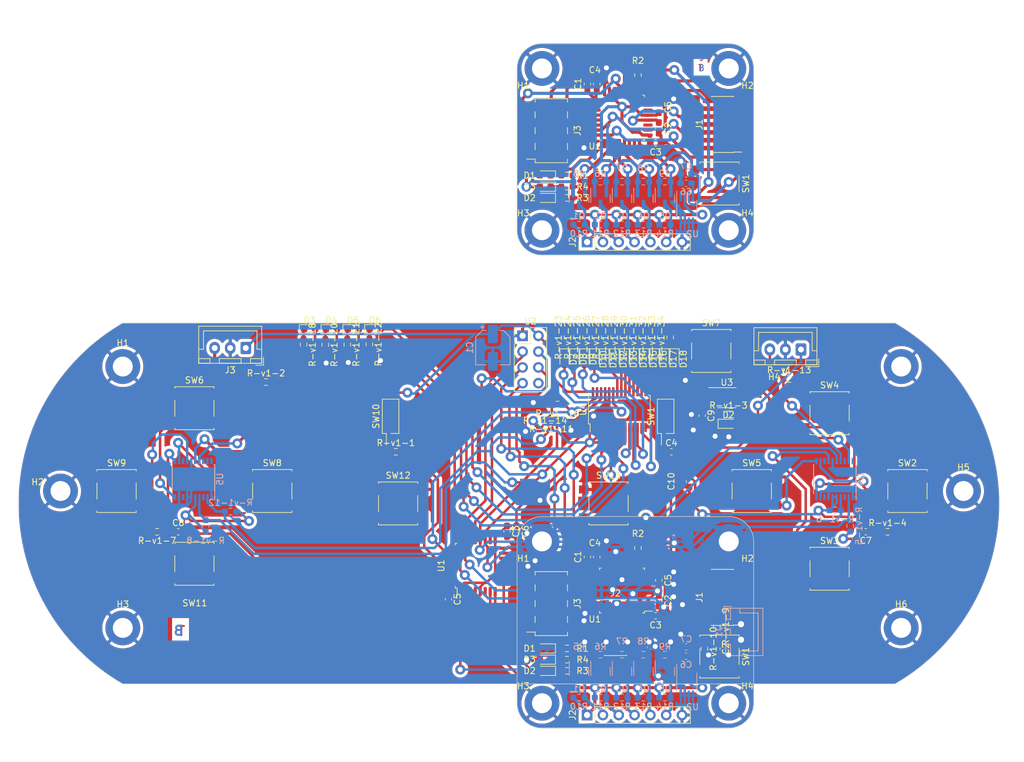
<source format=kicad_pcb>
(kicad_pcb (version 20221018) (generator pcbnew)
  (layers (0 "F.Cu" signal) (31 "B.Cu" signal) (34 "B.Paste" user) (35 "F.Paste" user) (36 "B.SilkS" user "B.Silkscreen") (37 "F.SilkS" user "F.Silkscreen") (38 "B.Mask" user) (39 "F.Mask" user) (44 "Edge.Cuts" user))
  (net 0 "")
  (net 1 "+5V")
  (net 2 "GND")
  (net 3 "+3.3V")
  (net 4 "Net-(D1-K)")
  (net 6 "Net-(D3-K)")
  (net 7 "Status_LED")
  (net 8 "Data_Clock_SNES")
  (net 9 "Data_Latch_SNES")
  (net 10 "Net-(D2-K)")
  (net 11 "Serial_Data1_SNES")
  (net 12 "Serial_Data2_SNES")
  (net 13 "SPI_Chip_Select")
  (net 14 "Chip_Enable")
  (net 15 "SPI_Digital_Input")
  (net 16 "SPI_Clock")
  (net 17 "SPI_Digital_Output")
  (net 18 "IOBit_SNES")
  (net 19 "Data_Clock_STM32")
  (net 20 "Data_Latch_STM32")
  (net 21 "Appairing_Btn")
  (net 22 "Net-(U2-BP)")
  (net 23 "SWDIO")
  (net 24 "SWDCK")
  (net 27 "NRST")
  (net 28 "USART2_RX")
  (net 29 "USART2_TX")
  (net 30 "Serial_Data1_STM32")
  (net 31 "IOBit_STM32")
  (net 32 "Serial_Data2_STM32")
  (net 46 "+5V-v0-")
  (net 47 "GND-v0-")
  (net 48 "+3.3V-v0-")
  (net 49 "Net-(D1-K)-v0-")
  (net 51 "Net-(D3-K)-v0-")
  (net 52 "Status_LED-v0-")
  (net 53 "Data_Clock_SNES-v0-")
  (net 54 "Data_Latch_SNES-v0-")
  (net 55 "Net-(D2-K)-v0-")
  (net 56 "Serial_Data1_SNES-v0-")
  (net 57 "Serial_Data2_SNES-v0-")
  (net 58 "SPI_Chip_Select-v0-")
  (net 59 "Chip_Enable-v0-")
  (net 60 "SPI_Digital_Input-v0-")
  (net 61 "SPI_Clock-v0-")
  (net 62 "SPI_Digital_Output-v0-")
  (net 63 "IOBit_SNES-v0-")
  (net 64 "Data_Clock_STM32-v0-")
  (net 65 "Data_Latch_STM32-v0-")
  (net 66 "Appairing_Btn-v0-")
  (net 67 "Net-(U2-BP)-v0-")
  (net 68 "SWDIO-v0-")
  (net 69 "SWDCK-v0-")
  (net 72 "NRST-v0-")
  (net 73 "USART2_RX-v0-")
  (net 74 "USART2_TX-v0-")
  (net 75 "Serial_Data1_STM32-v0-")
  (net 76 "IOBit_STM32-v0-")
  (net 77 "Serial_Data2_STM32-v0-")
  (net 92 "Glob_Alim-v1-")
  (net 93 "GND-v1-")
  (net 94 "POWER-v1-_CHECK-v1-")
  (net 95 "L-v1-i-ion-v1-")
  (net 96 "Net-(C7-Pad1)-v1-")
  (net 97 "Net-(C8-Pad1)-v1-")
  (net 98 "Net-(U3-BP)-v1-")
  (net 99 "Net-(D2-A)-v1-")
  (net 100 "Net-(D3-K)-v1-")
  (net 101 "Net-(D3-A)-v1-")
  (net 102 "Net-(D4-K)-v1-")
  (net 103 "Net-(D4-A)-v1-")
  (net 104 "Net-(D5-K)-v1-")
  (net 105 "Net-(D5-A)-v1-")
  (net 106 "Net-(D6-K)-v1-")
  (net 107 "Net-(D6-A)-v1-")
  (net 108 "Net-(D7-K)-v1-")
  (net 109 "Net-(D7-A)-v1-")
  (net 110 "Net-(D8-K)-v1-")
  (net 111 "Net-(D8-A)-v1-")
  (net 112 "Net-(D9-K)-v1-")
  (net 113 "Net-(D9-A)-v1-")
  (net 114 "Net-(D10-K)-v1-")
  (net 115 "Net-(D10-A)-v1-")
  (net 116 "Net-(D11-K)-v1-")
  (net 117 "Net-(D11-A)-v1-")
  (net 118 "Net-(D12-K)-v1-")
  (net 119 "Net-(D12-A)-v1-")
  (net 120 "Net-(D13-K)-v1-")
  (net 121 "Net-(D13-A)-v1-")
  (net 122 "Net-(D14-K)-v1-")
  (net 123 "Net-(D14-A)-v1-")
  (net 124 "Net-(D15-K)-v1-")
  (net 125 "Net-(D15-A)-v1-")
  (net 126 "Net-(D16-K)-v1-")
  (net 127 "Net-(D16-A)-v1-")
  (net 128 "Net-(D17-K)-v1-")
  (net 129 "Net-(D17-A)-v1-")
  (net 130 "Net-(D18-K)-v1-")
  (net 131 "Net-(D18-A)-v1-")
  (net 134 "SWDIO-v1-")
  (net 135 "SWDCK-v1-")
  (net 139 "R-v1-eset_Buton -v1-")
  (net 140 "USAR-v1-T2_R-v1-X-v1-")
  (net 141 "USAR-v1-T2_TX-v1-")
  (net 142 "R-v1-")
  (net 143 "L-v1-")
  (net 144 "NES{slash}SNES_switcher-v1-")
  (net 145 "DIO{slash}EX_CL-v1-K")
  (net 146 "DIO{slash}EX_SDA-v1-")
  (net 147 "DIODE_OE-v1-")
  (net 148 "Net-(#FL-v1-G05-pwr)")
  (net 149 "A_Button-v1-")
  (net 150 "B_Button-v1-")
  (net 151 "X_Button-v1-")
  (net 152 "Y_Button-v1-")
  (net 153 "UC_Button-v1-")
  (net 154 "Order_Search-v1-")
  (net 155 "L-v1-C_Button")
  (net 156 "R-v1-C_Button")
  (net 157 "DC_Button-v1-")
  (net 158 "ST_Button-v1-")
  (net 159 "SE_Button-v1-")
  (net 164 "Pin_Clock-v1-")
  (net 165 "Digital_Out_Put-v1-")
  (net 166 "MOSI-v1-")
  (net 170 "R-v1-X{slash}TX")
  (net 172 "CSN_nR-v1-F24")
  (footprint "Connector_PinSocket_2.54mm:PinSocket_2x04_P2.54mm_Vertical_SMD" (layer "F.Cu") (at 101.5 34 180)
    (fp_text reference "J3")
    (fp_text value "Conn_01x08_Socket")
  )
  (footprint "Button_Switch_SMD:SW_SPST_B3S-1000" (layer "F.Cu") (at 56.69 91.9)
    (fp_text reference "SW8")
    (fp_text value "SW_Push")
  )
  (footprint "Button_Switch_SMD:SW_SPST_B3S-1000" (layer "F.Cu") (at 128.5 42.5 180)
    (fp_text reference "SW1")
    (fp_text value "SW_SPST")
  )
  (footprint "Button_Switch_SMD:SW_SPST_B3S-1000" (layer "F.Cu") (at 146.19 79.4)
    (fp_text reference "SW4")
    (fp_text value "SW_Push")
  )
  (footprint "R-v1-esistor_SMD:R-v1-_0603_1608Metric_Pad0.98x0.95mm_HandSolder" (layer "F.Cu") (at 117.59 67.2125 90)
    (fp_text reference "R-v1-32")
    (fp_text value "1K")
  )
  (footprint "R-v1-esistor_SMD:R-v1-_0603_1608Metric_Pad0.98x0.95mm_HandSolder" (layer "F.Cu") (at 102.5 78 180)
    (fp_text reference "R-v1-16")
    (fp_text value "10K")
  )
  (footprint "L-v1-ED_SMD:L-v1-ED_0603_1608Metric_Pad1.05x0.95mm_HandSolder" (layer "F.Cu") (at 106.815 70.725 -90)
    (fp_text reference "D9")
    (fp_text value "G7")
  )
  (footprint "MountingHole:MountingHole_3.2mm_M3_DIN965_Pad" (layer "F.Cu") (at 22.69 91.9)
    (fp_text reference "H2")
    (fp_text value "MountingHole_Pad")
  )
  (footprint "Connector_PinHeader_2.54mm:PinHeader_1x07_P2.54mm_Vertical" (layer "F.Cu") (at 107.25 127.9 90)
    (fp_text reference "J2")
    (fp_text value "Conn_01x07_Socket")
  )
  (footprint "MountingHole:MountingHole_3.2mm_M3_DIN965_Pad" (layer "F.Cu") (at 157.69 113.9)
    (fp_text reference "H6")
    (fp_text value "MountingHole_Pad")
  )
  (footprint "Button_Switch_SMD:SW_SPST_B3S-1000" (layer "F.Cu") (at 158.69 91.9)
    (fp_text reference "SW2")
    (fp_text value "SW_Push")
  )
  (footprint "Capacitor_SMD:C_0603_1608Metric_Pad1.08x0.95mm_HandSolder" (layer "F.Cu") (at 152.002024 98.45 180)
    (fp_text reference "C7")
    (fp_text value "100nF")
  )
  (footprint "L-v1-ED_SMD:L-v1-ED_0603_1608Metric_Pad1.05x0.95mm_HandSolder" (layer "F.Cu") (at 118.065 70.7 -90)
    (fp_text reference "D16")
    (fp_text value "R-v1-2")
  )
  (footprint "L-v1-ED_SMD:L-v1-ED_0603_1608Metric_Pad1.05x0.95mm_HandSolder" (layer "F.Cu") (at 116.465 70.7 -90)
    (fp_text reference "D15")
    (fp_text value "R-v1-1")
  )
  (footprint "Capacitor_SMD:C_0603_1608Metric_Pad1.08x0.95mm_HandSolder" (layer "F.Cu") (at 41.597976 98.45)
    (fp_text reference "C8")
    (fp_text value "100nF")
  )
  (footprint "MountingHole:MountingHole_3.2mm_M3_DIN965_Pad" (layer "F.Cu") (at 157.69 71.9)
    (fp_text reference "H4")
    (fp_text value "MountingHole_Pad")
  )
  (footprint "Diode_SMD:D_0603_1608Metric_Pad1.05x0.95mm_HandSolder" (layer "F.Cu") (at 100.51875 120.8 180)
    (fp_text reference "D2")
    (fp_text value "LED_Small")
  )
  (footprint "Capacitor_SMD:C_0603_1608Metric_Pad1.08x0.95mm_HandSolder" (layer "F.Cu") (at 120.785 85.6)
    (fp_text reference "C4")
    (fp_text value "1u")
  )
  (footprint "MountingHole:MountingHole_3.2mm_M3_DIN965_Pad" (layer "F.Cu") (at 130 100)
    (fp_text reference "H2")
    (fp_text value "MountingHole_Pad")
  )
  (footprint "Capacitor_SMD:C_0603_1608Metric_Pad1.08x0.95mm_HandSolder" (layer "F.Cu") (at 95.914 98.372 -90)
    (fp_text reference "C6")
    (fp_text value "10u")
  )
  (footprint "Resistor_SMD:R_0603_1608Metric_Pad0.98x0.95mm_HandSolder" (layer "F.Cu") (at 104.01875 120.8)
    (fp_text reference "R3")
    (fp_text value "1k")
  )
  (footprint "L-v1-ED_SMD:L-v1-ED_0603_1608Metric_Pad1.05x0.95mm_HandSolder" (layer "F.Cu") (at 129.95 81.1)
    (fp_text reference "D2")
    (fp_text value "L-v1-ED_Small")
  )
  (footprint "R-v1-esistor_SMD:R-v1-_0603_1608Metric_Pad0.98x0.95mm_HandSolder" (layer "F.Cu") (at 111.59 67.2125 90)
    (fp_text reference "R-v1-28")
    (fp_text value "1K")
  )
  (footprint "Capacitor_SMD:C_0603_1608Metric_Pad1.08x0.95mm_HandSolder" (layer "F.Cu") (at 107.3 102.5 90)
    (fp_text reference "C1")
    (fp_text value "10u")
  )
  (footprint "Button_Switch_SMD:SW_SPST_B3S-1000" (layer "F.Cu") (at 127.19 69.4)
    (fp_text reference "SW7")
    (fp_text value "SW_SPST")
  )
  (footprint "Button_Switch_SMD:SW_SPST_B3S-1000" (layer "F.Cu") (at 44.19 78.6)
    (fp_text reference "SW6")
    (fp_text value "SW_Push")
  )
  (footprint "Capacitor_SMD:C_0603_1608Metric_Pad1.08x0.95mm_HandSolder" (layer "F.Cu") (at 118.2525 111.94)
    (fp_text reference "C3")
    (fp_text value "100n")
  )
  (footprint "MountingHole:MountingHole_3.2mm_M3_DIN965_Pad" (layer "F.Cu") (at 32.69 113.9)
    (fp_text reference "H3")
    (fp_text value "MountingHole_Pad")
  )
  (footprint "Diode_SMD:D_0603_1608Metric_Pad1.05x0.95mm_HandSolder" (layer "F.Cu") (at 100.51875 117.2 180)
    (fp_text reference "D1")
    (fp_text value "LED_Small")
  )
  (footprint "Connector_JST:JST_XH_B3B-XH-A_1x03_P2.50mm_Vertical" (layer "F.Cu") (at 52.44 68.925 180)
    (fp_text reference "J3")
    (fp_text value "Conn_01x03")
  )
  (footprint "L-v1-ED_SMD:L-v1-ED_0603_1608Metric_Pad1.05x0.95mm_HandSolder" (layer "F.Cu") (at 108.415 70.725 -90)
    (fp_text reference "D10")
    (fp_text value "G8")
  )
  (footprint "Capacitor_SMD:C_0603_1608Metric_Pad1.08x0.95mm_HandSolder" (layer "F.Cu") (at 125.74 79.8 -90)
    (fp_text reference "C9")
    (fp_text value "470p")
  )
  (footprint "Package_QFP:L-v1-QFP-32_7x7mm_P0.8mm" (layer "F.Cu") (at 89.69 103.9 90)
    (fp_text reference "U1")
    (fp_text value "STM32L-v1-412KBTx")
  )
  (footprint "Capacitor_SMD:C_0603_1608Metric_Pad1.08x0.95mm_HandSolder" (layer "F.Cu") (at 108.8 26.5 90)
    (fp_text reference "C4")
    (fp_text value "100n")
  )
  (footprint "L-v1-ED_SMD:L-v1-ED_0603_1608Metric_Pad1.05x0.95mm_HandSolder" (layer "F.Cu") (at 113.265 70.7 -90)
    (fp_text reference "D13")
    (fp_text value "O3")
  )
  (footprint "Package_SO:MSOP-8_3x3mm_P0.65mm" (layer "F.Cu") (at 129.69 76.9)
    (fp_text reference "U3")
    (fp_text value "MIC5219-3.3YMM")
  )
  (footprint "R-v1-esistor_SMD:R-v1-_0603_1608Metric_Pad0.98x0.95mm_HandSolder" (layer "F.Cu") (at 100.5 82)
    (fp_text reference "R-v1-14")
    (fp_text value "10K")
  )
  (footprint "L-v1-ED_SMD:L-v1-ED_0603_1608Metric_Pad1.05x0.95mm_HandSolder" (layer "F.Cu") (at 114.865 70.7 -90)
    (fp_text reference "D14")
    (fp_text value "O4")
  )
  (footprint "R-v1-esistor_SMD:R-v1-_0603_1608Metric_Pad0.98x0.95mm_HandSolder" (layer "F.Cu") (at 61.715 68.375 -90)
    (fp_text reference "R-v1-18")
    (fp_text value "1K")
  )
  (footprint "R-v1-esistor_SMD:R-v1-_0603_1608Metric_Pad0.98x0.95mm_HandSolder" (layer "F.Cu") (at 107.06 67.2125 90)
    (fp_text reference "R-v1-25")
    (fp_text value "1K")
  )
  (footprint "L-v1-ED_SMD:L-v1-ED_0603_1608Metric_Pad1.05x0.95mm_HandSolder" (layer "F.Cu") (at 66.19 65.9)
    (fp_text reference "D4")
    (fp_text value "G2")
  )
  (footprint "Diode_SMD:D_0603_1608Metric_Pad1.05x0.95mm_HandSolder" (layer "F.Cu") (at 100.51875 44.8 180)
    (fp_text reference "D2")
    (fp_text value "LED_Small")
  )
  (footprint "MountingHole:MountingHole_3.2mm_M3_DIN965_Pad" (layer "F.Cu") (at 130 50)
    (fp_text reference "H4")
    (fp_text value "MountingHole_Pad")
  )
  (footprint "R-v1-esistor_SMD:R-v1-_0603_1608Metric_Pad0.98x0.95mm_HandSolder" (layer "F.Cu") (at 105.59 67.2125 90)
    (fp_text reference "R-v1-24")
    (fp_text value "1K")
  )
  (footprint "MountingHole:MountingHole_3.2mm_M3_DIN965_Pad" (layer "F.Cu") (at 130 126)
    (fp_text reference "H4")
    (fp_text value "MountingHole_Pad")
  )
  (footprint "MountingHole:MountingHole_3.2mm_M3_DIN965_Pad" (layer "F.Cu") (at 32.69 71.9)
    (fp_text reference "H1")
    (fp_text value "MountingHole_Pad")
  )
  (footprint "R-v1-esistor_SMD:R-v1-_0603_1608Metric_Pad0.98x0.95mm_HandSolder" (layer "F.Cu") (at 119.09 67.2125 90)
    (fp_text reference "R-v1-33")
    (fp_text value "1K")
  )
  (footprint "Button_Switch_SMD:SW_SPST_B3S-1000" (layer "F.Cu") (at 110.69 93.9)
    (fp_text reference "SW13")
    (fp_text value "SW_Push")
  )
  (footprint "R-v1-esistor_SMD:R-v1-_0603_1608Metric_Pad0.98x0.95mm_HandSolder" (layer "F.Cu") (at 114.59 67.2125 90)
    (fp_text reference "R-v1-30")
    (fp_text value "1K")
  )
  (footprint "Diode_SMD:D_0603_1608Metric_Pad1.05x0.95mm_HandSolder" (layer "F.Cu") (at 100.51875 41.2 180)
    (fp_text reference "D1")
    (fp_text value "LED_Small")
  )
  (footprint "Resistor_SMD:R_0603_1608Metric_Pad0.98x0.95mm_HandSolder" (layer "F.Cu") (at 104.01875 41.2)
    (fp_text reference "R1")
    (fp_text value "1k")
  )
  (footprint "Connector_JST:JST_XH_B3B-XH-A_1x03_P2.50mm_Vertical" (layer "F.Cu") (at 141.594 69.162 180)
    (fp_text reference "J4")
    (fp_text value "Conn_01x03")
  )
  (footprint "Resistor_SMD:R_0603_1608Metric_Pad0.98x0.95mm_HandSolder" (layer "F.Cu") (at 104.01875 119)
    (fp_text reference "R4")
    (fp_text value "1k")
  )
  (footprint "L-v1-ED_SMD:L-v1-ED_0603_1608Metric_Pad1.05x0.95mm_HandSolder" (layer "F.Cu") (at 110.015 70.725 -90)
    (fp_text reference "D11")
    (fp_text value "O1")
  )
  (footprint "Package_QFP:LQFP-32_7x7mm_P0.8mm" (layer "F.Cu") (at 112.85 107.9 180)
    (fp_text reference "U1")
    (fp_text value "STM32L412KBTx")
  )
  (footprint "MountingHole:MountingHole_3.2mm_M3_DIN965_Pad" (layer "F.Cu") (at 100 100)
    (fp_text reference "H1")
    (fp_text value "MountingHole_Pad")
  )
  (footprint "L-v1-ED_SMD:L-v1-ED_0603_1608Metric_Pad1.05x0.95mm_HandSolder" (layer "F.Cu") (at 111.65 70.7125 -90)
    (fp_text reference "D12")
    (fp_text value "O2")
  )
  (footprint "R-v1-esistor_SMD:R-v1-_0603_1608Metric_Pad0.98x0.95mm_HandSolder" (layer "F.Cu") (at 110.09 67.2125 90)
    (fp_text reference "R-v1-27")
    (fp_text value "1K")
  )
  (footprint "Connector_PinSocket_2.54mm:PinSocket_2x04_P2.54mm_Vertical_SMD" (layer "F.Cu") (at 101.5 110 180)
    (fp_text reference "J3")
    (fp_text value "Conn_01x08_Socket")
  )
  (footprint "L-v1-ED_SMD:L-v1-ED_0603_1608Metric_Pad1.05x0.95mm_HandSolder" (layer "F.Cu") (at 103.615 70.725 -90)
    (fp_text reference "D7")
    (fp_text value "G5")
  )
  (footprint "Connector_PinHeader_1.27mm:PinHeader_2x07_P1.27mm_Vertical_SMD" (layer "F.Cu") (at 111.815 113.84)
    (fp_text reference "J2")
    (fp_text value "Conn_02x07_Odd_Even")
  )
  (footprint "Button_Switch_SMD:SW_SPST_B3S-1000" (layer "F.Cu") (at 76.9 93.9)
    (fp_text reference "SW12")
    (fp_text value "SW_Push")
  )
  (footprint "Diode_SMD:D_0603_1608Metric_Pad1.05x0.95mm_HandSolder" (layer "F.Cu") (at 100.51875 43 180)
    (fp_text reference "D3")
    (fp_text value "LED")
  )
  (footprint "R-v1-esistor_SMD:R-v1-_0603_1608Metric_Pad0.98x0.95mm_HandSolder" (layer "F.Cu") (at 101.5 80.5 180)
    (fp_text reference "R-v1-11")
    (fp_text value "10K")
  )
  (footprint "R-v1-esistor_SMD:R-v1-_0603_1608Metric_Pad0.98x0.95mm_HandSolder" (layer "F.Cu") (at 55.69 74.4)
    (fp_text reference "R-v1-2")
    (fp_text value "1K")
  )
  (footprint "MountingHole:MountingHole_3.2mm_M3_DIN965_Pad" (layer "F.Cu") (at 100 50)
    (fp_text reference "H3")
    (fp_text value "MountingHole_Pad")
  )
  (footprint "R-v1-esistor_SMD:R-v1-_0603_1608Metric_Pad0.98x0.95mm_HandSolder" (layer "F.Cu") (at 116.09 67.2125 90)
    (fp_text reference "R-v1-31")
    (fp_text value "1K")
  )
  (footprint "R-v1-esistor_SMD:R-v1-_0603_1608Metric_Pad0.98x0.95mm_HandSolder" (layer "F.Cu") (at 38.197976 98.45 180)
    (fp_text reference "R-v1-7")
    (fp_text value "1k")
  )
  (footprint "MountingHole:MountingHole_3.2mm_M3_DIN965_Pad" (layer "F.Cu") (at 100 126)
    (fp_text reference "H3")
    (fp_text value "MountingHole_Pad")
  )
  (footprint "Package_QFP:LQFP-32_7x7mm_P0.8mm" (layer "F.Cu") (at 112.85 31.9 180)
    (fp_text reference "U1")
    (fp_text value "STM32L412KBTx")
  )
  (footprint "Connector_PinHeader_1.27mm:PinHeader_2x07_P1.27mm_Vertical_SMD" (layer "F.Cu") (at 129 33 180)
    (fp_text reference "J1")
    (fp_text value "Conn_02x07_Odd_Even")
  )
  (footprint "Capacitor_SMD:C_0603_1608Metric_Pad1.08x0.95mm_HandSolder" (layer "F.Cu") (at 107.3 26.5 90)
    (fp_text reference "C1")
    (fp_text value "10u")
  )
  (footprint "MountingHole:MountingHole_3.2mm_M3_DIN965_Pad" (layer "F.Cu") (at 167.69 91.9)
    (fp_text reference "H5")
    (fp_text value "MountingHole_Pad")
  )
  (footprint "Capacitor_SMD:C_0603_1608Metric_Pad1.08x0.95mm_HandSolder" (layer "F.Cu") (at 108.8 102.5 90)
    (fp_text reference "C4")
    (fp_text value "100n")
  )
  (footprint "Diode_SMD:D_0603_1608Metric_Pad1.05x0.95mm_HandSolder" (layer "F.Cu") (at 100.51875 119 180)
    (fp_text reference "D3")
    (fp_text value "LED")
  )
  (footprint "Resistor_SMD:R_0603_1608Metric_Pad0.98x0.95mm_HandSolder" (layer "F.Cu") (at 104.01875 44.8)
    (fp_text reference "R3")
    (fp_text value "1k")
  )
  (footprint "R-v1-esistor_SMD:R-v1-_0603_1608Metric_Pad0.98x0.95mm_HandSolder" (layer "F.Cu") (at 76.54 85.6)
    (fp_text reference "R-v1-1")
    (fp_text value "1K")
  )
  (footprint "Capacitor_SMD:C_0603_1608Metric_Pad1.08x0.95mm_HandSolder" (layer "F.Cu") (at 128.09 117.2375 -90)
    (fp_text reference "C2")
    (fp_text value "1nF")
  )
  (footprint "Button_Switch_SMD:SW_SPST_B3S-1000" (layer "F.Cu") (at 133.69 91.9)
    (fp_text reference "SW5")
    (fp_text value "SW_Push")
  )
  (footprint "Button_Switch_SMD:SW_SPST_B3S-1000" (layer "F.Cu") (at 31.69 91.9)
    (fp_text reference "SW9")
    (fp_text value "SW_Push")
  )
  (footprint "L-v1-ED_SMD:L-v1-ED_0603_1608Metric_Pad1.05x0.95mm_HandSolder" (layer "F.Cu") (at 62.69 65.9)
    (fp_text reference "D3")
    (fp_text value "G1")
  )
  (footprint "R-v1-esistor_SMD:R-v1-_0603_1608Metric_Pad0.98x0.95mm_HandSolder" (layer "F.Cu") (at 139.69 73.9)
    (fp_text reference "R-v1-13")
    (fp_text value "1K")
  )
  (footprint "Button_Switch_SMD:SW_SPST_B3S-1000" (layer "F.Cu") (at 146.19 104.4)
    (fp_text reference "SW3")
    (fp_text value "SW_Push")
  )
  (footprint "Button_Switch_SMD:SW_DIP_SPSTx01_Slide_Copal_CHS-01B_W7.62mm_P1.27mm" (layer "F.Cu") (at 119.86 79.9 90)
    (fp_text reference "SW1")
    (fp_text value "SW_DIP_x01")
  )
  (footprint "Button_Switch_SMD:SW_SPST_B3S-1000" (layer "F.Cu") (at 44.19 103.6)
    (fp_text reference "SW11")
    (fp_text value "SW_Push")
  )
  (footprint "R-v1-esistor_SMD:R-v1-_0603_1608Metric_Pad0.98x0.95mm_HandSolder" (layer "F.Cu") (at 68.74 68.375 -90)
    (fp_text reference "R-v1-21")
    (fp_text value "1K")
  )
  (footprint "Capacitor_SMD:C_0603_1608Metric_Pad1.08x0.95mm_HandSolder" (layer "F.Cu") (at 123.685 90.3825 -90)
    (fp_text reference "C10")
    (fp_text value "100nF")
  )
  (footprint "MountingHole:MountingHole_3.2mm_M3_DIN965_Pad" (layer "F.Cu") (at 130 24)
    (fp_text reference "H2")
    (fp_text value "MountingHole_Pad")
  )
  (footprint "Connector_PinHeader_2.54mm:PinHeader_1x07_P2.54mm_Vertical" (layer "F.Cu") (at 107.25 51.9 90)
    (fp_text reference "J2")
    (fp_text value "Conn_01x07_Socket")
  )
  (footprint "R-v1-esistor_SMD:R-v1-_0603_1608Metric_Pad0.98x0.95mm_HandSolder" (layer "F.Cu") (at 128.09 113.7 -90)
    (fp_text reference "R-v1-9")
    (fp_text value "1M")
  )
  (footprint "Resistor_SMD:R_0603_1608Metric_Pad0.98x0.95mm_HandSolder" (layer "F.Cu") (at 104.01875 117.2)
    (fp_text reference "R1")
    (fp_text value "1k")
  )
  (footprint "Capacitor_SMD:C_0603_1608Metric_Pad1.08x0.95mm_HandSolder" (layer "F.Cu") (at 118.76 30.25 90)
    (fp_text reference "C5")
    (fp_text value "100n")
  )
  (footprint "Capacitor_SMD:C_0603_1608Metric_Pad1.08x0.95mm_HandSolder" (layer "F.Cu") (at 118.76 106.25 90)
    (fp_text reference "C5")
    (fp_text value "100n")
  )
  (footprint "Button_Switch_SMD:SW_SPST_B3S-1000" (layer "F.Cu") (at 128.5 118.5 180)
    (fp_text reference "SW1")
    (fp_text value "SW_SPST")
  )
  (footprint "L-v1-ED_SMD:L-v1-ED_0603_1608Metric_Pad1.05x0.95mm_HandSolder" (layer "F.Cu") (at 69.69 65.9)
    (fp_text reference "D5")
    (fp_text value "G3")
  )
  (footprint "Resistor_SMD:R_0603_1608Metric_Pad0.98x0.95mm_HandSolder" (layer "F.Cu") (at 104.01875 43)
    (fp_text reference "R4")
    (fp_text value "1k")
  )
  (footprint "R-v1-esistor_SMD:R-v1-_0603_1608Metric_Pad0.98x0.95mm_HandSolder" (layer "F.Cu") (at 155.502024 98.45)
    (fp_text reference "R-v1-4")
    (fp_text value "1k")
  )
  (footprint "R-v1-esistor_SMD:R-v1-_0603_1608Metric_Pad0.98x0.95mm_HandSolder" (layer "F.Cu") (at 108.59 67.2125 90)
    (fp_text reference "R-v1-26")
    (fp_text value "1K")
  )
  (footprint "Connector_PinHeader_2.54mm:PinHeader_2x04_P2.54mm_Vertical" (layer "F.Cu") (at 96.89 66.96)
    (fp_text reference "U2")
    (fp_text value "nR-v1-F24_Full")
  )
  (footprint "R-v1-esistor_SMD:R-v1-_0603_1608Metric_Pad0.98x0.95mm_HandSolder" (layer "F.Cu") (at 126.09 117.2375 -90)
    (fp_text reference "R-v1-10")
    (fp_text value "1M")
  )
  (footprint "L-v1-ED_SMD:L-v1-ED_0603_1608Metric_Pad1.05x0.95mm_HandSolder" (layer "F.Cu") (at 121.29 70.7 -90)
    (fp_text reference "D18")
    (fp_text value "R-v1-4")
  )
  (footprint "Capacitor_SMD:C_0603_1608Metric_Pad1.08x0.95mm_HandSolder" (layer "F.Cu") (at 118.76 109.5525 90)
    (fp_text reference "C2")
    (fp_text value "100n")
  )
  (footprint "R-v1-esistor_SMD:R-v1-_0603_1608Metric_Pad0.98x0.95mm_HandSolder" (layer "F.Cu") (at 65.215 68.4 -90)
    (fp_text reference "R-v1-20")
    (fp_text value "1K")
  )
  (footprint "L-v1-ED_SMD:L-v1-ED_0603_1608Metric_Pad1.05x0.95mm_HandSolder" (layer "F.Cu") (at 73.19 65.9)
    (fp_text reference "D6")
    (fp_text value "G4")
  )
  (footprint "Button_Switch_SMD:SW_DIP_SPSTx01_Slide_Copal_CHS-01B_W7.62mm_P1.27mm" (layer "F.Cu") (at 75.69 79.9 90)
    (fp_text reference "SW10")
    (fp_text value "SW_DIP_x01")
  )
  (footprint "R-v1-esistor_SMD:R-v1-_0603_1608Metric_Pad0.98x0.95mm_HandSolder" (layer "F.Cu") (at 129.95 79.576)
    (fp_text reference "R-v1-3")
    (fp_text value "1K")
  )
  (footprint "R-v1-esistor_SMD:R-v1-_0603_1608Metric_Pad0.98x0.95mm_HandSolder" (layer "F.Cu") (at 104.09 67.2125 90)
    (fp_text reference "R-v1-23")
    (fp_text value "1K")
  )
  (footprint "MountingHole:MountingHole_3.2mm_M3_DIN965_Pad" (layer "F.Cu") (at 100 24)
    (fp_text reference "H1")
    (fp_text value "MountingHole_Pad")
  )
  (footprint "R-v1-esistor_SMD:R-v1-_0603_1608Metric_Pad0.98x0.95mm_HandSolder" (layer "F.Cu") (at 72.29 68.325 -90)
    (fp_text reference "R-v1-22")
    (fp_text value "1K")
  )
  (footprint "Capacitor_SMD:C_0603_1608Metric_Pad1.08x0.95mm_HandSolder" (layer "F.Cu") (at 94.39 98.372 -90)
    (fp_text reference "C3")
    (fp_text value "100n")
  )
  (footprint "Connector_PinHeader_1.27mm:PinHeader_2x07_P1.27mm_Vertical_SMD" (layer "F.Cu") (at 129 109 180)
    (fp_text reference "J1")
    (fp_text value "Conn_02x07_Odd_Even")
  )
  (footprint "Package_SO:TSSOP-28_4.4x9.7mm_P0.65mm" (layer "F.Cu") (at 112.424 78.814 90)
    (fp_text reference "U4")
    (fp_text value "PCA9685PW")
  )
  (footprint "Resistor_SMD:R_0603_1608Metric_Pad0.98x0.95mm_HandSolder" (layer "F.Cu") (at 115.42 25.07 90)
    (fp_text reference "R2")
    (fp_text value "10k")
  )
  (footprint "Resistor_SMD:R_0603_1608Metric_Pad0.98x0.95mm_HandSolder" (layer "F.Cu") (at 115.42 101.07 90)
    (fp_text reference "R2")
    (fp_text value "10k")
  )
  (footprint "L-v1-ED_SMD:L-v1-ED_0603_1608Metric_Pad1.05x0.95mm_HandSolder" (layer "F.Cu") (at 105.214 70.725 -90)
    (fp_text reference "D8")
    (fp_text value "G6")
  )
  (footprint "L-v1-ED_SMD:L-v1-ED_0603_1608Metric_Pad1.05x0.95mm_HandSolder" (layer "F.Cu") (at 119.665 70.7 -90)
    (fp_text reference "D17")
    (fp_text value "R-v1-3")
  )
  (footprint "Capacitor_SMD:C_0603_1608Metric_Pad1.08x0.95mm_HandSolder" (layer "F.Cu") (at 118.2525 35.94)
    (fp_text reference "C3")
    (fp_text value "100n")
  )
  (footprint "R-v1-esistor_SMD:R-v1-_0603_1608Metric_Pad0.98x0.95mm_HandSolder" (layer "F.Cu") (at 113.09 67.2125 90)
    (fp_text reference "R-v1-29")
    (fp_text value "1K")
  )
  (footprint "R-v1-esistor_SMD:R-v1-_0603_1608Metric_Pad0.98x0.95mm_HandSolder" (layer "F.Cu") (at 120.59 67.2125 90)
    (fp_text reference "R-v1-34")
    (fp_text value "1K")
  )
  (footprint "Capacitor_SMD:C_0603_1608Metric_Pad1.08x0.95mm_HandSolder" (layer "F.Cu") (at 118.76 33.5525 90)
    (fp_text reference "C2")
    (fp_text value "100n")
  )
  (footprint "Capacitor_SMD:C_0603_1608Metric_Pad1.08x0.95mm_HandSolder" (layer "F.Cu") (at 84.992 109.294 -90)
    (fp_text reference "C5")
    (fp_text value "100n")
  )
  (footprint "Package_SO:MSOP-8_3x3mm_P0.65mm" (layer "B.Cu") (at 123.2625 46.65 -90)
    (fp_text reference "U2")
    (fp_text value "MIC5219-3.3YMM")
  )
  (footprint "Resistor_SMD:R_0603_1608Metric_Pad0.98x0.95mm_HandSolder" (layer "B.Cu") (at 116.3 49.1)
    (fp_text reference "R13")
    (fp_text value "10k")
  )
  (footprint "Package_TO_SOT_SMD:SOT-23" (layer "B.Cu") (at 119.75 120.9 -90)
    (fp_text reference "Q5")
    (fp_text value "2N7002")
  )
  (footprint "Resistor_SMD:R_0603_1608Metric_Pad0.98x0.95mm_HandSolder" (layer "B.Cu") (at 105.95 49.1)
    (fp_text reference "R10")
    (fp_text value "10k")
  )
  (footprint "Capacitor_SMD:C_0603_1608Metric_Pad1.08x0.95mm_HandSolder" (layer "B.Cu") (at 123.15 116.95 180)
    (fp_text reference "C7")
    (fp_text value "2.2u")
  )
  (footprint "Package_TO_SOT_SMD:SOT-23" (layer "B.Cu") (at 105.95 44.9 -90)
    (fp_text reference "Q1")
    (fp_text value "2N7002")
  )
  (footprint "Resistor_SMD:R_0603_1608Metric_Pad0.98x0.95mm_HandSolder" (layer "B.Cu") (at 112.85 42.2)
    (fp_text reference "R7")
    (fp_text value "10k")
  )
  (footprint "Resistor_SMD:R_0603_1608Metric_Pad0.98x0.95mm_HandSolder" (layer "B.Cu") (at 119.75 125.1)
    (fp_text reference "R14")
    (fp_text value "10k")
  )
  (footprint "Resistor_SMD:R_0603_1608Metric_Pad0.98x0.95mm_HandSolder" (layer "B.Cu") (at 119.75 42.2)
    (fp_text reference "R9")
    (fp_text value "10k")
  )
  (footprint "Package_SO:SSOP-20_4.4x6.5mm_P0.65mm" (layer "B.Cu") (at 147 90 90)
    (fp_text reference "U6")
    (fp_text value "PCF8574TS")
  )
  (footprint "Package_TO_SOT_SMD:SOT-23" (layer "B.Cu") (at 105.95 120.9 -90)
    (fp_text reference "Q1")
    (fp_text value "2N7002")
  )
  (footprint "Capacitor_SMD:CP_Elec_5x5.4" (layer "B.Cu") (at 92.12 68.87 -90)
    (fp_text reference "C1")
    (fp_text value "22uF")
  )
  (footprint "Resistor_SMD:R_0603_1608Metric_Pad0.98x0.95mm_HandSolder" (layer "B.Cu") (at 109.4 118.2)
    (fp_text reference "R6")
    (fp_text value "10k")
  )
  (footprint "Resistor_SMD:R_0603_1608Metric_Pad0.98x0.95mm_HandSolder" (layer "B.Cu") (at 116.3 42.2)
    (fp_text reference "R8")
    (fp_text value "10k")
  )
  (footprint "Resistor_SMD:R_0603_1608Metric_Pad0.98x0.95mm_HandSolder" (layer "B.Cu") (at 112.85 49.1)
    (fp_text reference "R12")
    (fp_text value "10k")
  )
  (footprint "Resistor_SMD:R_0603_1608Metric_Pad0.98x0.95mm_HandSolder" (layer "B.Cu") (at 105.95 118.2)
    (fp_text reference "R5")
    (fp_text value "10k")
  )
  (footprint "R-v1-esistor_SMD:R-v1-_0603_1608Metric_Pad0.98x0.95mm_HandSolder" (layer "B.Cu") (at 46 97.5 90)
    (fp_text reference "R-v1-8")
    (fp_text value "10K")
  )
  (footprint "Capacitor_SMD:C_0603_1608Metric_Pad1.08x0.95mm_HandSolder" (layer "B.Cu") (at 123.15 118.45 180)
    (fp_text reference "C6")
    (fp_text value "470p")
  )
  (footprint "Package_SO:MSOP-8_3x3mm_P0.65mm" (layer "B.Cu") (at 123.2625 122.65 -90)
    (fp_text reference "U2")
    (fp_text value "MIC5219-3.3YMM")
  )
  (footprint "Package_TO_SOT_SMD:SOT-23" (layer "B.Cu") (at 112.85 44.9 -90)
    (fp_text reference "Q3")
    (fp_text value "2N7002")
  )
  (footprint "Resistor_SMD:R_0603_1608Metric_Pad0.98x0.95mm_HandSolder" (layer "B.Cu") (at 109.4 42.2)
    (fp_text reference "R6")
    (fp_text value "10k")
  )
  (footprint "Resistor_SMD:R_0603_1608Metric_Pad0.98x0.95mm_HandSolder" (layer "B.Cu") (at 105.95 125.1)
    (fp_text reference "R10")
    (fp_text value "10k")
  )
  (footprint "Resistor_SMD:R_0603_1608Metric_Pad0.98x0.95mm_HandSolder" (layer "B.Cu") (at 119.75 118.2)
    (fp_text reference "R9")
    (fp_text value "10k")
  )
  (footprint "Package_TO_SOT_SMD:SOT-23" (layer "B.Cu") (at 116.3 44.9 -90)
    (fp_text reference "Q4")
    (fp_text value "2N7002")
  )
  (footprint "Package_TO_SOT_SMD:SOT-23" (layer "B.Cu") (at 109.4 44.9 -90)
    (fp_text reference "Q2")
    (fp_text value "2N7002")
  )
  (footprint "Connector_JST:JST_XH_B2B-XH-A_1x02_P2.50mm_Vertical" (layer "B.Cu") (at 131.965 113.3 -90)
    (fp_text reference "J1")
    (fp_text value "Conn_01x02")
  )
  (footprint "R-v1-esistor_SMD:R-v1-_0603_1608Metric_Pad0.98x0.95mm_HandSolder" (layer "B.Cu") (at 50 95.2 180)
    (fp_text reference "R-v1-12")
    (fp_text value "10K")
  )
  (footprint "Package_SO:SSOP-20_4.4x6.5mm_P0.65mm" (layer "B.Cu") (at 44 90 90)
    (fp_text reference "U5")
    (fp_text value "PCF8574TS")
  )
  (footprint "Resistor_SMD:R_0603_1608Metric_Pad0.98x0.95mm_HandSolder" (layer "B.Cu") (at 112.85 118.2)
    (fp_text reference "R7")
    (fp_text value "10k")
  )
  (footprint "R-v1-esistor_SMD:R-v1-_0603_1608Metric_Pad0.98x0.95mm_HandSolder" (layer "B.Cu") (at 147.1 95)
    (fp_text reference "R-v1-6")
    (fp_text value "10K")
  )
  (footprint "Package_TO_SOT_SMD:SOT-23" (layer "B.Cu") (at 109.4 120.9 -90)
    (fp_text reference "Q2")
    (fp_text value "2N7002")
  )
  (footprint "Resistor_SMD:R_0603_1608Metric_Pad0.98x0.95mm_HandSolder" (layer "B.Cu") (at 112.85 125.1)
    (fp_text reference "R12")
    (fp_text value "10k")
  )
  (footprint "Resistor_SMD:R_0603_1608Metric_Pad0.98x0.95mm_HandSolder" (layer "B.Cu") (at 109.4 49.1)
    (fp_text reference "R11")
    (fp_text value "10k")
  )
  (footprint "Package_TO_SOT_SMD:SOT-23" (layer "B.Cu") (at 116.3 120.9 -90)
    (fp_text reference "Q4")
    (fp_text value "2N7002")
  )
  (footprint "Resistor_SMD:R_0603_1608Metric_Pad0.98x0.95mm_HandSolder" (layer "B.Cu") (at 116.3 118.2)
    (fp_text reference "R8")
    (fp_text value "10k")
  )
  (footprint "Capacitor_SMD:C_0603_1608Metric_Pad1.08x0.95mm_HandSolder" (layer "B.Cu") (at 123.15 40.95 180)
    (fp_text reference "C7")
    (fp_text value "2.2u")
  )
  (footprint "Resistor_SMD:R_0603_1608Metric_Pad0.98x0.95mm_HandSolder" (layer "B.Cu") (at 105.95 42.2)
    (fp_text reference "R5")
    (fp_text value "10k")
  )
  (footprint "R-v1-esistor_SMD:R-v1-_0603_1608Metric_Pad0.98x0.95mm_HandSolder" (layer "B.Cu") (at 149.5 97.5 90)
    (fp_text reference "R-v1-5")
    (fp_text value "10K")
  )
  (footprint "Capacitor_SMD:C_0603_1608Metric_Pad1.08x0.95mm_HandSolder" (layer "B.Cu") (at 123.15 42.45 180)
    (fp_text reference "C6")
    (fp_text value "470p")
  )
  (footprint "Resistor_SMD:R_0603_1608Metric_Pad0.98x0.95mm_HandSolder" (layer "B.Cu") (at 116.3 125.1)
    (fp_text reference "R13")
    (fp_text value "10k")
  )
  (footprint "Resistor_SMD:R_0603_1608Metric_Pad0.98x0.95mm_HandSolder" (layer "B.Cu") (at 109.4 125.1)
    (fp_text reference "R11")
    (fp_text value "10k")
  )
  (footprint "Resistor_SMD:R_0603_1608Metric_Pad0.98x0.95mm_HandSolder" (layer "B.Cu") (at 119.75 49.1)
    (fp_text reference "R14")
    (fp_text value "10k")
  )
  (footprint "Package_TO_SOT_SMD:SOT-23" (layer "B.Cu") (at 112.85 120.9 -90)
    (fp_text reference "Q3")
    (fp_text value "2N7002")
  )
  (footprint "Package_TO_SOT_SMD:SOT-23" (layer "B.Cu") (at 119.75 44.9 -90)
    (fp_text reference "Q5")
    (fp_text value "2N7002")
  )
  (gr_line (start 32.69 64.9) (end 156.69 64.9) (stroke (width 0.1)) (layer "Edge.Cuts"))
  (gr_arc (start 100 54) (mid 97.171573 52.828427) (end 96 50) (stroke (width 0.1)) (layer "Edge.Cuts"))
  (gr_arc (start 32.69 122.9) (mid 15.946843 93.9) (end 32.69 64.9) (stroke (width 0.05)) (layer "Edge.Cuts"))
  (gr_arc (start 100 130) (mid 97.171573 128.828427) (end 96 126) (stroke (width 0.1)) (layer "Edge.Cuts"))
  (gr_arc (start 130 20) (mid 132.828427 21.171573) (end 134 24) (stroke (width 0.1)) (layer "Edge.Cuts"))
  (gr_line (start 32.69 122.9) (end 156.69 122.9) (stroke (width 0.1)) (layer "Edge.Cuts"))
  (gr_arc (start 96 100) (mid 97.171573 97.171573) (end 100 96) (stroke (width 0.1)) (layer "Edge.Cuts"))
  (gr_line (start 134 100) (end 134 126) (stroke (width 0.1)) (layer "Edge.Cuts"))
  (gr_arc (start 96 24) (mid 97.171573 21.171573) (end 100 20) (stroke (width 0.1)) (layer "Edge.Cuts"))
  (gr_arc (start 130 96) (mid 132.828427 97.171573) (end 134 100) (stroke (width 0.1)) (layer "Edge.Cuts"))
  (gr_arc (start 134 126) (mid 132.828427 128.828427) (end 130 130) (stroke (width 0.1)) (layer "Edge.Cuts"))
  (gr_line (start 96 50) (end 96 24) (stroke (width 0.1)) (layer "Edge.Cuts"))
  (gr_line (start 100 20) (end 130 20) (stroke (width 0.1)) (layer "Edge.Cuts"))
  (gr_line (start 134 24) (end 134 50) (stroke (width 0.1)) (layer "Edge.Cuts"))
  (gr_line (start 130 130) (end 100 130) (stroke (width 0.1)) (layer "Edge.Cuts"))
  (gr_arc (start 134 50) (mid 132.828427 52.828427) (end 130 54) (stroke (width 0.1)) (layer "Edge.Cuts"))
  (gr_line (start 100 96) (end 130 96) (stroke (width 0.1)) (layer "Edge.Cuts"))
  (gr_line (start 130 54) (end 100 54) (stroke (width 0.1)) (layer "Edge.Cuts"))
  (gr_arc (start 156.69 64.9) (mid 173.433157 93.9) (end 156.69 122.9) (stroke (width 0.05)) (layer "Edge.Cuts"))
  (gr_line (start 96 126) (end 96 100) (stroke (width 0.1)) (layer "Edge.Cuts"))
  (gr_text "SNES Plug" (at 118 98.5) (layer "F.Cu") (effects (font (size 1 1)) (justify left bottom)))
  (gr_text "T" (at 41.32 115.28) (layer "F.Cu") (effects (font (size 1.5 1.5) (thickness 0.3) bold) (justify left bottom)))
  (gr_text "T" (at 125 100.5) (layer "F.Cu") (effects (font (size 1 1)) (justify left bottom)))
  (gr_text "SNES Plug" (at 118 22.5) (layer "F.Cu") (effects (font (size 1 1)) (justify left bottom)))
  (gr_text "T" (at 125 24.5) (layer "F.Cu") (effects (font (size 1 1)) (justify left bottom)))
  (gr_text "B" (at 42.6 115.21) (layer "B.Cu") (effects (font (size 1.5 1.5) (thickness 0.3) bold) (justify left bottom mirror)))
  (gr_text "B" (at 125 24.5) (layer "B.Cu") (effects (font (size 1 1)) (justify left bottom)))
  (gr_text "B" (at 125 100.5) (layer "B.Cu") (effects (font (size 1 1)) (justify left bottom)))
  (gr_text_box "AUR-v1-IAC	BIEHL-v1-ER-v1-\nHUBER-v1-T	MASSIN\nPHETSINOR-v1-ATH\n" (start 51.14 111) (end 74.46 120.01) (layer "F.Cu") (effects (font (size 1.5 1.5) (thickness 0.3) bold) (justify left top)) (stroke (width 0.2)))
  (segment (start 101.059189 122.25) (end 102.5 122.25) (width 0.5) (layer "F.Cu") (net 1))
  (segment (start 99.64375 120.834561) (end 101.059189 122.25) (width 0.5) (layer "F.Cu") (net 1))
  (segment (start 115.3875 123.5) (end 118.8375 123.5) (width 0.5) (layer "F.Cu") (net 1))
  (segment (start 99.64375 120.8) (end 99.64375 120.834561) (width 0.5) (layer "F.Cu") (net 1))
  (segment (start 103.75 123.5) (end 108.4875 123.5) (width 0.5) (layer "F.Cu") (net 1))
  (segment (start 108.4875 123.5) (end 108.4875 126.6625) (width 0.5) (layer "F.Cu") (net 1))
  (segment (start 115.3875 123.5) (end 111.9375 123.5) (width 0.5) (layer "F.Cu") (net 1))
  (segment (start 108.4875 126.6625) (end 107.25 127.9) (width 0.5) (layer "F.Cu") (net 1))
  (segment (start 118.8375 123.5) (end 125.75 123.5) (width 0.5) (layer "F.Cu") (net 1))
  (segment (start 108.4875 123.5) (end 111.9375 123.5) (width 0.3) (layer "F.Cu") (net 1))
  (segment (start 102.5 122.25) (end 103.75 123.5) (width 0.5) (layer "F.Cu") (net 1))
  (via (at 108.4875 123.5) (size 1.6) (drill 0.8) (layers "F.Cu" "B.Cu") (net 1))
  (via (at 118.8375 123.5) (size 1.6) (drill 0.8) (layers "F.Cu" "B.Cu") (net 1))
  (via (at 115.3875 123.5) (size 1.6) (drill 0.8) (layers "F.Cu" "B.Cu") (net 1))
  (via (at 125.75 123.5) (size 1.6) (drill 0.8) (layers "F.Cu" "B.Cu") (net 1))
  (via (at 111.9375 123.5) (size 1.6) (drill 0.8) (layers "F.Cu" "B.Cu") (net 1))
  (segment (start 122.2875 121.330761) (end 122.9375 121.980761) (width 0.3) (layer "B.Cu") (net 1))
  (segment (start 124.356739 123.4) (end 122.9375 121.980761) (width 0.5) (layer "B.Cu") (net 1))
  (segment (start 107.25 127.9) (end 107.25 127.3125) (width 0.5) (layer "B.Cu") (net 1))
  (segment (start 107.25 127.3125) (end 105.0375 125.1) (width 0.5) (layer "B.Cu") (net 1))
  (segment (start 115.3875 123.5) (end 115.3875 125.1) (width 0.5) (layer "B.Cu") (net 1))
  (segment (start 111.9375 123.5) (end 111.9375 125.1) (width 0.5) (layer "B.Cu") (net 1))
  (segment (start 108.4875 125.1) (end 108.4875 123.5) (width 0.5) (layer "B.Cu") (net 1))
  (segment (start 122.9375 120.5375) (end 122.9375 121.980761) (width 0.3) (layer "B.Cu") (net 1))
  (segment (start 125.65 123.4) (end 124.356739 123.4) (width 0.5) (layer "B.Cu") (net 1))
  (segment (start 122.2875 120.5375) (end 122.2875 121.330761) (width 0.3) (layer "B.Cu") (net 1))
  (segment (start 125.75 123.5) (end 125.65 123.4) (width 0.5) (layer "B.Cu") (net 1))
  (segment (start 118.8375 123.5) (end 118.8375 125.1) (width 0.5) (layer "B.Cu") (net 1))
  (segment (start 116.54 112.965) (end 118.09 112.965) (width 0.5) (layer "F.Cu") (net 2))
  (segment (start 119.785 106.4125) (end 118.76 105.3875) (width 0.5) (layer "F.Cu") (net 2))
  (segment (start 119.785 109.316193) (end 119.785 106.4125) (width 0.5) (layer "F.Cu") (net 2))
  (segment (start 115.65 112.075) (end 116.54 112.965) (width 0.5) (layer "F.Cu") (net 2))
  (segment (start 118.09 112.965) (end 119.115 111.94) (width 0.5) (layer "F.Cu") (net 2))
  (segment (start 118.76 110.415) (end 118.76 110.341193) (width 0.5) (layer "F.Cu") (net 2))
  (segment (start 105.69 113.81) (end 104.02 113.81) (width 0.5) (layer "F.Cu") (net 2))
  (segment (start 118.76 110.341193) (end 119.785 109.316193) (width 0.5) (layer "F.Cu") (net 2))
  (segment (start 119.115 110.77) (end 118.76 110.415) (width 0.5) (layer "F.Cu") (net 2))
  (segment (start 106.75 112.75) (end 105.69 113.81) (width 0.5) (layer "F.Cu") (net 2))
  (segment (start 108.8 101.6375) (end 108.8 101.45) (width 0.5) (layer "F.Cu") (net 2))
  (segment (start 107.3 101.6375) (end 108.8 101.6375) (width 0.5) (layer "F.Cu") (net 2))
  (segment (start 119.115 111.94) (end 119.115 110.77) (width 0.5) (layer "F.Cu") (net 2))
  (segment (start 120.661689 105.3875) (end 118.76 105.3875) (width 0.5) (layer "F.Cu") (net 2))
  (segment (start 121.149189 104.9) (end 120.661689 105.3875) (width 0.5) (layer "F.Cu") (net 2))
  (segment (start 110.05 100.2) (end 110.05 103.725) (width 0.5) (layer "F.Cu") (net 2))
  (segment (start 108.8 101.45) (end 110.35 99.9) (width 0.5) (layer "F.Cu") (net 2))
  (segment (start 110.35 99.9) (end 110.05 100.2) (width 0.5) (layer "F.Cu") (net 2))
  (via (at 121.149189 104.9) (size 1.6) (drill 0.8) (layers "F.Cu" "B.Cu") (net 2))
  (via (at 122.2875 114.9) (size 1.6) (drill 0.8) (layers "F.Cu" "B.Cu") (net 2))
  (via (at 110.35 99.9) (size 1.6) (drill 0.8) (layers "F.Cu" "B.Cu") (net 2))
  (via (at 106.75 112.75) (size 1.6) (drill 0.8) (layers "F.Cu" "B.Cu") (net 2))
  (segment (start 122.2875 116.95) (end 122.2875 118.45) (width 0.5) (layer "B.Cu") (net 2))
  (segment (start 122.2875 114.9375) (end 122.25 114.9) (width 0.5) (layer "B.Cu") (net 2))
  (segment (start 118.4 104.9) (end 113.4 99.9) (width 0.5) (layer "B.Cu") (net 2))
  (segment (start 122.2875 116.95) (end 122.2875 114.9) (width 0.5) (layer "B.Cu") (net 2))
  (segment (start 121.149189 104.9) (end 118.4 104.9) (width 0.5) (layer "B.Cu") (net 2))
  (segment (start 113.4 99.9) (end 110.35 99.9) (width 0.5) (layer "B.Cu") (net 2))
  (segment (start 99.64375 119) (end 97.5 119) (width 0.5) (layer "F.Cu") (net 3))
  (segment (start 112.85 106.15) (end 111.8 105.1) (width 0.5) (layer "F.Cu") (net 3))
  (segment (start 117.025 107.5) (end 116 107.5) (width 0.5) (layer "F.Cu") (net 3))
  (segment (start 130.475 118.25) (end 132.475 116.25) (width 0.5) (layer "F.Cu") (net 3))
  (segment (start 111.8 105.1) (end 108.675 105.1) (width 0.5) (layer "F.Cu") (net 3))
  (segment (start 118.76 107.1125) (end 118.3725 107.5) (width 0.5) (layer "F.Cu") (net 3))
  (segment (start 132.475 116.25) (end 133 115.725) (width 0.5) (layer "F.Cu") (net 3))
  (segment (start 97.5 119) (end 97.5 115.29) (width 0.5) (layer "F.Cu") (net 3))
  (segment (start 116.120406 110.7) (end 115.670406 110.25) (width 0.5) (layer "F.Cu") (net 3))
  (segment (start 133 115.725) (end 133 111.89) (width 0.5) (layer "F.Cu") (net 3))
  (segment (start 116 107.5) (end 114.65 106.15) (width 0.5) (layer "F.Cu") (net 3))
  (segment (start 118.3725 107.5) (end 117.025 107.5) (width 0.5) (layer "F.Cu") (net 3))
  (segment (start 117.39 111.94) (end 117.39 111.065) (width 0.5) (layer "F.Cu") (net 3))
  (segment (start 124.525 116.25) (end 132.475 116.25) (width 0.5) (layer "F.Cu") (net 3))
  (segment (start 117.39 111.065) (end 117.025 110.7) (width 0.5) (layer "F.Cu") (net 3))
  (segment (start 107.3 103.3625) (end 107.3 103.725) (width 0.5) (layer "F.Cu") (net 3))
  (segment (start 114.540811 110.25) (end 112.85 108.559189) (width 0.5) (layer "F.Cu") (net 3))
  (segment (start 115.670406 110.25) (end 114.540811 110.25) (width 0.5) (layer "F.Cu") (net 3))
  (segment (start 132.65 111.54) (end 133 111.89) (width 0.5) (layer "F.Cu") (net 3))
  (segment (start 107.3 103.725) (end 108.675 105.1) (width 0.5) (layer "F.Cu") (net 3))
  (segment (start 130 118.25) (end 130.475 118.25) (width 0.5) (layer "F.Cu") (net 3))
  (segment (start 117.025 110.7) (end 116.120406 110.7) (width 0.5) (layer "F.Cu") (net 3))
  (segment (start 108.675 103.4875) (end 108.8 103.3625) (width 0.5) (layer "F.Cu") (net 3))
  (segment (start 97.5 115.29) (end 98.98 113.81) (width 0.5) (layer "F.Cu") (net 3))
  (segment (start 130.95 111.54) (end 132.65 111.54) (width 0.5) (layer "F.Cu") (net 3))
  (segment (start 114.65 106.15) (end 112.85 106.15) (width 0.5) (layer "F.Cu") (net 3))
  (segment (start 108.675 105.1) (end 108.675 103.4875) (width 0.5) (layer "F.Cu") (net 3))
  (segment (start 112.85 108.559189) (end 112.85 106.15) (width 0.5) (layer "F.Cu") (net 3))
  (via (at 97.5 119) (size 1.6) (drill 0.8) (layers "F.Cu" "B.Cu") (net 3))
  (via (at 112.85 106.15) (size 1.6) (drill 0.8) (layers "F.Cu" "B.Cu") (net 3))
  (via (at 130 118.25) (size 1.6) (drill 0.8) (layers "F.Cu" "B.Cu") (net 3))
  (segment (start 111.9 119.9625) (end 111.9 118.2375) (width 0.5) (layer "B.Cu") (net 3))
  (segment (start 111.9375 118.2) (end 111.9375 115.865811) (width 0.5) (layer "B.Cu") (net 3))
  (segment (start 110.871689 114.8) (end 109.553311 114.8) (width 0.5) (layer "B.Cu") (net 3))
  (segment (start 109.553311 107.196689) (end 109.553311 114.8) (width 0.5) (layer "B.Cu") (net 3))
  (segment (start 121.153311 113.55) (end 118.8375 115.865811) (width 0.5) (layer "B.Cu") (net 3))
  (segment (start 110.6 106.15) (end 109.553311 107.196689) (width 0.5) (layer "B.Cu") (net 3))
  (segment (start 111.9375 115.865811) (end 110.871689 114.8) (width 0.5) (layer "B.Cu") (net 3))
  (segment (start 115.3875 115.865811) (end 115.3875 118.2) (width 0.5) (layer "B.Cu") (net 3))
  (segment (start 106.303311 114.8) (end 107.421689 114.8) (width 0.5) (layer "B.Cu") (net 3))
  (segment (start 125.25 121.256739) (end 124.606739 121.9) (width 0.5) (layer "B.Cu") (net 3))
  (segment (start 124.0125 114.715811) (end 122.846689 113.55) (width 0.5) (layer "B.Cu") (net 3))
  (segment (start 124.7 116.95) (end 124.0125 116.95) (width 0.5) (layer "B.Cu") (net 3))
  (segment (start 126.993261 121.256739) (end 130 118.25) (width 0.5) (layer "B.Cu") (net 3))
  (segment (start 98.3 118.2) (end 105.0375 118.2) (width 0.5) (layer "B.Cu") (net 3))
  (segment (start 124.0125 116.95) (end 124.0125 114.715811) (width 0.5) (layer "B.Cu") (net 3))
  (segment (start 105.0375 118.2) (end 105.0375 116.065811) (width 0.5) (layer "B.Cu") (net 3))
  (segment (start 118.8 119.9625) (end 118.8 118.2375) (width 0.5) (layer "B.Cu") (net 3))
  (segment (start 112.85 106.15) (end 110.6 106.15) (width 0.5) (layer "B.Cu") (net 3))
  (segment (start 107.421689 114.8) (end 108.4875 115.865811) (width 0.5) (layer "B.Cu") (net 3))
  (segment (start 123.5875 120.5375) (end 123.5875 121.477817) (width 0.3) (layer "B.Cu") (net 3))
  (segment (start 108.45 119.9625) (end 108.45 118.2375) (width 0.5) (layer "B.Cu") (net 3))
  (segment (start 111.9 118.2375) (end 111.9375 118.2) (width 0.5) (layer "B.Cu") (net 3))
  (segment (start 105.0375 116.065811) (end 106.303311 114.8) (width 0.5) (layer "B.Cu") (net 3))
  (segment (start 109.553311 114.8) (end 108.4875 115.865811) (width 0.5) (layer "B.Cu") (net 3))
  (segment (start 105 119.9625) (end 105 118.2375) (width 0.5) (layer "B.Cu") (net 3))
  (segment (start 118.8375 118.2) (end 118.8375 115.865811) (width 0.5) (layer "B.Cu") (net 3))
  (segment (start 108.4875 115.865811) (end 108.4875 118.2) (width 0.5) (layer "B.Cu") (net 3))
  (segment (start 114.321689 114.8) (end 115.3875 115.865811) (width 0.5) (layer "B.Cu") (net 3))
  (segment (start 124.606739 121.9) (end 124.009683 121.9) (width 0.5) (layer "B.Cu") (net 3))
  (segment (start 115.35 118.2375) (end 115.3875 118.2) (width 0.5) (layer "B.Cu") (net 3))
  (segment (start 125.25 121.256739) (end 125.25 117.5) (width 0.5) (layer "B.Cu") (net 3))
  (segment (start 105 118.2375) (end 105.0375 118.2) (width 0.5) (layer "B.Cu") (net 3))
  (segment (start 123.5875 121.477817) (end 124.009683 121.9) (width 0.3) (layer "B.Cu") (net 3))
  (segment (start 122.846689 113.55) (end 121.153311 113.55) (width 0.5) (layer "B.Cu") (net 3))
  (segment (start 118.8 118.2375) (end 118.8375 118.2) (width 0.5) (layer "B.Cu") (net 3))
  (segment (start 117.771689 114.8) (end 116.453311 114.8) (width 0.5) (layer "B.Cu") (net 3))
  (segment (start 108.45 118.2375) (end 108.4875 118.2) (width 0.5) (layer "B.Cu") (net 3))
  (segment (start 115.35 119.9625) (end 115.35 118.2375) (width 0.5) (layer "B.Cu") (net 3))
  (segment (start 125.25 117.5) (end 124.7 116.95) (width 0.5) (layer "B.Cu") (net 3))
  (segment (start 113.003311 114.8) (end 114.321689 114.8) (width 0.5) (layer "B.Cu") (net 3))
  (segment (start 97.5 119) (end 98.3 118.2) (width 0.5) (layer "B.Cu") (net 3))
  (segment (start 118.8375 115.865811) (end 117.771689 114.8) (width 0.5) (layer "B.Cu") (net 3))
  (segment (start 111.9375 115.865811) (end 113.003311 114.8) (width 0.5) (layer "B.Cu") (net 3))
  (segment (start 116.453311 114.8) (end 115.3875 115.865811) (width 0.5) (layer "B.Cu") (net 3))
  (segment (start 126.993261 121.256739) (end 125.25 121.256739) (width 0.5) (layer "B.Cu") (net 3))
  (segment (start 103.10625 117.2) (end 101.39375 117.2) (width 0.5) (layer "F.Cu") (net 4))
  (segment (start 103.10625 119) (end 101.39375 119) (width 0.5) (layer "F.Cu") (net 6))
  (segment (start 106.25 114.75) (end 107.375 114.75) (width 0.5) (layer "F.Cu") (net 7))
  (segment (start 107.375 114.75) (end 110.05 112.075) (width 0.5) (layer "F.Cu") (net 7))
  (segment (start 99.64375 117.2) (end 100.66875 116.175) (width 0.5) (layer "F.Cu") (net 7))
  (segment (start 100.66875 116.175) (end 104.825 116.175) (width 0.5) (layer "F.Cu") (net 7))
  (segment (start 104.825 116.175) (end 106.25 114.75) (width 0.5) (layer "F.Cu") (net 7))
  (segment (start 109.79 127.9) (end 109.79 127.29) (width 0.5) (layer "B.Cu") (net 8))
  (segment (start 108.2625 126.5) (end 106.8625 125.1) (width 0.5) (layer "B.Cu") (net 8))
  (segment (start 109.79 127.29) (end 109 126.5) (width 0.5) (layer "B.Cu") (net 8))
  (segment (start 106.8625 122.75) (end 105.95 121.8375) (width 0.5) (layer "B.Cu") (net 8))
  (segment (start 106.8625 125.1) (end 106.8625 122.75) (width 0.5) (layer "B.Cu") (net 8))
  (segment (start 109 126.5) (end 108.2625 126.5) (width 0.5) (layer "B.Cu") (net 8))
  (segment (start 110.3125 125.1) (end 110.3125 122.75) (width 0.5) (layer "B.Cu") (net 9))
  (segment (start 110.3125 125.1) (end 110.3125 125.9625) (width 0.5) (layer "B.Cu") (net 9))
  (segment (start 110.3125 122.75) (end 109.4 121.8375) (width 0.5) (layer "B.Cu") (net 9))
  (segment (start 110.3125 125.9625) (end 112.25 127.9) (width 0.5) (layer "B.Cu") (net 9))
  (segment (start 101.39375 120.8) (end 103.10625 120.8) (width 0.5) (layer "F.Cu") (net 10))
  (segment (start 113.7625 125.1) (end 113.7625 126.9125) (width 0.5) (layer "B.Cu") (net 11))
  (segment (start 113.7625 125.1) (end 113.7625 122.75) (width 0.5) (layer "B.Cu") (net 11))
  (segment (start 113.7625 126.9125) (end 114.75 127.9) (width 0.5) (layer "B.Cu") (net 11))
  (segment (start 113.7625 122.75) (end 112.85 121.8375) (width 0.5) (layer "B.Cu") (net 11))
  (segment (start 117.2125 127.8625) (end 117.25 127.9) (width 0.5) (layer "B.Cu") (net 12))
  (segment (start 117.2125 125.1) (end 117.2125 127.8625) (width 0.5) (layer "B.Cu") (net 12))
  (segment (start 117.2125 125.1) (end 117.2125 122.75) (width 0.5) (layer "B.Cu") (net 12))
  (segment (start 117.2125 122.75) (end 116.3 121.8375) (width 0.5) (layer "B.Cu") (net 12))
  (segment (start 108.675 105.9) (end 107.1 105.9) (width 0.5) (layer "F.Cu") (net 13))
  (segment (start 100.25 110) (end 98.98 111.27) (width 0.5) (layer "F.Cu") (net 13))
  (segment (start 107.1 105.9) (end 106.25 106.75) (width 0.5) (layer "F.Cu") (net 13))
  (segment (start 105.75 110) (end 100.25 110) (width 0.5) (layer "F.Cu") (net 13))
  (segment (start 106.25 109.5) (end 105.75 110) (width 0.5) (layer "F.Cu") (net 13))
  (segment (start 106.25 106.75) (end 106.25 109.5) (width 0.5) (layer "F.Cu") (net 13))
  (segment (start 107.375 110.375) (end 107.375 107.095406) (width 0.5) (layer "F.Cu") (net 14))
  (segment (start 104.02 111.27) (end 106.48 111.27) (width 0.5) (layer "F.Cu") (net 14))
  (segment (start 107.770406 106.7) (end 108.675 106.7) (width 0.5) (layer "F.Cu") (net 14))
  (segment (start 106.48 111.27) (end 107.375 110.375) (width 0.5) (layer "F.Cu") (net 14))
  (segment (start 107.375 107.095406) (end 107.770406 106.7) (width 0.5) (layer "F.Cu") (net 14))
  (segment (start 108.736307 98.55) (end 111.05 98.55) (width 0.5) (layer "F.Cu") (net 15))
  (segment (start 104.02 103.266307) (end 108.736307 98.55) (width 0.5) (layer "F.Cu") (net 15))
  (segment (start 111.05 98.55) (end 113.25 100.75) (width 0.5) (layer "F.Cu") (net 15))
  (segment (start 104.02 106.19) (end 104.02 103.266307) (width 0.5) (layer "F.Cu") (net 15))
  (segment (start 113.25 100.75) (end 113.25 103.725) (width 0.5) (layer "F.Cu") (net 15))
  (segment (start 114.05 99.3) (end 114.05 103.725) (width 0.5) (layer "F.Cu") (net 16))
  (segment (start 112 97.25) (end 114.05 99.3) (width 0.5) (layer "F.Cu") (net 16))
  (segment (start 103.02 108.73) (end 101.5 107.21) (width 0.5) (layer "F.Cu") (net 16))
  (segment (start 108 97.25) (end 112 97.25) (width 0.5) (layer "F.Cu") (net 16))
  (segment (start 101.5 107.21) (end 101.5 103.75) (width 0.5) (layer "F.Cu") (net 16))
  (segment (start 104.02 108.73) (end 103.02 108.73) (width 0.5) (layer "F.Cu") (net 16))
  (segment (start 101.5 103.75) (end 108 97.25) (width 0.5) (layer "F.Cu") (net 16))
  (segment (start 96.93 104.82) (end 97.75 104) (width 0.5) (layer "F.Cu") (net 17))
  (segment (start 96.93 107.68) (end 96.93 104.82) (width 0.5) (layer "F.Cu") (net 17))
  (segment (start 111.85 102.220406) (end 112.45 102.820406) (width 0.5) (layer "F.Cu") (net 17))
  (segment (start 111.85 101.65) (end 111.85 102.220406) (width 0.5) (layer "F.Cu") (net 17))
  (segment (start 98.98 108.73) (end 97.98 108.73) (width 0.5) (layer "F.Cu") (net 17))
  (segment (start 112.45 102.820406) (end 112.45 103.725) (width 0.5) (layer "F.Cu") (net 17))
  (segment (start 97.98 108.73) (end 96.93 107.68) (width 0.5) (layer "F.Cu") (net 17))
  (via (at 111.85 101.65) (size 1.6) (drill 0.8) (layers "F.Cu" "B.Cu") (net 17))
  (via (at 97.75 104) (size 1.6) (drill 0.8) (layers "F.Cu" "B.Cu") (net 17))
  (segment (start 97.75 104) (end 109.5 104) (width 0.5) (layer "B.Cu") (net 17))
  (segment (start 109.5 104) (end 111.85 101.65) (width 0.5) (layer "B.Cu") (net 17))
  (segment (start 120.6625 125.1) (end 120.6625 122.75) (width 0.5) (layer "B.Cu") (net 18))
  (segment (start 120.6625 122.75) (end 119.75 121.8375) (width 0.5) (layer "B.Cu") (net 18))
  (segment (start 120.6625 125.1) (end 120.6625 126.9875) (width 0.5) (layer "B.Cu") (net 18))
  (segment (start 120.6625 126.9875) (end 119.75 127.9) (width 0.5) (layer "B.Cu") (net 18))
  (segment (start 107.679594 116.15) (end 110.85 112.979594) (width 0.5) (layer "F.Cu") (net 19))
  (segment (start 110.85 112.979594) (end 110.85 112.075) (width 0.5) (layer "F.Cu") (net 19))
  (segment (start 106.8625 116.15) (end 107.679594 116.15) (width 0.5) (layer "F.Cu") (net 19))
  (via (at 106.8625 116.15) (size 1.6) (drill 0.8) (layers "F.Cu" "B.Cu") (net 19))
  (segment (start 106.8625 118.2) (end 106.8625 116.15) (width 0.5) (layer "B.Cu") (net 19))
  (segment (start 106.9 119.9625) (end 106.9 118.2375) (width 0.5) (layer "B.Cu") (net 19))
  (segment (start 106.9 118.2375) (end 106.8625 118.2) (width 0.5) (layer "B.Cu") (net 19))
  (segment (start 110.3125 116.15) (end 111.65 114.8125) (width 0.5) (layer "F.Cu") (net 20))
  (segment (start 111.65 114.8125) (end 111.65 112.075) (width 0.5) (layer "F.Cu") (net 20))
  (via (at 110.3125 116.15) (size 1.6) (drill 0.8) (layers "F.Cu" "B.Cu") (net 20))
  (segment (start 110.35 118.2375) (end 110.3125 118.2) (width 0.5) (layer "B.Cu") (net 20))
  (segment (start 110.35 119.9625) (end 110.35 118.2375) (width 0.5) (layer "B.Cu") (net 20))
  (segment (start 110.3125 118.2) (end 110.3125 116.15) (width 0.5) (layer "B.Cu") (net 20))
  (segment (start 126.75 118.5) (end 124.525 120.725) (width 0.5) (layer "F.Cu") (net 21))
  (segment (start 126.75 118.25) (end 126.75 118.5) (width 0.5) (layer "F.Cu") (net 21))
  (segment (start 124.525 120.725) (end 124.525 120.75) (width 0.5) (layer "F.Cu") (net 21))
  (segment (start 114.85 103.725) (end 114.85 102.5525) (width 0.5) (layer "F.Cu") (net 21))
  (segment (start 121.25 100.25) (end 117.1525 100.25) (width 0.5) (layer "F.Cu") (net 21))
  (segment (start 117.1525 100.25) (end 115.42 101.9825) (width 0.5) (layer "F.Cu") (net 21))
  (segment (start 132.475 120.75) (end 124.525 120.75) (width 0.5) (layer "F.Cu") (net 21))
  (segment (start 114.85 102.5525) (end 115.42 101.9825) (width 0.5) (layer "F.Cu") (net 21))
  (via (at 121.25 100.25) (size 1.6) (drill 0.8) (layers "F.Cu" "B.Cu") (net 21))
  (via (at 126.75 118.25) (size 1.6) (drill 0.8) (layers "F.Cu" "B.Cu") (net 21))
  (segment (start 126.75 105.75) (end 121.25 100.25) (width 0.5) (layer "B.Cu") (net 21))
  (segment (start 126.75 118.25) (end 126.75 105.75) (width 0.5) (layer "B.Cu") (net 21))
  (segment (start 124.2375 120.5375) (end 124.2375 118.675) (width 0.3) (layer "B.Cu") (net 22))
  (segment (start 124.2375 118.675) (end 124.0125 118.45) (width 0.3) (layer "B.Cu") (net 22))
  (segment (start 121.149189 108.9) (end 121.149189 110.649189) (width 0.5) (layer "F.Cu") (net 23))
  (segment (start 109.579594 109.9) (end 111.35 108.129594) (width 0.5) (layer "F.Cu") (net 23))
  (segment (start 111.35 108.129594) (end 111.35 107.75) (width 0.5) (layer "F.Cu") (net 23))
  (segment (start 108.675 109.9) (end 109.579594 109.9) (width 0.5) (layer "F.Cu") (net 23))
  (segment (start 121.149189 110.649189) (end 122.04 111.54) (width 0.5) (layer "F.Cu") (net 23))
  (segment (start 122.04 111.54) (end 127.05 111.54) (width 0.5) (layer "F.Cu") (net 23))
  (via (at 111.35 107.75) (size 1.6) (drill 0.8) (layers "F.Cu" "B.Cu") (net 23))
  (via (at 121.149189 108.9) (size 1.6) (drill 0.8) (layers "F.Cu" "B.Cu") (net 23))
  (segment (start 111.35 107.75) (end 112 107.75) (width 0.5) (layer "B.Cu") (net 23))
  (segment (start 114 109.75) (end 120.299189 109.75) (width 0.5) (layer "B.Cu") (net 23))
  (segment (start 120.299189 109.75) (end 121.149189 108.9) (width 0.5) (layer "B.Cu") (net 23))
  (segment (start 112 107.75) (end 114 109.75) (width 0.5) (layer "B.Cu") (net 23))
  (segment (start 111.3 110.7) (end 108.675 110.7) (width 0.5) (layer "F.Cu") (net 24))
  (segment (start 112 110) (end 111.3 110.7) (width 0.5) (layer "F.Cu") (net 24))
  (segment (start 122.680901 110.27) (end 122.57076 110.159859) (width 0.5) (layer "F.Cu") (net 24))
  (segment (start 127.05 110.27) (end 122.680901 110.27) (width 0.5) (layer "F.Cu") (net 24))
  (via (at 122.57076 110.159859) (size 1.6) (drill 0.8) (layers "F.Cu" "B.Cu") (net 24))
  (via (at 112 110) (size 1.6) (drill 0.8) (layers "F.Cu" "B.Cu") (net 24))
  (segment (start 113.5 111.5) (end 112 110) (width 0.5) (layer "B.Cu") (net 24))
  (segment (start 121.230619 111.5) (end 113.5 111.5) (width 0.5) (layer "B.Cu") (net 24))
  (segment (start 122.57076 110.159859) (end 121.230619 111.5) (width 0.5) (layer "B.Cu") (net 24))
  (segment (start 114.7 108.3) (end 114.6 108.4) (width 0.5) (layer "F.Cu") (net 27))
  (segment (start 118.76 108.69) (end 118.37 108.3) (width 0.5) (layer "F.Cu") (net 27))
  (segment (start 117.025 108.3) (end 114.7 108.3) (width 0.5) (layer "F.Cu") (net 27))
  (segment (start 118.37 108.3) (end 117.025 108.3) (width 0.5) (layer "F.Cu") (net 27))
  (segment (start 127.05 106.46) (end 121.589189 106.46) (width 0.5) (layer "F.Cu") (net 27))
  (segment (start 121.589189 106.46) (end 121.149189 106.9) (width 0.5) (layer "F.Cu") (net 27))
  (via (at 114.6 108.4) (size 1.6) (drill 0.8) (layers "F.Cu" "B.Cu") (net 27))
  (via (at 121.149189 106.9) (size 1.6) (drill 0.8) (layers "F.Cu" "B.Cu") (net 27))
  (segment (start 116.1 106.9) (end 114.6 108.4) (width 0.5) (layer "B.Cu") (net 27))
  (segment (start 121.149189 106.9) (end 116.1 106.9) (width 0.5) (layer "B.Cu") (net 27))
  (segment (start 129.72 105.19) (end 130.95 105.19) (width 0.5) (layer "F.Cu") (net 28))
  (segment (start 115.65 103.725) (end 117.375 102) (width 0.5) (layer "F.Cu") (net 28))
  (segment (start 117.375 102) (end 126.53 102) (width 0.5) (layer "F.Cu") (net 28))
  (segment (start 126.53 102) (end 129.72 105.19) (width 0.5) (layer "F.Cu") (net 28))
  (segment (start 125.41 103.55) (end 118.575 103.55) (width 0.5) (layer "F.Cu") (net 29))
  (segment (start 127.05 105.19) (end 125.41 103.55) (width 0.5) (layer "F.Cu") (net 29))
  (segment (start 118.575 103.55) (end 117.025 105.1) (width 0.5) (layer "F.Cu") (net 29))
  (segment (start 112.45 112.075) (end 112.45 114.8375) (width 0.5) (layer "F.Cu") (net 30))
  (segment (start 112.45 114.8375) (end 113.7625 116.15) (width 0.5) (layer "F.Cu") (net 30))
  (via (at 113.7625 116.15) (size 1.6) (drill 0.8) (layers "F.Cu" "B.Cu") (net 30))
  (segment (start 113.8 119.9625) (end 113.8 118.2375) (width 0.5) (layer "B.Cu") (net 30))
  (segment (start 113.8 118.2375) (end 113.7625 118.2) (width 0.5) (layer "B.Cu") (net 30))
  (segment (start 113.7625 118.2) (end 113.7625 116.15) (width 0.5) (layer "B.Cu") (net 30))
  (segment (start 118.8125 114.3) (end 115.039036 114.3) (width 0.5) (layer "F.Cu") (net 31))
  (segment (start 120.6625 116.15) (end 118.8125 114.3) (width 0.5) (layer "F.Cu") (net 31))
  (segment (start 115.039036 114.3) (end 114.05 113.310964) (width 0.5) (layer "F.Cu") (net 31))
  (segment (start 114.05 113.310964) (end 114.05 112.075) (width 0.5) (layer "F.Cu") (net 31))
  (via (at 120.6625 116.15) (size 1.6) (drill 0.8) (layers "F.Cu" "B.Cu") (net 31))
  (segment (start 120.6625 118.2) (end 120.6625 116.15) (width 0.5) (layer "B.Cu") (net 31))
  (segment (start 120.7 118.2375) (end 120.6625 118.2) (width 0.5) (layer "B.Cu") (net 31))
  (segment (start 120.7 119.9625) (end 120.7 118.2375) (width 0.5) (layer "B.Cu") (net 31))
  (segment (start 115.671689 116.15) (end 113.25 113.728311) (width 0.5) (layer "F.Cu") (net 32))
  (segment (start 113.25 113.728311) (end 113.25 112.075) (width 0.5) (layer "F.Cu") (net 32))
  (segment (start 117.2125 116.15) (end 115.671689 116.15) (width 0.5) (layer "F.Cu") (net 32))
  (via (at 117.2125 116.15) (size 1.6) (drill 0.8) (layers "F.Cu" "B.Cu") (net 32))
  (segment (start 117.2125 118.2) (end 117.2125 116.15) (width 0.5) (layer "B.Cu") (net 32))
  (segment (start 117.25 118.2375) (end 117.2125 118.2) (width 0.5) (layer "B.Cu") (net 32))
  (segment (start 117.25 119.9625) (end 117.25 118.2375) (width 0.5) (layer "B.Cu") (net 32))
  (segment (start 99.64375 44.8) (end 99.64375 44.834561) (width 0.5) (layer "F.Cu") (net 46))
  (segment (start 99.64375 44.834561) (end 101.059189 46.25) (width 0.5) (layer "F.Cu") (net 46))
  (segment (start 108.4875 50.6625) (end 107.25 51.9) (width 0.5) (layer "F.Cu") (net 46))
  (segment (start 115.3875 47.5) (end 111.9375 47.5) (width 0.5) (layer "F.Cu") (net 46))
  (segment (start 118.8375 47.5) (end 125.75 47.5) (width 0.5) (layer "F.Cu") (net 46))
  (segment (start 115.3875 47.5) (end 118.8375 47.5) (width 0.5) (layer "F.Cu") (net 46))
  (segment (start 108.4875 47.5) (end 108.4875 50.6625) (width 0.5) (layer "F.Cu") (net 46))
  (segment (start 101.059189 46.25) (end 102.5 46.25) (width 0.5) (layer "F.Cu") (net 46))
  (segment (start 103.75 47.5) (end 108.4875 47.5) (width 0.5) (layer "F.Cu") (net 46))
  (segment (start 102.5 46.25) (end 103.75 47.5) (width 0.5) (layer "F.Cu") (net 46))
  (segment (start 108.4875 47.5) (end 111.9375 47.5) (width 0.3) (layer "F.Cu") (net 46))
  (via (at 111.9375 47.5) (size 1.6) (drill 0.8) (layers "F.Cu" "B.Cu") (net 46))
  (via (at 115.3875 47.5) (size 1.6) (drill 0.8) (layers "F.Cu" "B.Cu") (net 46))
  (via (at 118.8375 47.5) (size 1.6) (drill 0.8) (layers "F.Cu" "B.Cu") (net 46))
  (via (at 108.4875 47.5) (size 1.6) (drill 0.8) (layers "F.Cu" "B.Cu") (net 46))
  (via (at 125.75 47.5) (size 1.6) (drill 0.8) (layers "F.Cu" "B.Cu") (net 46))
  (segment (start 118.8375 47.5) (end 118.8375 49.1) (width 0.5) (layer "B.Cu") (net 46))
  (segment (start 125.75 47.5) (end 125.65 47.4) (width 0.5) (layer "B.Cu") (net 46))
  (segment (start 125.65 47.4) (end 124.356739 47.4) (width 0.5) (layer "B.Cu") (net 46))
  (segment (start 115.3875 47.5) (end 115.3875 49.1) (width 0.5) (layer "B.Cu") (net 46))
  (segment (start 122.9375 44.5375) (end 122.9375 45.980761) (width 0.3) (layer "B.Cu") (net 46))
  (segment (start 107.25 51.9) (end 107.25 51.3125) (width 0.5) (layer "B.Cu") (net 46))
  (segment (start 108.4875 49.1) (end 108.4875 47.5) (width 0.5) (layer "B.Cu") (net 46))
  (segment (start 107.25 51.3125) (end 105.0375 49.1) (width 0.5) (layer "B.Cu") (net 46))
  (segment (start 124.356739 47.4) (end 122.9375 45.980761) (width 0.5) (layer "B.Cu") (net 46))
  (segment (start 111.9375 47.5) (end 111.9375 49.1) (width 0.5) (layer "B.Cu") (net 46))
  (segment (start 119.115 35.94) (end 119.115 34.77) (width 0.5) (layer "F.Cu") (net 47))
  (segment (start 120.661689 29.3875) (end 118.76 29.3875) (width 0.5) (layer "F.Cu") (net 47))
  (segment (start 121.149189 28.9) (end 120.661689 29.3875) (width 0.5) (layer "F.Cu") (net 47))
  (segment (start 118.09 36.965) (end 119.115 35.94) (width 0.5) (layer "F.Cu") (net 47))
  (segment (start 119.115 34.77) (end 118.76 34.415) (width 0.5) (layer "F.Cu") (net 47))
  (segment (start 118.76 34.341193) (end 119.785 33.316193) (width 0.5) (layer "F.Cu") (net 47))
  (segment (start 110.05 24.2) (end 110.05 27.725) (width 0.5) (layer "F.Cu") (net 47))
  (segment (start 110.35 23.9) (end 110.05 24.2) (width 0.5) (layer "F.Cu") (net 47))
  (segment (start 118.76 34.415) (end 118.76 34.341193) (width 0.5) (layer "F.Cu") (net 47))
  (segment (start 106.75 36.75) (end 105.69 37.81) (width 0.5) (layer "F.Cu") (net 47))
  (segment (start 107.3 25.6375) (end 108.8 25.6375) (width 0.5) (layer "F.Cu") (net 47))
  (segment (start 108.8 25.45) (end 110.35 23.9) (width 0.5) (layer "F.Cu") (net 47))
  (segment (start 119.785 33.316193) (end 119.785 30.4125) (width 0.5) (layer "F.Cu") (net 47))
  (segment (start 108.8 25.6375) (end 108.8 25.45) (width 0.5) (layer "F.Cu") (net 47))
  (segment (start 119.785 30.4125) (end 118.76 29.3875) (width 0.5) (layer "F.Cu") (net 47))
  (segment (start 116.54 36.965) (end 118.09 36.965) (width 0.5) (layer "F.Cu") (net 47))
  (segment (start 105.69 37.81) (end 104.02 37.81) (width 0.5) (layer "F.Cu") (net 47))
  (segment (start 115.65 36.075) (end 116.54 36.965) (width 0.5) (layer "F.Cu") (net 47))
  (via (at 110.35 23.9) (size 1.6) (drill 0.8) (layers "F.Cu" "B.Cu") (net 47))
  (via (at 122.2875 38.9) (size 1.6) (drill 0.8) (layers "F.Cu" "B.Cu") (net 47))
  (via (at 106.75 36.75) (size 1.6) (drill 0.8) (layers "F.Cu" "B.Cu") (net 47))
  (via (at 121.149189 28.9) (size 1.6) (drill 0.8) (layers "F.Cu" "B.Cu") (net 47))
  (segment (start 121.149189 28.9) (end 118.4 28.9) (width 0.5) (layer "B.Cu") (net 47))
  (segment (start 118.4 28.9) (end 113.4 23.9) (width 0.5) (layer "B.Cu") (net 47))
  (segment (start 122.2875 40.95) (end 122.2875 38.9) (width 0.5) (layer "B.Cu") (net 47))
  (segment (start 122.2875 40.95) (end 122.2875 42.45) (width 0.5) (layer "B.Cu") (net 47))
  (segment (start 122.2875 38.9375) (end 122.25 38.9) (width 0.5) (layer "B.Cu") (net 47))
  (segment (start 113.4 23.9) (end 110.35 23.9) (width 0.5) (layer "B.Cu") (net 47))
  (segment (start 116.120406 34.7) (end 115.670406 34.25) (width 0.5) (layer "F.Cu") (net 48))
  (segment (start 108.675 29.1) (end 108.675 27.4875) (width 0.5) (layer "F.Cu") (net 48))
  (segment (start 111.8 29.1) (end 108.675 29.1) (width 0.5) (layer "F.Cu") (net 48))
  (segment (start 112.85 32.559189) (end 112.85 30.15) (width 0.5) (layer "F.Cu") (net 48))
  (segment (start 107.3 27.725) (end 108.675 29.1) (width 0.5) (layer "F.Cu") (net 48))
  (segment (start 108.675 27.4875) (end 108.8 27.3625) (width 0.5) (layer "F.Cu") (net 48))
  (segment (start 118.76 31.1125) (end 118.3725 31.5) (width 0.5) (layer "F.Cu") (net 48))
  (segment (start 117.39 35.065) (end 117.025 34.7) (width 0.5) (layer "F.Cu") (net 48))
  (segment (start 117.39 35.94) (end 117.39 35.065) (width 0.5) (layer "F.Cu") (net 48))
  (segment (start 114.540811 34.25) (end 112.85 32.559189) (width 0.5) (layer "F.Cu") (net 48))
  (segment (start 133 39.725) (end 133 35.89) (width 0.5) (layer "F.Cu") (net 48))
  (segment (start 107.3 27.3625) (end 107.3 27.725) (width 0.5) (layer "F.Cu") (net 48))
  (segment (start 114.65 30.15) (end 112.85 30.15) (width 0.5) (layer "F.Cu") (net 48))
  (segment (start 99.64375 43) (end 97.5 43) (width 0.5) (layer "F.Cu") (net 48))
  (segment (start 130 42.25) (end 130.475 42.25) (width 0.5) (layer "F.Cu") (net 48))
  (segment (start 130.95 35.54) (end 132.65 35.54) (width 0.5) (layer "F.Cu") (net 48))
  (segment (start 112.85 30.15) (end 111.8 29.1) (width 0.5) (layer "F.Cu") (net 48))
  (segment (start 118.3725 31.5) (end 117.025 31.5) (width 0.5) (layer "F.Cu") (net 48))
  (segment (start 132.475 40.25) (end 133 39.725) (width 0.5) (layer "F.Cu") (net 48))
  (segment (start 116 31.5) (end 114.65 30.15) (width 0.5) (layer "F.Cu") (net 48))
  (segment (start 97.5 39.29) (end 98.98 37.81) (width 0.5) (layer "F.Cu") (net 48))
  (segment (start 117.025 34.7) (end 116.120406 34.7) (width 0.5) (layer "F.Cu") (net 48))
  (segment (start 132.65 35.54) (end 133 35.89) (width 0.5) (layer "F.Cu") (net 48))
  (segment (start 117.025 31.5) (end 116 31.5) (width 0.5) (layer "F.Cu") (net 48))
  (segment (start 124.525 40.25) (end 132.475 40.25) (width 0.5) (layer "F.Cu") (net 48))
  (segment (start 115.670406 34.25) (end 114.540811 34.25) (width 0.5) (layer "F.Cu") (net 48))
  (segment (start 130.475 42.25) (end 132.475 40.25) (width 0.5) (layer "F.Cu") (net 48))
  (segment (start 97.5 43) (end 97.5 39.29) (width 0.5) (layer "F.Cu") (net 48))
  (via (at 130 42.25) (size 1.6) (drill 0.8) (layers "F.Cu" "B.Cu") (net 48))
  (via (at 112.85 30.15) (size 1.6) (drill 0.8) (layers "F.Cu" "B.Cu") (net 48))
  (via (at 97.5 43) (size 1.6) (drill 0.8) (layers "F.Cu" "B.Cu") (net 48))
  (segment (start 105 43.9625) (end 105 42.2375) (width 0.5) (layer "B.Cu") (net 48))
  (segment (start 126.993261 45.256739) (end 125.25 45.256739) (width 0.5) (layer "B.Cu") (net 48))
  (segment (start 113.003311 38.8) (end 114.321689 38.8) (width 0.5) (layer "B.Cu") (net 48))
  (segment (start 126.993261 45.256739) (end 130 42.25) (width 0.5) (layer "B.Cu") (net 48))
  (segment (start 111.9375 42.2) (end 111.9375 39.865811) (width 0.5) (layer "B.Cu") (net 48))
  (segment (start 118.8375 39.865811) (end 117.771689 38.8) (width 0.5) (layer "B.Cu") (net 48))
  (segment (start 109.553311 31.196689) (end 109.553311 38.8) (width 0.5) (layer "B.Cu") (net 48))
  (segment (start 124.0125 40.95) (end 124.0125 38.715811) (width 0.5) (layer "B.Cu") (net 48))
  (segment (start 125.25 45.256739) (end 125.25 41.5) (width 0.5) (layer "B.Cu") (net 48))
  (segment (start 123.5875 44.5375) (end 123.5875 45.477817) (width 0.3) (layer "B.Cu") (net 48))
  (segment (start 125.25 41.5) (end 124.7 40.95) (width 0.5) (layer "B.Cu") (net 48))
  (segment (start 107.421689 38.8) (end 108.4875 39.865811) (width 0.5) (layer "B.Cu") (net 48))
  (segment (start 105 42.2375) (end 105.0375 42.2) (width 0.5) (layer "B.Cu") (net 48))
  (segment (start 110.6 30.15) (end 109.553311 31.196689) (width 0.5) (layer "B.Cu") (net 48))
  (segment (start 111.9375 39.865811) (end 113.003311 38.8) (width 0.5) (layer "B.Cu") (net 48))
  (segment (start 121.153311 37.55) (end 118.8375 39.865811) (width 0.5) (layer "B.Cu") (net 48))
  (segment (start 105.0375 40.065811) (end 106.303311 38.8) (width 0.5) (layer "B.Cu") (net 48))
  (segment (start 111.9375 39.865811) (end 110.871689 38.8) (width 0.5) (layer "B.Cu") (net 48))
  (segment (start 115.35 43.9625) (end 115.35 42.2375) (width 0.5) (layer "B.Cu") (net 48))
  (segment (start 108.4875 39.865811) (end 108.4875 42.2) (width 0.5) (layer "B.Cu") (net 48))
  (segment (start 109.553311 38.8) (end 108.4875 39.865811) (width 0.5) (layer "B.Cu") (net 48))
  (segment (start 98.3 42.2) (end 105.0375 42.2) (width 0.5) (layer "B.Cu") (net 48))
  (segment (start 108.45 43.9625) (end 108.45 42.2375) (width 0.5) (layer "B.Cu") (net 48))
  (segment (start 124.0125 38.715811) (end 122.846689 37.55) (width 0.5) (layer "B.Cu") (net 48))
  (segment (start 111.9 42.2375) (end 111.9375 42.2) (width 0.5) (layer "B.Cu") (net 48))
  (segment (start 117.771689 38.8) (end 116.453311 38.8) (width 0.5) (layer "B.Cu") (net 48))
  (segment (start 118.8 42.2375) (end 118.8375 42.2) (width 0.5) (layer "B.Cu") (net 48))
  (segment (start 110.871689 38.8) (end 109.553311 38.8) (width 0.5) (layer "B.Cu") (net 48))
  (segment (start 124.7 40.95) (end 124.0125 40.95) (width 0.5) (layer "B.Cu") (net 48))
  (segment (start 122.846689 37.55) (end 121.153311 37.55) (width 0.5) (layer "B.Cu") (net 48))
  (segment (start 114.321689 38.8) (end 115.3875 39.865811) (width 0.5) (layer "B.Cu") (net 48))
  (segment (start 115.3875 39.865811) (end 115.3875 42.2) (width 0.5) (layer "B.Cu") (net 48))
  (segment (start 105.0375 42.2) (end 105.0375 40.065811) (width 0.5) (layer "B.Cu") (net 48))
  (segment (start 125.25 45.256739) (end 124.606739 45.9) (width 0.5) (layer "B.Cu") (net 48))
  (segment (start 111.9 43.9625) (end 111.9 42.2375) (width 0.5) (layer "B.Cu") (net 48))
  (segment (start 112.85 30.15) (end 110.6 30.15) (width 0.5) (layer "B.Cu") (net 48))
  (segment (start 118.8375 42.2) (end 118.8375 39.865811) (width 0.5) (layer "B.Cu") (net 48))
  (segment (start 115.35 42.2375) (end 115.3875 42.2) (width 0.5) (layer "B.Cu") (net 48))
  (segment (start 106.303311 38.8) (end 107.421689 38.8) (width 0.5) (layer "B.Cu") (net 48))
  (segment (start 118.8 43.9625) (end 118.8 42.2375) (width 0.5) (layer "B.Cu") (net 48))
  (segment (start 124.606739 45.9) (end 124.009683 45.9) (width 0.5) (layer "B.Cu") (net 48))
  (segment (start 97.5 43) (end 98.3 42.2) (width 0.5) (layer "B.Cu") (net 48))
  (segment (start 108.45 42.2375) (end 108.4875 42.2) (width 0.5) (layer "B.Cu") (net 48))
  (segment (start 116.453311 38.8) (end 115.3875 39.865811) (width 0.5) (layer "B.Cu") (net 48))
  (segment (start 123.5875 45.477817) (end 124.009683 45.9) (width 0.3) (layer "B.Cu") (net 48))
  (segment (start 103.10625 41.2) (end 101.39375 41.2) (width 0.5) (layer "F.Cu") (net 49))
  (segment (start 103.10625 43) (end 101.39375 43) (width 0.5) (layer "F.Cu") (net 51))
  (segment (start 106.25 38.75) (end 107.375 38.75) (width 0.5) (layer "F.Cu") (net 52))
  (segment (start 104.825 40.175) (end 106.25 38.75) (width 0.5) (layer "F.Cu") (net 52))
  (segment (start 99.64375 41.2) (end 100.66875 40.175) (width 0.5) (layer "F.Cu") (net 52))
  (segment (start 100.66875 40.175) (end 104.825 40.175) (width 0.5) (layer "F.Cu") (net 52))
  (segment (start 107.375 38.75) (end 110.05 36.075) (width 0.5) (layer "F.Cu") (net 52))
  (segment (start 109 50.5) (end 108.2625 50.5) (width 0.5) (layer "B.Cu") (net 53))
  (segment (start 106.8625 46.75) (end 105.95 45.8375) (width 0.5) (layer "B.Cu") (net 53))
  (segment (start 106.8625 49.1) (end 106.8625 46.75) (width 0.5) (layer "B.Cu") (net 53))
  (segment (start 108.2625 50.5) (end 106.8625 49.1) (width 0.5) (layer "B.Cu") (net 53))
  (segment (start 109.79 51.29) (end 109 50.5) (width 0.5) (layer "B.Cu") (net 53))
  (segment (start 109.79 51.9) (end 109.79 51.29) (width 0.5) (layer "B.Cu") (net 53))
  (segment (start 110.3125 49.1) (end 110.3125 46.75) (width 0.5) (layer "B.Cu") (net 54))
  (segment (start 110.3125 46.75) (end 109.4 45.8375) (width 0.5) (layer "B.Cu") (net 54))
  (segment (start 110.3125 49.9625) (end 112.25 51.9) (width 0.5) (layer "B.Cu") (net 54))
  (segment (start 110.3125 49.1) (end 110.3125 49.9625) (width 0.5) (layer "B.Cu") (net 54))
  (segment (start 101.39375 44.8) (end 103.10625 44.8) (width 0.5) (layer "F.Cu") (net 55))
  (segment (start 113.7625 49.1) (end 113.7625 46.75) (width 0.5) (layer "B.Cu") (net 56))
  (segment (start 113.7625 50.9125) (end 114.75 51.9) (width 0.5) (layer "B.Cu") (net 56))
  (segment (start 113.7625 46.75) (end 112.85 45.8375) (width 0.5) (layer "B.Cu") (net 56))
  (segment (start 113.7625 49.1) (end 113.7625 50.9125) (width 0.5) (layer "B.Cu") (net 56))
  (segment (start 117.2125 49.1) (end 117.2125 46.75) (width 0.5) (layer "B.Cu") (net 57))
  (segment (start 117.2125 51.8625) (end 117.25 51.9) (width 0.5) (layer "B.Cu") (net 57))
  (segment (start 117.2125 46.75) (end 116.3 45.8375) (width 0.5) (layer "B.Cu") (net 57))
  (segment (start 117.2125 49.1) (end 117.2125 51.8625) (width 0.5) (layer "B.Cu") (net 57))
  (segment (start 100.25 34) (end 98.98 35.27) (width 0.5) (layer "F.Cu") (net 58))
  (segment (start 105.75 34) (end 100.25 34) (width 0.5) (layer "F.Cu") (net 58))
  (segment (start 106.25 30.75) (end 106.25 33.5) (width 0.5) (layer "F.Cu") (net 58))
  (segment (start 108.675 29.9) (end 107.1 29.9) (width 0.5) (layer "F.Cu") (net 58))
  (segment (start 107.1 29.9) (end 106.25 30.75) (width 0.5) (layer "F.Cu") (net 58))
  (segment (start 106.25 33.5) (end 105.75 34) (width 0.5) (layer "F.Cu") (net 58))
  (segment (start 107.770406 30.7) (end 108.675 30.7) (width 0.5) (layer "F.Cu") (net 59))
  (segment (start 107.375 31.095406) (end 107.770406 30.7) (width 0.5) (layer "F.Cu") (net 59))
  (segment (start 107.375 34.375) (end 107.375 31.095406) (width 0.5) (layer "F.Cu") (net 59))
  (segment (start 106.48 35.27) (end 107.375 34.375) (width 0.5) (layer "F.Cu") (net 59))
  (segment (start 104.02 35.27) (end 106.48 35.27) (width 0.5) (layer "F.Cu") (net 59))
  (segment (start 108.736307 22.55) (end 111.05 22.55) (width 0.5) (layer "F.Cu") (net 60))
  (segment (start 113.25 24.75) (end 113.25 27.725) (width 0.5) (layer "F.Cu") (net 60))
  (segment (start 104.02 27.266307) (end 108.736307 22.55) (width 0.5) (layer "F.Cu") (net 60))
  (segment (start 104.02 30.19) (end 104.02 27.266307) (width 0.5) (layer "F.Cu") (net 60))
  (segment (start 111.05 22.55) (end 113.25 24.75) (width 0.5) (layer "F.Cu") (net 60))
  (segment (start 112 21.25) (end 114.05 23.3) (width 0.5) (layer "F.Cu") (net 61))
  (segment (start 104.02 32.73) (end 103.02 32.73) (width 0.5) (layer "F.Cu") (net 61))
  (segment (start 101.5 31.21) (end 101.5 27.75) (width 0.5) (layer "F.Cu") (net 61))
  (segment (start 108 21.25) (end 112 21.25) (width 0.5) (layer "F.Cu") (net 61))
  (segment (start 114.05 23.3) (end 114.05 27.725) (width 0.5) (layer "F.Cu") (net 61))
  (segment (start 101.5 27.75) (end 108 21.25) (width 0.5) (layer "F.Cu") (net 61))
  (segment (start 103.02 32.73) (end 101.5 31.21) (width 0.5) (layer "F.Cu") (net 61))
  (segment (start 96.93 31.68) (end 96.93 28.82) (width 0.5) (layer "F.Cu") (net 62))
  (segment (start 97.98 32.73) (end 96.93 31.68) (width 0.5) (layer "F.Cu") (net 62))
  (segment (start 111.85 25.65) (end 111.85 26.220406) (width 0.5) (layer "F.Cu") (net 62))
  (segment (start 112.45 26.820406) (end 112.45 27.725) (width 0.5) (layer "F.Cu") (net 62))
  (segment (start 98.98 32.73) (end 97.98 32.73) (width 0.5) (layer "F.Cu") (net 62))
  (segment (start 111.85 26.220406) (end 112.45 26.820406) (width 0.5) (layer "F.Cu") (net 62))
  (segment (start 96.93 28.82) (end 97.75 28) (width 0.5) (layer "F.Cu") (net 62))
  (via (at 111.85 25.65) (size 1.6) (drill 0.8) (layers "F.Cu" "B.Cu") (net 62))
  (via (at 97.75 28) (size 1.6) (drill 0.8) (layers "F.Cu" "B.Cu") (net 62))
  (segment (start 109.5 28) (end 111.85 25.65) (width 0.5) (layer "B.Cu") (net 62))
  (segment (start 97.75 28) (end 109.5 28) (width 0.5) (layer "B.Cu") (net 62))
  (segment (start 120.6625 49.1) (end 120.6625 50.9875) (width 0.5) (layer "B.Cu") (net 63))
  (segment (start 120.6625 49.1) (end 120.6625 46.75) (width 0.5) (layer "B.Cu") (net 63))
  (segment (start 120.6625 46.75) (end 119.75 45.8375) (width 0.5) (layer "B.Cu") (net 63))
  (segment (start 120.6625 50.9875) (end 119.75 51.9) (width 0.5) (layer "B.Cu") (net 63))
  (segment (start 110.85 36.979594) (end 110.85 36.075) (width 0.5) (layer "F.Cu") (net 64))
  (segment (start 107.679594 40.15) (end 110.85 36.979594) (width 0.5) (layer "F.Cu") (net 64))
  (segment (start 106.8625 40.15) (end 107.679594 40.15) (width 0.5) (layer "F.Cu") (net 64))
  (via (at 106.8625 40.15) (size 1.6) (drill 0.8) (layers "F.Cu" "B.Cu") (net 64))
  (segment (start 106.9 42.2375) (end 106.8625 42.2) (width 0.5) (layer "B.Cu") (net 64))
  (segment (start 106.9 43.9625) (end 106.9 42.2375) (width 0.5) (layer "B.Cu") (net 64))
  (segment (start 106.8625 42.2) (end 106.8625 40.15) (width 0.5) (layer "B.Cu") (net 64))
  (segment (start 111.65 38.8125) (end 111.65 36.075) (width 0.5) (layer "F.Cu") (net 65))
  (segment (start 110.3125 40.15) (end 111.65 38.8125) (width 0.5) (layer "F.Cu") (net 65))
  (via (at 110.3125 40.15) (size 1.6) (drill 0.8) (layers "F.Cu" "B.Cu") (net 65))
  (segment (start 110.35 42.2375) (end 110.3125 42.2) (width 0.5) (layer "B.Cu") (net 65))
  (segment (start 110.3125 42.2) (end 110.3125 40.15) (width 0.5) (layer "B.Cu") (net 65))
  (segment (start 110.35 43.9625) (end 110.35 42.2375) (width 0.5) (layer "B.Cu") (net 65))
  (segment (start 124.525 44.725) (end 124.525 44.75) (width 0.5) (layer "F.Cu") (net 66))
  (segment (start 117.1525 24.25) (end 115.42 25.9825) (width 0.5) (layer "F.Cu") (net 66))
  (segment (start 114.85 27.725) (end 114.85 26.5525) (width 0.5) (layer "F.Cu") (net 66))
  (segment (start 114.85 26.5525) (end 115.42 25.9825) (width 0.5) (layer "F.Cu") (net 66))
  (segment (start 126.75 42.25) (end 126.75 42.5) (width 0.5) (layer "F.Cu") (net 66))
  (segment (start 121.25 24.25) (end 117.1525 24.25) (width 0.5) (layer "F.Cu") (net 66))
  (segment (start 126.75 42.5) (end 124.525 44.725) (width 0.5) (layer "F.Cu") (net 66))
  (segment (start 132.475 44.75) (end 124.525 44.75) (width 0.5) (layer "F.Cu") (net 66))
  (via (at 121.25 24.25) (size 1.6) (drill 0.8) (layers "F.Cu" "B.Cu") (net 66))
  (via (at 126.75 42.25) (size 1.6) (drill 0.8) (layers "F.Cu" "B.Cu") (net 66))
  (segment (start 126.75 29.75) (end 121.25 24.25) (width 0.5) (layer "B.Cu") (net 66))
  (segment (start 126.75 42.25) (end 126.75 29.75) (width 0.5) (layer "B.Cu") (net 66))
  (segment (start 124.2375 42.675) (end 124.0125 42.45) (width 0.3) (layer "B.Cu") (net 67))
  (segment (start 124.2375 44.5375) (end 124.2375 42.675) (width 0.3) (layer "B.Cu") (net 67))
  (segment (start 125.059189 36.81) (end 121.149189 32.9) (width 0.5) (layer "F.Cu") (net 68))
  (segment (start 111.35 32.129594) (end 111.35 31.75) (width 0.5) (layer "F.Cu") (net 68))
  (segment (start 109.579594 33.9) (end 111.35 32.129594) (width 0.5) (layer "F.Cu") (net 68))
  (segment (start 127.05 36.81) (end 125.059189 36.81) (width 0.5) (layer "F.Cu") (net 68))
  (segment (start 108.675 33.9) (end 109.579594 33.9) (width 0.5) (layer "F.Cu") (net 68))
  (via (at 111.35 31.75) (size 1.6) (drill 0.8) (layers "F.Cu" "B.Cu") (net 68))
  (via (at 121.149189 32.9) (size 1.6) (drill 0.8) (layers "F.Cu" "B.Cu") (net 68))
  (segment (start 120.299189 33.75) (end 121.149189 32.9) (width 0.5) (layer "B.Cu") (net 68))
  (segment (start 111.35 31.75) (end 112 31.75) (width 0.5) (layer "B.Cu") (net 68))
  (segment (start 114 33.75) (end 120.299189 33.75) (width 0.5) (layer "B.Cu") (net 68))
  (segment (start 112 31.75) (end 114 33.75) (width 0.5) (layer "B.Cu") (net 68))
  (segment (start 128.68 38.25) (end 123.75 38.25) (width 0.5) (layer "F.Cu") (net 69))
  (segment (start 123.75 38.25) (end 121.149189 35.649189) (width 0.5) (layer "F.Cu") (net 69))
  (segment (start 130.95 36.81) (end 130.12 36.81) (width 0.5) (layer "F.Cu") (net 69))
  (segment (start 111.3 34.7) (end 108.675 34.7) (width 0.5) (layer "F.Cu") (net 69))
  (segment (start 121.149189 35.649189) (end 121.149189 34.9) (width 0.5) (layer "F.Cu") (net 69))
  (segment (start 112 34) (end 111.3 34.7) (width 0.5) (layer "F.Cu") (net 69))
  (segment (start 130.12 36.81) (end 128.68 38.25) (width 0.5) (layer "F.Cu") (net 69))
  (via (at 121.149189 34.9) (size 1.6) (drill 0.8) (layers "F.Cu" "B.Cu") (net 69))
  (via (at 112 34) (size 1.6) (drill 0.8) (layers "F.Cu" "B.Cu") (net 69))
  (segment (start 113.5 35.5) (end 120.549189 35.5) (width 0.5) (layer "B.Cu") (net 69))
  (segment (start 112 34) (end 113.5 35.5) (width 0.5) (layer "B.Cu") (net 69))
  (segment (start 120.549189 35.5) (end 121.149189 34.9) (width 0.5) (layer "B.Cu") (net 69))
  (segment (start 114.7 32.3) (end 114.6 32.4) (width 0.5) (layer "F.Cu") (net 72))
  (segment (start 118.76 32.69) (end 118.37 32.3) (width 0.5) (layer "F.Cu") (net 72))
  (segment (start 118.37 32.3) (end 117.025 32.3) (width 0.5) (layer "F.Cu") (net 72))
  (segment (start 121.979189 31.73) (end 121.149189 30.9) (width 0.5) (layer "F.Cu") (net 72))
  (segment (start 127.05 31.73) (end 121.979189 31.73) (width 0.5) (layer "F.Cu") (net 72))
  (segment (start 117.025 32.3) (end 114.7 32.3) (width 0.5) (layer "F.Cu") (net 72))
  (via (at 121.149189 30.9) (size 1.6) (drill 0.8) (layers "F.Cu" "B.Cu") (net 72))
  (via (at 114.6 32.4) (size 1.6) (drill 0.8) (layers "F.Cu" "B.Cu") (net 72))
  (segment (start 116.1 30.9) (end 114.6 32.4) (width 0.5) (layer "B.Cu") (net 72))
  (segment (start 121.149189 30.9) (end 116.1 30.9) (width 0.5) (layer "B.Cu") (net 72))
  (segment (start 126.53 26) (end 129 28.47) (width 0.5) (layer "F.Cu") (net 73))
  (segment (start 129 28.47) (end 129 30) (width 0.5) (layer "F.Cu") (net 73))
  (segment (start 128.54 30.46) (end 127.05 30.46) (width 0.5) (layer "F.Cu") (net 73))
  (segment (start 117.375 26) (end 126.53 26) (width 0.5) (layer "F.Cu") (net 73))
  (segment (start 115.65 27.725) (end 117.375 26) (width 0.5) (layer "F.Cu") (net 73))
  (segment (start 129 30) (end 128.54 30.46) (width 0.5) (layer "F.Cu") (net 73))
  (segment (start 125.41 27.55) (end 118.575 27.55) (width 0.5) (layer "F.Cu") (net 74))
  (segment (start 127.05 29.19) (end 125.41 27.55) (width 0.5) (layer "F.Cu") (net 74))
  (segment (start 118.575 27.55) (end 117.025 29.1) (width 0.5) (layer "F.Cu") (net 74))
  (segment (start 112.45 38.8375) (end 113.7625 40.15) (width 0.5) (layer "F.Cu") (net 75))
  (segment (start 112.45 36.075) (end 112.45 38.8375) (width 0.5) (layer "F.Cu") (net 75))
  (via (at 113.7625 40.15) (size 1.6) (drill 0.8) (layers "F.Cu" "B.Cu") (net 75))
  (segment (start 113.7625 42.2) (end 113.7625 40.15) (width 0.5) (layer "B.Cu") (net 75))
  (segment (start 113.8 42.2375) (end 113.7625 42.2) (width 0.5) (layer "B.Cu") (net 75))
  (segment (start 113.8 43.9625) (end 113.8 42.2375) (width 0.5) (layer "B.Cu") (net 75))
  (segment (start 120.6625 40.15) (end 118.8125 38.3) (width 0.5) (layer "F.Cu") (net 76))
  (segment (start 118.8125 38.3) (end 115.039036 38.3) (width 0.5) (layer "F.Cu") (net 76))
  (segment (start 114.05 37.310964) (end 114.05 36.075) (width 0.5) (layer "F.Cu") (net 76))
  (segment (start 115.039036 38.3) (end 114.05 37.310964) (width 0.5) (layer "F.Cu") (net 76))
  (via (at 120.6625 40.15) (size 1.6) (drill 0.8) (layers "F.Cu" "B.Cu") (net 76))
  (segment (start 120.7 42.2375) (end 120.6625 42.2) (width 0.5) (layer "B.Cu") (net 76))
  (segment (start 120.6625 42.2) (end 120.6625 40.15) (width 0.5) (layer "B.Cu") (net 76))
  (segment (start 120.7 43.9625) (end 120.7 42.2375) (width 0.5) (layer "B.Cu") (net 76))
  (segment (start 113.25 37.728311) (end 113.25 36.075) (width 0.5) (layer "F.Cu") (net 77))
  (segment (start 115.671689 40.15) (end 113.25 37.728311) (width 0.5) (layer "F.Cu") (net 77))
  (segment (start 117.2125 40.15) (end 115.671689 40.15) (width 0.5) (layer "F.Cu") (net 77))
  (via (at 117.2125 40.15) (size 1.6) (drill 0.8) (layers "F.Cu" "B.Cu") (net 77))
  (segment (start 117.25 42.2375) (end 117.2125 42.2) (width 0.5) (layer "B.Cu") (net 77))
  (segment (start 117.25 43.9625) (end 117.25 42.2375) (width 0.5) (layer "B.Cu") (net 77))
  (segment (start 117.2125 42.2) (end 117.2125 40.15) (width 0.5) (layer "B.Cu") (net 77))
  (segment (start 94.39 97.5095) (end 92.49 99.4095) (width 0.4) (layer "F.Cu") (net 92))
  (segment (start 86.89 108.075) (end 85.3485 108.075) (width 0.4) (layer "F.Cu") (net 92))
  (segment (start 144.4 95.04) (end 145.41 96.05) (width 0.4) (layer "F.Cu") (net 92))
  (segment (start 107.66 84.1) (end 109.240817 84.1) (width 0.4) (layer "F.Cu") (net 92))
  (segment (start 86.89 120.58) (end 86.88 120.59) (width 0.4) (layer "F.Cu") (net 92))
  (segment (start 123.685 84.9285) (end 129.0375 79.576) (width 0.4) (layer "F.Cu") (net 92))
  (segment (start 107.66 82.2155) (end 108.199 81.6765) (width 0.4) (layer "F.Cu") (net 92))
  (segment (start 101.76 73.7) (end 101.76 77.8275) (width 0.4) (layer "F.Cu") (net 92))
  (segment (start 106.91 111.57) (end 109.595 111.57) (width 0.4) (layer "F.Cu") (net 92))
  (segment (start 124.61 94.5) (end 125.74 95.63) (width 0.4) (layer "F.Cu") (net 92))
  (segment (start 100.885 90.875) (end 107.66 84.1) (width 0.4) (layer "F.Cu") (net 92))
  (segment (start 95.914 97.5095) (end 96.4295 97.5095) (width 0.4) (layer "F.Cu") (net 92))
  (segment (start 42.460476 98.45) (end 42.460476 96.109524) (width 0.4) (layer "F.Cu") (net 92))
  (segment (start 92.49 105.23) (end 91.07 106.65) (width 0.4) (layer "F.Cu") (net 92))
  (segment (start 90.751827 106.65) (end 90.09 107.311827) (width 0.4) (layer "F.Cu") (net 92))
  (segment (start 91.07 106.65) (end 90.751827 106.65) (width 0.4) (layer "F.Cu") (net 92))
  (segment (start 101.76 69.29) (end 101.76 71.12) (width 0.4) (layer "F.Cu") (net 92))
  (segment (start 124.61 90.445) (end 124.61 92.79) (width 0.4) (layer "F.Cu") (net 92))
  (segment (start 99.995 90.875) (end 100.885 90.875) (width 0.4) (layer "F.Cu") (net 92))
  (segment (start 98.6095 81.022) (end 98.6095 80.635804) (width 0.4) (layer "F.Cu") (net 92))
  (segment (start 110.799 82.541817) (end 110.799 81.6765) (width 0.4) (layer "F.Cu") (net 92))
  (segment (start 42.76 95.82) (end 42.76 95.81) (width 0.4) (layer "F.Cu") (net 92))
  (segment (start 122.3 83.5435) (end 122.3 78.7) (width 0.4) (layer "F.Cu") (net 92))
  (segment (start 78.3995 76.09) (end 78.4 76.0895) (width 0.4) (layer "F.Cu") (net 92))
  (segment (start 87.551827 106.65) (end 90.751827 106.65) (width 0.4) (layer "F.Cu") (net 92))
  (segment (start 95.914 94.956) (end 99.995 90.875) (width 0.4) (layer "F.Cu") (net 92))
  (segment (start 145.41 96.05) (end 150.59 96.05) (width 0.4) (layer "F.Cu") (net 92))
  (segment (start 101.5875 78) (end 101.5875 79.5) (width 0.4) (layer "F.Cu") (net 92))
  (segment (start 92.49 99.725) (end 92.49 105.23) (width 0.4) (layer "F.Cu") (net 92))
  (segment (start 101.76 77.8275) (end 101.5875 78) (width 0.4) (layer "F.Cu") (net 92))
  (segment (start 85.3485 108.075) (end 84.992 108.4315) (width 0.4) (layer "F.Cu") (net 92))
  (segment (start 84.992 108.4315) (end 59.5915 108.4315) (width 0.4) (layer "F.Cu") (net 92))
  (segment (start 52.95 96.72) (end 43.66 96.72) (width 0.4) (layer "F.Cu") (net 92))
  (segment (start 107.940817 84.1) (end 109.499 82.541817) (width 0.4) (layer "F.Cu") (net 92))
  (segment (start 100.5875 80.5) (end 100.5875 81) (width 0.4) (layer "F.Cu") (net 92))
  (segment (start 123.775 77.225) (end 127.5775 77.225) (width 0.4) (layer "F.Cu") (net 92))
  (segment (start 100.5875 81) (end 99.5875 82) (width 0.4) (layer "F.Cu") (net 92))
  (segment (start 75.69 76.09) (end 78.3995 76.09) (width 0.4) (layer "F.Cu") (net 92))
  (segment (start 123.685 84.9285) (end 122.3 83.5435) (width 0.4) (layer "F.Cu") (net 92))
  (segment (start 101.5875 79.5) (end 100.5875 80.5) (width 0.4) (layer "F.Cu") (net 92))
  (segment (start 150.59 96.05) (end 151.139524 96.599524) (width 0.4) (layer "F.Cu") (net 92))
  (segment (start 151.139524 96.599524) (end 151.139524 98.45) (width 0.4) (layer "F.Cu") (net 92))
  (segment (start 109.499 82.541817) (end 109.499 81.6765) (width 0.4) (layer "F.Cu") (net 92))
  (segment (start 107.66 84.1) (end 107.66 82.2155) (width 0.4) (layer "F.Cu") (net 92))
  (segment (start 99.43 66.96) (end 101.76 69.29) (width 0.4) (layer "F.Cu") (net 92))
  (segment (start 122.3 78.7) (end 123.775 77.225) (width 0.4) (layer "F.Cu") (net 92))
  (segment (start 86.89 108.075) (end 86.89 107.311827) (width 0.4) (layer "F.Cu") (net 92))
  (segment (start 90.09 107.311827) (end 90.09 108.075) (width 0.4) (layer "F.Cu") (net 92))
  (segment (start 104.0115 75.9515) (end 101.76 73.7) (width 0.4) (layer "F.Cu") (net 92))
  (segment (start 59.5915 108.4315) (end 49.91 98.75) (width 0.4) (layer "F.Cu") (net 92))
  (segment (start 96.4295 97.5095) (end 97.6 98.68) (width 0.4) (layer "F.Cu") (net 92))
  (segment (start 92.49 99.4095) (end 92.49 99.725) (width 0.4) (layer "F.Cu") (net 92))
  (segment (start 86.89 107.311827) (end 87.551827 106.65) (width 0.4) (layer "F.Cu") (net 92))
  (segment (start 109.240817 84.1) (end 110.799 82.541817) (width 0.4) (layer "F.Cu") (net 92))
  (segment (start 42.460476 96.109524) (end 42.76 95.81) (width 0.4) (layer "F.Cu") (net 92))
  (segment (start 107.66 84.1) (end 107.940817 84.1) (width 0.4) (layer "F.Cu") (net 92))
  (segment (start 99.5875 82) (end 98.6095 81.022) (width 0.4) (layer "F.Cu") (net 92))
  (segment (start 123.685 89.52) (end 123.685 84.9285) (width 0.4) (layer "F.Cu") (net 92))
  (segment (start 150.009524 99.58) (end 151.139524 98.45) (width 0.4) (layer "F.Cu") (net 92))
  (segment (start 123.685 84.9285) (end 131.4715 84.9285) (width 0.4) (layer "F.Cu") (net 92))
  (segment (start 86.89 108.075) (end 86.89 114.82) (width 0.4) (layer "F.Cu") (net 92))
  (segment (start 49.91 98.75) (end 42.760476 98.75) (width 0.4) (layer "F.Cu") (net 92))
  (segment (start 43.66 96.72) (end 42.76 95.82) (width 0.4) (layer "F.Cu") (net 92))
  (segment (start 101.76 73.7) (end 101.76 71.12) (width 0.4) (layer "F.Cu") (net 92))
  (segment (start 148.38 99.58) (end 150.009524 99.58) (width 0.4) (layer "F.Cu") (net 92))
  (segment (start 123.685 89.52) (end 124.61 90.445) (width 0.4) (layer "F.Cu") (net 92))
  (segment (start 131.4715 84.9285) (end 134.68 81.72) (width 0.4) (layer "F.Cu") (net 92))
  (segment (start 86.89 114.82) (end 86.89 120.58) (width 0.4) (layer "F.Cu") (net 92))
  (segment (start 124.61 92.79) (end 124.61 94.5) (width 0.4) (layer "F.Cu") (net 92))
  (segment (start 108.199 75.9515) (end 104.0115 75.9515) (width 0.4) (layer "F.Cu") (net 92))
  (segment (start 95.914 97.5095) (end 94.39 97.5095) (width 0.4) (layer "F.Cu") (net 92))
  (segment (start 134.68 81.72) (end 134.68 78.18) (width 0.4) (layer "F.Cu") (net 92))
  (segment (start 109.595 111.57) (end 109.865 111.3) (width 0.4) (layer "F.Cu") (net 92))
  (segment (start 42.760476 98.75) (end 42.460476 98.45) (width 0.4) (layer "F.Cu") (net 92))
  (segment (start 95.914 97.5095) (end 95.914 94.956) (width 0.4) (layer "F.Cu") (net 92))
  (via (at 144.4 95.04) (size 1.6) (drill 0.8) (layers "F.Cu" "B.Cu") (net 92))
  (via (at 86.88 120.59) (size 1.6) (drill 0.8) (layers "F.Cu" "B.Cu") (net 92))
  (via (at 107.66 84.1) (size 1.6) (drill 0.8) (layers "F.Cu" "B.Cu") (net 92))
  (via (at 78.4 76.0895) (size 1.6) (drill 0.8) (layers "F.Cu" "B.Cu") (net 92))
  (via (at 42.76 95.81) (size 1.6) (drill 0.8) (layers "F.Cu" "B.Cu") (net 92))
  (via (at 134.68 78.18) (size 1.6) (drill 0.8) (layers "F.Cu" "B.Cu") (net 92))
  (via (at 125.74 95.63) (size 1.6) (drill 0.8) (layers "F.Cu" "B.Cu") (net 92))
  (via (at 148.38 99.58) (size 1.6) (drill 0.8) (layers "F.Cu" "B.Cu") (net 92))
  (via (at 98.6095 80.635804) (size 1.6) (drill 0.8) (layers "F.Cu" "B.Cu") (net 92))
  (via (at 52.95 96.72) (size 1.6) (drill 0.8) (layers "F.Cu" "B.Cu") (net 92))
  (via (at 97.6 98.68) (size 1.6) (drill 0.8) (layers "F.Cu" "B.Cu") (net 92))
  (via (at 106.91 111.57) (size 1.6) (drill 0.8) (layers "F.Cu" "B.Cu") (net 92))
  (segment (start 147.325 92.9) (end 146.675 92.9) (width 0.4) (layer "B.Cu") (net 92))
  (segment (start 97.81 65.34) (end 93.45 65.34) (width 0.4) (layer "B.Cu") (net 92))
  (segment (start 147.325 92.9) (end 147.325 93.8625) (width 0.4) (layer "B.Cu") (net 92))
  (segment (start 107.66 84.1) (end 104.28 84.1) (width 0.4) (layer "B.Cu") (net 92))
  (segment (start 125.74 95.63) (end 122.12 99.25) (width 0.4) (layer "B.Cu") (net 92))
  (segment (start 54.695 66.67) (end 52.44 68.925) (width 0.4) (layer "B.Cu") (net 92))
  (segment (start 93.45 65.34) (end 92.12 66.67) (width 0.4) (layer "B.Cu") (net 92))
  (segment (start 98.17 99.25) (end 97.6 98.68) (width 0.4) (layer "B.Cu") (net 92))
  (segment (start 78.5605 76.25) (end 78.4 76.0895) (width 0.4) (layer "B.Cu") (net 92))
  (segment (start 146.1875 95) (end 144.44 95) (width 0.4) (layer "B.Cu") (net 92))
  (segment (start 42.76 95.81) (end 44.325 94.245) (width 0.4) (layer "B.Cu") (net 92))
  (segment (start 125.74 95.63) (end 143.81 95.63) (width 0.4) (layer "B.Cu") (net 92))
  (segment (start 44.325 94.245) (end 44.325 92.9) (width 0.4) (layer "B.Cu") (net 92))
  (segment (start 134.68 78.18) (end 134.68 78.12) (width 0.4) (layer "B.Cu") (net 92))
  (segment (start 99.43 66.96) (end 97.81 65.34) (width 0.4) (layer "B.Cu") (net 92))
  (segment (start 50.9125 95.2) (end 51.43 95.2) (width 0.4) (layer "B.Cu") (net 92))
  (segment (start 143.81 95.63) (end 144.4 95.04) (width 0.4) (layer "B.Cu") (net 92))
  (segment (start 46 98.4125) (end 43.3975 95.81) (width 0.4) (layer "B.Cu") (net 92))
  (segment (start 43.3975 95.81) (end 42.76 95.81) (width 0.4) (layer "B.Cu") (net 92))
  (segment (start 148.38 99.5325) (end 148.38 99.58) (width 0.4) (layer "B.Cu") (net 92))
  (segment (start 100.163696 82.19) (end 98.6095 80.635804) (width 0.4) (layer "B.Cu") (net 92))
  (segment (start 141.594 71.206) (end 141.594 69.162) (width 0.4) (layer "B.Cu") (net 92))
  (segment (start 149.5 98.4125) (end 148.38 99.5325) (width 0.4) (layer "B.Cu") (net 92))
  (segment (start 92.12 66.67) (end 89.15 66.67) (width 0.4) (layer "B.Cu") (net 92))
  (segment (start 89.15 66.67) (end 54.695 66.67) (width 0.4) (layer "B.Cu") (net 92))
  (segment (start 146.675 92.9) (end 146.675 94.5125) (width 0.4) (layer "B.Cu") (net 92))
  (segment (start 97.89 120.59) (end 106.91 111.57) (width 0.4) (layer "B.Cu") (net 92))
  (segment (start 104.28 84.1) (end 102.37 82.19) (width 0.4) (layer "B.Cu") (net 92))
  (segment (start 122.12 99.25) (end 98.17 99.25) (width 0.4) (layer "B.Cu") (net 92))
  (segment (start 102.37 82.19) (end 100.163696 82.19) (width 0.4) (layer "B.Cu") (net 92))
  (segment (start 146.675 94.5125) (end 146.1875 95) (width 0.4) (layer "B.Cu") (net 92))
  (segment (start 89.15 66.67) (end 79.57 76.25) (width 0.4) (layer "B.Cu") (net 92))
  (segment (start 144.44 95) (end 144.4 95.04) (width 0.4) (layer "B.Cu") (net 92))
  (segment (start 147.325 93.8625) (end 146.1875 95) (width 0.4) (layer "B.Cu") (net 92))
  (segment (start 51.43 95.2) (end 52.95 96.72) (width 0.4) (layer "B.Cu") (net 92))
  (segment (start 79.57 76.25) (end 78.5605 76.25) (width 0.4) (layer "B.Cu") (net 92))
  (segment (start 86.88 120.59) (end 97.89 120.59) (width 0.4) (layer "B.Cu") (net 92))
  (segment (start 134.68 78.12) (end 141.594 71.206) (width 0.4) (layer "B.Cu") (net 92))
  (segment (start 110.149 79.55) (end 108.59 79.55) (width 0.4) (layer "F.Cu") (net 93))
  (segment (start 108.849 80.811183) (end 108.849 81.6765) (width 0.4) (layer "F.Cu") (net 93))
  (segment (start 110.799 75.9515) (end 110.799 77.45) (width 0.4) (layer "F.Cu") (net 93))
  (segment (start 99.89 93.59) (end 99.89 98.45) (width 0.4) (layer "F.Cu") (net 93))
  (segment (start 96.2145 99.2345) (end 95.914 99.2345) (width 0.4) (layer "F.Cu") (net 93))
  (segment (start 110.5495 79.9505) (end 111.049 80.45) (width 0.4) (layer "F.Cu") (net 93))
  (segment (start 110.149 79.55) (end 110.149 81.6765) (width 0.4) (layer "F.Cu") (net 93))
  (segment (start 110.149 78.1) (end 110.149 79.511183) (width 0.4) (layer "F.Cu") (net 93))
  (segment (start 97.36 82.33) (end 97.36 78.94) (width 0.4) (layer "F.Cu") (net 93))
  (segment (start 98.17 100.17) (end 97.15 100.17) (width 0.4) (layer "F.Cu") (net 93))
  (segment (start 110.149 79.55) (end 110.5495 79.9505) (width 0.4) (layer "F.Cu") (net 93))
  (segment (start 117.24 80.45) (end 117.24 81.0855) (width 0.4) (layer "F.Cu") (net 93))
  (segment (start 119.25 74.12) (end 123.03 74.12) (width 0.4) (layer "F.Cu") (net 93))
  (segment (start 110.149 79.511183) (end 110.149 79.55) (width 0.4) (layer "F.Cu") (net 93))
  (segment (start 118.76 78.44) (end 118.76 74.61) (width 0.4) (layer "F.Cu") (net 93))
  (segment (start 111.049 80.45) (end 116.75 80.45) (width 0.4) (layer "F.Cu") (net 93))
  (segment (start 116.75 80.45) (end 118.76 78.44) (width 0.4) (layer "F.Cu") (net 93))
  (segment (start 97.15 100.17) (end 96.2145 99.2345) (width 0.4) (layer "F.Cu") (net 93))
  (segment (start 99.89 98.45) (end 98.17 100.17) (width 0.4) (layer "F.Cu") (net 93))
  (segment (start 110.799 75.9515) (end 110.799 79.701) (width 0.4) (layer "F.Cu") (net 93))
  (segment (start 110.149 75.9515) (end 110.149 78.1) (width 0.4) (layer "F.Cu") (net 93))
  (segment (start 117.24 81.0855) (end 116.649 81.6765) (width 0.4) (layer "F.Cu") (net 93))
  (segment (start 118.76 74.61) (end 119.25 74.12) (width 0.4) (layer "F.Cu") (net 93))
  (segment (start 110.799 79.701) (end 110.5495 79.9505) (width 0.4) (layer "F.Cu") (net 93))
  (segment (start 116.75 80.45) (end 117.24 80.45) (width 0.4) (layer "F.Cu") (net 93))
  (segment (start 110.799 77.45) (end 110.149 78.1) (width 0.4) (layer "F.Cu") (net 93))
  (segment (start 110.149 79.511183) (end 108.849 80.811183) (width 0.4) (layer "F.Cu") (net 93))
  (segment (start 108.59 79.55) (end 108.28 79.86) (width 0.4) (layer "F.Cu") (net 93))
  (segment (start 97.36 78.94) (end 98.61 77.69) (width 0.4) (layer "F.Cu") (net 93))
  (segment (start 110.149 75.9515) (end 110.799 75.9515) (width 0.4) (layer "F.Cu") (net 93))
  (segment (start 99.7 93.4) (end 99.89 93.59) (width 0.4) (layer "F.Cu") (net 93))
  (segment (start 95.914 99.2345) (end 94.39 99.2345) (width 0.4) (layer "F.Cu") (net 93))
  (via (at 74.07 70.94) (size 1.6) (drill 0.8) (layers "F.Cu" "B.Cu") (net 93))
  (via (at 123.03 74.12) (size 1.6) (drill 0.8) (layers "F.Cu" "B.Cu") (net 93))
  (via (at 68.9 71.25) (size 1.6) (drill 0.8) (layers "F.Cu" "B.Cu") (net 93))
  (via (at 108.28 79.86) (size 1.6) (drill 0.8) (layers "F.Cu" "B.Cu") (net 93))
  (via (at 130 83.2) (size 1.6) (drill 0.8) (layers "F.Cu" "B.Cu") (net 93))
  (via (at 127.8 83.1) (size 1.6) (drill 0.8) (layers "F.Cu" "B.Cu") (net 93))
  (via (at 97.36 82.33) (size 1.6) (drill 0.8) (layers "F.Cu" "B.Cu") (net 93))
  (via (at 104.67 82.14) (size 1.6) (drill 0.8) (layers "F.Cu" "B.Cu") (net 93))
  (via (at 99.7 93.4) (size 1.6) (drill 0.8) (layers "F.Cu" "B.Cu") (net 93))
  (via (at 124.3 82.1) (size 1.6) (drill 0.8) (layers "F.Cu" "B.Cu") (net 93))
  (via (at 124 79.6) (size 1.6) (drill 0.8) (layers "F.Cu" "B.Cu") (net 93))
  (via (at 98.61 77.69) (size 1.6) (drill 0.8) (layers "F.Cu" "B.Cu") (net 93))
  (via (at 98.9 103.1) (size 1.6) (drill 0.8) (layers "F.Cu" "B.Cu") (net 93))
  (via (at 65.35 71.34) (size 1.6) (drill 0.8) (layers "F.Cu" "B.Cu") (net 93))
  (segment (start 153.07 89.1) (end 153.07 91.45) (width 0.4) (layer "B.Cu") (net 93))
  (segment (start 43.675 93.525) (end 43.025 94.175) (width 0.4) (layer "B.Cu") (net 93))
  (segment (start 147.075 88.4) (end 152.37 88.4) (width 0.4) (layer "B.Cu") (net 93))
  (segment (start 146.675 87.1) (end 146.675 88) (width 0.4) (layer "B.Cu") (net 93))
  (segment (start 152.57 91.95) (end 150.03 91.95) (width 0.4) (layer "B.Cu") (net 93))
  (segment (start 146.12 91.95) (end 144.775 91.95) (width 0.4) (layer "B.Cu") (net 93))
  (segment (start 146.675 88) (end 147.075 88.4) (width 0.4) (layer "B.Cu") (net 93))
  (segment (start 65.44 71.25) (end 65.35 71.34) (width 0.4) (layer "B.Cu") (net 93))
  (segment (start 43.675 92.9) (end 43.675 93.525) (width 0.4) (layer "B.Cu") (net 93))
  (segment (start 43.025 94.175) (end 43.025 92.9) (width 0.4) (layer "B.Cu") (net 93))
  (segment (start 149.925 92.055) (end 150.03 91.95) (width 0.4) (layer "B.Cu") (net 93))
  (segment (start 42.55 90.55) (end 43.675 89.425) (width 0.4) (layer "B.Cu") (net 93))
  (segment (start 41.725 92.9) (end 41.725 94) (width 0.4) (layer "B.Cu") (net 93))
  (segment (start 43.675 88.05) (end 43.675 89.6) (width 0.4) (layer "B.Cu") (net 93))
  (segment (start 41.725 94.175) (end 41.1 94.8) (width 0.4) (layer "B.Cu") (net 93))
  (segment (start 146.025 92.045) (end 146.12 91.95) (width 0.4) (layer "B.Cu") (net 93))
  (segment (start 153.07 91.45) (end 152.57 91.95) (width 0.4) (layer "B.Cu") (net 93))
  (segment (start 43.025 92.9) (end 43.025 91.025) (width 0.4) (layer "B.Cu") (net 93))
  (segment (start 150.03 91.95) (end 146.12 91.95) (width 0.4) (layer "B.Cu") (net 93))
  (segment (start 149.925 92.9) (end 149.925 92.055) (width 0.4) (layer "B.Cu") (net 93))
  (segment (start 144.725 92) (end 144.725 92.9) (width 0.4) (layer "B.Cu") (net 93))
  (segment (start 46.925 90.725) (end 46.925 92.9) (width 0.4) (layer "B.Cu") (net 93))
  (segment (start 146.025 92.9) (end 146.025 92.045) (width 0.4) (layer "B.Cu") (net 93))
  (segment (start 68.9 71.25) (end 73.76 71.25) (width 0.4) (layer "B.Cu") (net 93))
  (segment (start 144.775 91.95) (end 144.725 92) (width 0.4) (layer "B.Cu") (net 93))
  (segment (start 43.675 89.425) (end 43.675 88.05) (width 0.4) (layer "B.Cu") (net 93))
  (segment (start 73.76 71.25) (end 74.07 70.94) (width 0.4) (layer "B.Cu") (net 93))
  (segment (start 108.28 79.86) (end 106.95 79.86) (width 0.4) (layer "B.Cu") (net 93))
  (segment (start 106.95 79.86) (end 104.67 82.14) (width 0.4) (layer "B.Cu") (net 93))
  (segment (start 41.725 91.375) (end 42.55 90.55) (width 0.4) (layer "B.Cu") (net 93))
  (segment (start 68.9 71.25) (end 65.44 71.25) (width 0.4) (layer "B.Cu") (net 93))
  (segment (start 43.675 92.9) (end 43.675 88.05) (width 0.4) (layer "B.Cu") (net 93))
  (segment (start 41.725 92.9) (end 41.725 91.375) (width 0.4) (layer "B.Cu") (net 93))
  (segment (start 152.37 88.4) (end 153.07 89.1) (width 0.4) (layer "B.Cu") (net 93))
  (segment (start 45.8 89.6) (end 46.925 90.725) (width 0.4) (layer "B.Cu") (net 93))
  (segment (start 43.675 89.6) (end 45.8 89.6) (width 0.4) (layer "B.Cu") (net 93))
  (segment (start 43.675 88.05) (end 43.675 87.439949) (width 0.4) (layer "B.Cu") (net 93))
  (segment (start 43.025 91.025) (end 42.55 90.55) (width 0.4) (layer "B.Cu") (net 93))
  (segment (start 91.69 115.44) (end 97.33 121.08) (width 0.4) (layer "F.Cu") (net 94))
  (segment (start 128.09 116.375) (end 128.09 114.6125) (width 0.4) (layer "F.Cu") (net 94))
  (segment (start 126.09 116.325) (end 128.04 116.325) (width 0.4) (layer "F.Cu") (net 94))
  (segment (start 128.04 116.325) (end 128.09 116.375) (width 0.4) (layer "F.Cu") (net 94))
  (segment (start 114.5 119.8) (end 122.615 119.8) (width 0.4) (layer "F.Cu") (net 94))
  (segment (start 122.615 119.8) (end 126.09 116.325) (width 0.4) (layer "F.Cu") (net 94))
  (segment (start 97.33 121.08) (end 113.22 121.08) (width 0.4) (layer "F.Cu") (net 94))
  (segment (start 91.69 108.075) (end 91.69 115.44) (width 0.4) (layer "F.Cu") (net 94))
  (segment (start 113.22 121.08) (end 114.5 119.8) (width 0.4) (layer "F.Cu") (net 94))
  (segment (start 131.4525 112.7875) (end 131.965 113.3) (width 0.4) (layer "F.Cu") (net 95))
  (segment (start 119.86 83.71) (end 119.86 85.4375) (width 0.4) (layer "F.Cu") (net 95))
  (segment (start 120.71 96.9575) (end 120.71 86.2875) (width 0.4) (layer "F.Cu") (net 95))
  (segment (start 120.71 105.4075) (end 120.71 96.9575) (width 0.4) (layer "F.Cu") (net 95))
  (segment (start 128.09 112.7875) (end 120.71 105.4075) (width 0.4) (layer "F.Cu") (net 95))
  (segment (start 119.86 85.4375) (end 119.9225 85.5) (width 0.4) (layer "F.Cu") (net 95))
  (segment (start 120.71 86.2875) (end 119.9225 85.5) (width 0.4) (layer "F.Cu") (net 95))
  (segment (start 128.09 112.7875) (end 131.4525 112.7875) (width 0.4) (layer "F.Cu") (net 95))
  (segment (start 154.589524 98.45) (end 152.864524 98.45) (width 0.4) (layer "F.Cu") (net 96))
  (segment (start 40.735476 98.45) (end 39.110476 98.45) (width 0.4) (layer "F.Cu") (net 97))
  (segment (start 126.515 78.9375) (end 127.5775 77.875) (width 0.4) (layer "F.Cu") (net 98))
  (segment (start 125.74 78.9375) (end 126.515 78.9375) (width 0.4) (layer "F.Cu") (net 98))
  (segment (start 130.8625 79.576) (end 130.8625 81.0625) (width 0.4) (layer "F.Cu") (net 99))
  (segment (start 130.8625 81.0625) (end 130.825 81.1) (width 0.4) (layer "F.Cu") (net 99))
  (segment (start 61.715 67.4625) (end 61.715 66) (width 0.4) (layer "F.Cu") (net 100))
  (segment (start 61.715 66) (end 61.815 65.9) (width 0.4) (layer "F.Cu") (net 100))
  (segment (start 63.565 72.085) (end 65.97 74.49) (width 0.4) (layer "F.Cu") (net 101))
  (segment (start 113.07 87.52) (end 112.04 86.49) (width 0.4) (layer "F.Cu") (net 101))
  (segment (start 113.399 83.971) (end 113.399 81.6765) (width 0.4) (layer "F.Cu") (net 101))
  (segment (start 112.04 86.49) (end 112.04 85.33) (width 0.4) (layer "F.Cu") (net 101))
  (segment (start 87.42 93.14) (end 87.42 94.41) (width 0.4) (layer "F.Cu") (net 101))
  (segment (start 113.07 88.29) (end 113.07 87.52) (width 0.4) (layer "F.Cu") (net 101))
  (segment (start 85.985 80.825) (end 85.985 91.705) (width 0.4) (layer "F.Cu") (net 101))
  (segment (start 65.97 74.49) (end 79.65 74.49) (width 0.4) (layer "F.Cu") (net 101))
  (segment (start 85.985 91.705) (end 87.42 93.14) (width 0.4) (layer "F.Cu") (net 101))
  (segment (start 63.565 65.9) (end 63.565 72.085) (width 0.4) (layer "F.Cu") (net 101))
  (segment (start 79.65 74.49) (end 85.985 80.825) (width 0.4) (layer "F.Cu") (net 101))
  (segment (start 112.04 85.33) (end 113.399 83.971) (width 0.4) (layer "F.Cu") (net 101))
  (via (at 113.07 88.29) (size 1.6) (drill 0.8) (layers "F.Cu" "B.Cu") (net 101))
  (via (at 87.42 94.41) (size 1.6) (drill 0.8) (layers "F.Cu" "B.Cu") (net 101))
  (segment (start 105.8095 97.4305) (end 90.4405 97.4305) (width 0.4) (layer "B.Cu") (net 101))
  (segment (start 113.07 88.29) (end 113.07 90.17) (width 0.4) (layer "B.Cu") (net 101))
  (segment (start 90.4405 97.4305) (end 87.42 94.41) (width 0.4) (layer "B.Cu") (net 101))
  (segment (start 113.07 90.17) (end 105.8095 97.4305) (width 0.4) (layer "B.Cu") (net 101))
  (segment (start 65.215 66) (end 65.315 65.9) (width 0.4) (layer "F.Cu") (net 102))
  (segment (start 65.215 67.4875) (end 65.215 66) (width 0.4) (layer "F.Cu") (net 102))
  (segment (start 111.08 89.31) (end 111.08 85.17) (width 0.4) (layer "F.Cu") (net 103))
  (segment (start 80.44 73.65) (end 87.01 80.22) (width 0.4) (layer "F.Cu") (net 103))
  (segment (start 111.08 85.17) (end 112.749 83.501) (width 0.4) (layer "F.Cu") (net 103))
  (segment (start 87.01 91.45) (end 89.08 93.52) (width 0.4) (layer "F.Cu") (net 103))
  (segment (start 87.01 80.22) (end 87.01 91.45) (width 0.4) (layer "F.Cu") (net 103))
  (segment (start 112.749 83.501) (end 112.749 81.6765) (width 0.4) (layer "F.Cu") (net 103))
  (segment (start 67.065 72.185) (end 68.53 73.65) (width 0.4) (layer "F.Cu") (net 103))
  (segment (start 67.065 65.9) (end 67.065 72.185) (width 0.4) (layer "F.Cu") (net 103))
  (segment (start 68.53 73.65) (end 80.44 73.65) (width 0.4) (layer "F.Cu") (net 103))
  (via (at 89.08 93.52) (size 1.6) (drill 0.8) (layers "F.Cu" "B.Cu") (net 103))
  (via (at 111.08 89.31) (size 1.6) (drill 0.8) (layers "F.Cu" "B.Cu") (net 103))
  (segment (start 92.15 96.59) (end 89.08 93.52) (width 0.4) (layer "B.Cu") (net 103))
  (segment (start 111.08 90.98) (end 105.47 96.59) (width 0.4) (layer "B.Cu") (net 103))
  (segment (start 105.47 96.59) (end 92.15 96.59) (width 0.4) (layer "B.Cu") (net 103))
  (segment (start 111.08 89.31) (end 111.08 90.98) (width 0.4) (layer "B.Cu") (net 103))
  (segment (start 68.74 67.4625) (end 68.74 65.975) (width 0.4) (layer "F.Cu") (net 104))
  (segment (start 68.74 65.975) (end 68.815 65.9) (width 0.4) (layer "F.Cu") (net 104))
  (segment (start 87.87 79.6) (end 80.87 72.6) (width 0.4) (layer "F.Cu") (net 105))
  (segment (start 112.099 83.231) (end 112.099 81.6765) (width 0.4) (layer "F.Cu") (net 105))
  (segment (start 87.87 89.71) (end 87.87 79.6) (width 0.4) (layer "F.Cu") (net 105))
  (segment (start 89.48 91.32) (end 87.87 89.71) (width 0.4) (layer "F.Cu") (net 105))
  (segment (start 109.54 86.89) (end 109.54 85.79) (width 0.4) (layer "F.Cu") (net 105))
  (segment (start 70.565 71.185) (end 70.565 65.9) (width 0.4) (layer "F.Cu") (net 105))
  (segment (start 109.54 85.79) (end 112.099 83.231) (width 0.4) (layer "F.Cu") (net 105))
  (segment (start 71.98 72.6) (end 70.565 71.185) (width 0.4) (layer "F.Cu") (net 105))
  (segment (start 80.87 72.6) (end 71.98 72.6) (width 0.4) (layer "F.Cu") (net 105))
  (via (at 109.54 86.89) (size 1.6) (drill 0.8) (layers "F.Cu" "B.Cu") (net 105))
  (via (at 89.48 91.32) (size 1.6) (drill 0.8) (layers "F.Cu" "B.Cu") (net 105))
  (segment (start 105.07 95.66) (end 93.82 95.66) (width 0.4) (layer "B.Cu") (net 105))
  (segment (start 109.54 86.89) (end 109.54 91.19) (width 0.4) (layer "B.Cu") (net 105))
  (segment (start 93.82 95.66) (end 89.48 91.32) (width 0.4) (layer "B.Cu") (net 105))
  (segment (start 109.54 91.19) (end 105.07 95.66) (width 0.4) (layer "B.Cu") (net 105))
  (segment (start 72.29 65.925) (end 72.315 65.9) (width 0.4) (layer "F.Cu") (net 106))
  (segment (start 72.29 67.4125) (end 72.29 65.925) (width 0.4) (layer "F.Cu") (net 106))
  (segment (start 74.065 65.9) (end 76.03 65.9) (width 0.4) (layer "F.Cu") (net 107))
  (segment (start 88.84 78.71) (end 88.84 88.07) (width 0.4) (layer "F.Cu") (net 107))
  (segment (start 107.609351 86.65) (end 111.449 82.810351) (width 0.4) (layer "F.Cu") (net 107))
  (segment (start 88.84 88.07) (end 89.64 88.87) (width 0.4) (layer "F.Cu") (net 107))
  (segment (start 111.449 82.810351) (end 111.449 81.6765) (width 0.4) (layer "F.Cu") (net 107))
  (segment (start 76.03 65.9) (end 88.84 78.71) (width 0.4) (layer "F.Cu") (net 107))
  (segment (start 107.17 86.65) (end 107.609351 86.65) (width 0.4) (layer "F.Cu") (net 107))
  (via (at 89.64 88.87) (size 1.6) (drill 0.8) (layers "F.Cu" "B.Cu") (net 107))
  (via (at 107.17 86.65) (size 1.6) (drill 0.8) (layers "F.Cu" "B.Cu") (net 107))
  (segment (start 107.17 86.65) (end 107.17 92.44) (width 0.4) (layer "B.Cu") (net 107))
  (segment (start 104.72 94.89) (end 95.66 94.89) (width 0.4) (layer "B.Cu") (net 107))
  (segment (start 107.17 92.44) (end 104.72 94.89) (width 0.4) (layer "B.Cu") (net 107))
  (segment (start 95.66 94.89) (end 89.64 88.87) (width 0.4) (layer "B.Cu") (net 107))
  (segment (start 104.09 68.125) (end 104.09 69.375) (width 0.5) (layer "F.Cu") (net 108))
  (segment (start 104.09 69.375) (end 103.615 69.85) (width 0.5) (layer "F.Cu") (net 108))
  (segment (start 103.615 73.107232) (end 103.47504 73.247192) (width 0.4) (layer "F.Cu") (net 109))
  (segment (start 103.615 71.6) (end 103.615 73.107232) (width 0.4) (layer "F.Cu") (net 109))
  (segment (start 114.049 85.240688) (end 113.4495 85.840188) (width 0.4) (layer "F.Cu") (net 109))
  (segment (start 114.049 81.6765) (end 114.049 85.240688) (width 0.4) (layer "F.Cu") (net 109))
  (via (at 103.47504 73.247192) (size 1.6) (drill 0.8) (layers "F.Cu" "B.Cu") (net 109))
  (via (at 113.4495 85.840188) (size 1.6) (drill 0.8) (layers "F.Cu" "B.Cu") (net 109))
  (segment (start 113.9 86.02) (end 113.720188 85.840188) (width 0.4) (layer "B.Cu") (net 109))
  (segment (start 103.47504 73.247192) (end 103.47504 75.89504) (width 0.4) (layer "B.Cu") (net 109))
  (segment (start 114.24 78.85) (end 114.24 85.049688) (width 0.4) (layer "B.Cu") (net 109))
  (segment (start 114.24 85.049688) (end 113.4495 85.840188) (width 0.4) (layer "B.Cu") (net 109))
  (segment (start 105.22 77.64) (end 113.03 77.64) (width 0.4) (layer "B.Cu") (net 109))
  (segment (start 103.47504 75.89504) (end 105.22 77.64) (width 0.4) (layer "B.Cu") (net 109))
  (segment (start 113.03 77.64) (end 114.24 78.85) (width 0.4) (layer "B.Cu") (net 109))
  (segment (start 105.59 68.125) (end 105.59 69.474) (width 0.5) (layer "F.Cu") (net 110))
  (segment (start 105.59 69.474) (end 105.214 69.85) (width 0.5) (layer "F.Cu") (net 110))
  (segment (start 114.699 87.389) (end 115.05 87.74) (width 0.4) (layer "F.Cu") (net 111))
  (segment (start 105.214 74.116) (end 104.88 74.45) (width 0.4) (layer "F.Cu") (net 111))
  (segment (start 105.214 71.6) (end 105.214 74.116) (width 0.4) (layer "F.Cu") (net 111))
  (segment (start 114.699 81.6765) (end 114.699 87.389) (width 0.4) (layer "F.Cu") (net 111))
  (via (at 104.88 74.45) (size 1.6) (drill 0.8) (layers "F.Cu" "B.Cu") (net 111))
  (via (at 115.05 87.74) (size 1.6) (drill 0.8) (layers "F.Cu" "B.Cu") (net 111))
  (segment (start 113.51 76.87) (end 114.9705 78.3305) (width 0.4) (layer "B.Cu") (net 111))
  (segment (start 114.9705 87.6605) (end 115.05 87.74) (width 0.4) (layer "B.Cu") (net 111))
  (segment (start 105.91 76.87) (end 113.51 76.87) (width 0.4) (layer "B.Cu") (net 111))
  (segment (start 104.88 74.45) (end 104.88 75.84) (width 0.4) (layer "B.Cu") (net 111))
  (segment (start 104.88 75.84) (end 105.91 76.87) (width 0.4) (layer "B.Cu") (net 111))
  (segment (start 114.9705 78.3305) (end 114.9705 87.6605) (width 0.4) (layer "B.Cu") (net 111))
  (segment (start 107.06 68.125) (end 107.06 69.605) (width 0.5) (layer "F.Cu") (net 112))
  (segment (start 107.06 69.605) (end 106.815 69.85) (width 0.5) (layer "F.Cu") (net 112))
  (segment (start 115.349 81.6765) (end 115.349 84.640466) (width 0.4) (layer "F.Cu") (net 113))
  (segment (start 115.349 84.640466) (end 116.22 85.511466) (width 0.4) (layer "F.Cu") (net 113))
  (segment (start 106.815 72.905) (end 106.56 73.16) (width 0.4) (layer "F.Cu") (net 113))
  (segment (start 106.815 71.6) (end 106.815 72.905) (width 0.4) (layer "F.Cu") (net 113))
  (segment (start 116.22 85.511466) (end 116.22 85.96) (width 0.4) (layer "F.Cu") (net 113))
  (via (at 116.22 85.96) (size 1.6) (drill 0.8) (layers "F.Cu" "B.Cu") (net 113))
  (via (at 106.56 73.16) (size 1.6) (drill 0.8) (layers "F.Cu" "B.Cu") (net 113))
  (segment (start 113.63 75.89) (end 116.22 78.48) (width 0.4) (layer "B.Cu") (net 113))
  (segment (start 106.56 73.16) (end 106.56 75.25) (width 0.4) (layer "B.Cu") (net 113))
  (segment (start 106.56 75.25) (end 107.2 75.89) (width 0.4) (layer "B.Cu") (net 113))
  (segment (start 116.22 78.48) (end 116.22 85.96) (width 0.4) (layer "B.Cu") (net 113))
  (segment (start 107.2 75.89) (end 113.63 75.89) (width 0.4) (layer "B.Cu") (net 113))
  (segment (start 108.59 68.125) (end 108.59 69.675) (width 0.5) (layer "F.Cu") (net 114))
  (segment (start 108.59 69.675) (end 108.415 69.85) (width 0.5) (layer "F.Cu") (net 114))
  (segment (start 117.5 84.042817) (end 117.5 87.94) (width 0.4) (layer "F.Cu") (net 115))
  (segment (start 108.415 71.6) (end 108.415 73.695) (width 0.4) (layer "F.Cu") (net 115))
  (segment (start 108.415 73.695) (end 108.45 73.73) (width 0.4) (layer "F.Cu") (net 115))
  (segment (start 115.999 81.6765) (end 115.999 82.541817) (width 0.4) (layer "F.Cu") (net 115))
  (segment (start 115.999 82.541817) (end 117.5 84.042817) (width 0.4) (layer "F.Cu") (net 115))
  (via (at 117.5 87.94) (size 1.6) (drill 0.8) (layers "F.Cu" "B.Cu") (net 115))
  (via (at 108.45 73.73) (size 1.6) (drill 0.8) (layers "F.Cu" "B.Cu") (net 115))
  (segment (start 112.94 73.73) (end 117.5 78.29) (width 0.4) (layer "B.Cu") (net 115))
  (segment (start 108.45 73.73) (end 112.94 73.73) (width 0.4) (layer "B.Cu") (net 115))
  (segment (start 117.5 78.29) (end 117.5 87.94) (width 0.4) (layer "B.Cu") (net 115))
  (segment (start 110.09 68.125) (end 110.09 69.775) (width 0.5) (layer "F.Cu") (net 116))
  (segment (start 110.09 69.775) (end 110.015 69.85) (width 0.5) (layer "F.Cu") (net 116))
  (segment (start 112.099 73.684) (end 112.099 75.9515) (width 0.4) (layer "F.Cu") (net 117))
  (segment (start 110.015 71.6) (end 112.099 73.684) (width 0.4) (layer "F.Cu") (net 117))
  (segment (start 111.59 68.125) (end 111.59 69.7775) (width 0.5) (layer "F.Cu") (net 118))
  (segment (start 111.59 69.7775) (end 111.65 69.8375) (width 0.5) (layer "F.Cu") (net 118))
  (segment (start 112.749 72.6865) (end 111.65 71.5875) (width 0.4) (layer "F.Cu") (net 119))
  (segment (start 112.749 75.9515) (end 112.749 72.6865) (width 0.4) (layer "F.Cu") (net 119))
  (segment (start 113.09 69.65) (end 113.265 69.825) (width 0.5) (layer "F.Cu") (net 120))
  (segment (start 113.09 68.125) (end 113.09 69.65) (width 0.5) (layer "F.Cu") (net 120))
  (segment (start 113.399499 71.709499) (end 113.399499 74.963501) (width 0.4) (layer "F.Cu") (net 121))
  (segment (start 113.399 74.964) (end 113.399 75.9515) (width 0.4) (layer "F.Cu") (net 121))
  (segment (start 113.265 71.575) (end 113.399499 71.709499) (width 0.4) (layer "F.Cu") (net 121))
  (segment (start 113.399499 74.963501) (end 113.399 74.964) (width 0.4) (layer "F.Cu") (net 121))
  (segment (start 114.59 69.55) (end 114.865 69.825) (width 0.5) (layer "F.Cu") (net 122))
  (segment (start 114.59 68.125) (end 114.59 69.55) (width 0.5) (layer "F.Cu") (net 122))
  (segment (start 114.049 75.9515) (end 114.049 72.391) (width 0.4) (layer "F.Cu") (net 123))
  (segment (start 114.049 72.391) (end 114.865 71.575) (width 0.4) (layer "F.Cu") (net 123))
  (segment (start 116.09 68.125) (end 116.09 69.45) (width 0.5) (layer "F.Cu") (net 124))
  (segment (start 116.09 69.45) (end 116.465 69.825) (width 0.5) (layer "F.Cu") (net 124))
  (segment (start 114.699 75.9515) (end 114.699 73.341) (width 0.4) (layer "F.Cu") (net 125))
  (segment (start 114.699 73.341) (end 116.465 71.575) (width 0.4) (layer "F.Cu") (net 125))
  (segment (start 117.59 69.35) (end 118.065 69.825) (width 0.5) (layer "F.Cu") (net 126))
  (segment (start 117.59 68.125) (end 117.59 69.35) (width 0.5) (layer "F.Cu") (net 126))
  (segment (start 115.349 75.9515) (end 115.349 74.291) (width 0.4) (layer "F.Cu") (net 127))
  (segment (start 115.349 74.291) (end 118.065 71.575) (width 0.4) (layer "F.Cu") (net 127))
  (segment (start 119.09 68.125) (end 119.09 69.25) (width 0.5) (layer "F.Cu") (net 128))
  (segment (start 119.09 69.25) (end 119.665 69.825) (width 0.5) (layer "F.Cu") (net 128))
  (segment (start 115.999 75.075) (end 115.999 75.611551) (width 0.4) (layer "F.Cu") (net 129))
  (segment (start 116.31 74.764) (end 115.999 75.075) (width 0.4) (layer "F.Cu") (net 129))
  (segment (start 116.373272 74.764) (end 116.31 74.764) (width 0.4) (layer "F.Cu") (net 129))
  (segment (start 119.562272 71.575) (end 116.373272 74.764) (width 0.4) (layer "F.Cu") (net 129))
  (segment (start 119.665 71.575) (end 119.562272 71.575) (width 0.4) (layer "F.Cu") (net 129))
  (segment (start 120.59 69.125) (end 121.29 69.825) (width 0.5) (layer "F.Cu") (net 130))
  (segment (start 120.59 68.125) (end 120.59 69.125) (width 0.5) (layer "F.Cu") (net 130))
  (segment (start 116.649 75.802466) (end 119.551466 72.9) (width 0.4) (layer "F.Cu") (net 131))
  (segment (start 116.649 75.9515) (end 116.649 75.802466) (width 0.4) (layer "F.Cu") (net 131))
  (segment (start 120.8 72.9) (end 121.29 72.41) (width 0.4) (layer "F.Cu") (net 131))
  (segment (start 121.29 72.41) (end 121.29 71.575) (width 0.4) (layer "F.Cu") (net 131))
  (segment (start 119.551466 72.9) (end 120.8 72.9) (width 0.4) (layer "F.Cu") (net 131))
  (segment (start 87.69 99.725) (end 87.69 103.02) (width 0.4) (layer "F.Cu") (net 134))
  (segment (start 87.69 103.02) (end 88.39 103.72) (width 0.4) (layer "F.Cu") (net 134))
  (segment (start 118.55 107.95) (end 115.2 111.3) (width 0.4) (layer "F.Cu") (net 134))
  (segment (start 115.2 111.3) (end 113.765 111.3) (width 0.4) (layer "F.Cu") (net 134))
  (via (at 88.39 103.72) (size 1.6) (drill 0.8) (layers "F.Cu" "B.Cu") (net 134))
  (via (at 118.55 107.95) (size 1.6) (drill 0.8) (layers "F.Cu" "B.Cu") (net 134))
  (segment (start 118.55 107.95) (end 118.46 107.86) (width 0.4) (layer "B.Cu") (net 134))
  (segment (start 118.46 107.86) (end 92.53 107.86) (width 0.4) (layer "B.Cu") (net 134))
  (segment (start 92.53 107.86) (end 88.39 103.72) (width 0.4) (layer "B.Cu") (net 134))
  (segment (start 86.89 104.673978) (end 87.615591 105.399569) (width 0.4) (layer "F.Cu") (net 135))
  (segment (start 117.52 112.57) (end 113.765 112.57) (width 0.4) (layer "F.Cu") (net 135))
  (segment (start 86.89 99.725) (end 86.89 104.673978) (width 0.4) (layer "F.Cu") (net 135))
  (segment (start 119.55 110.54) (end 117.52 112.57) (width 0.4) (layer "F.Cu") (net 135))
  (via (at 119.55 110.54) (size 1.6) (drill 0.8) (layers "F.Cu" "B.Cu") (net 135))
  (via (at 87.615591 105.399569) (size 1.6) (drill 0.8) (layers "F.Cu" "B.Cu") (net 135))
  (segment (start 91.376022 109.16) (end 87.615591 105.399569) (width 0.4) (layer "B.Cu") (net 135))
  (segment (start 119.55 110.54) (end 118.17 109.16) (width 0.4) (layer "B.Cu") (net 135))
  (segment (start 118.17 109.16) (end 91.376022 109.16) (width 0.4) (layer "B.Cu") (net 135))
  (segment (start 89.29 109.42) (end 89.29 108.075) (width 0.4) (layer "F.Cu") (net 139))
  (segment (start 90.73 110.86) (end 89.29 109.42) (width 0.4) (layer "F.Cu") (net 139))
  (segment (start 118.7 121.6) (end 118.01 122.29) (width 0.4) (layer "F.Cu") (net 139))
  (segment (start 117.69 116.38) (end 113.765 116.38) (width 0.4) (layer "F.Cu") (net 139))
  (segment (start 96.98 122.29) (end 90.73 116.04) (width 0.4) (layer "F.Cu") (net 139))
  (segment (start 118.01 122.29) (end 96.98 122.29) (width 0.4) (layer "F.Cu") (net 139))
  (segment (start 118.19 116.88) (end 117.69 116.38) (width 0.4) (layer "F.Cu") (net 139))
  (segment (start 90.73 116.04) (end 90.73 110.86) (width 0.4) (layer "F.Cu") (net 139))
  (via (at 118.19 116.88) (size 1.6) (drill 0.8) (layers "F.Cu" "B.Cu") (net 139))
  (via (at 118.7 121.6) (size 1.6) (drill 0.8) (layers "F.Cu" "B.Cu") (net 139))
  (segment (start 118.7 121.6) (end 118.3 121.2) (width 0.4) (layer "B.Cu") (net 139))
  (segment (start 118.3 116.99) (end 118.19 116.88) (width 0.4) (layer "B.Cu") (net 139))
  (segment (start 118.3 121.2) (end 118.3 116.99) (width 0.4) (layer "B.Cu") (net 139))
  (segment (start 93.865 114.645) (end 98.46 119.24) (width 0.4) (layer "F.Cu") (net 140))
  (segment (start 98.46 119.24) (end 108.89 119.24) (width 0.4) (layer "F.Cu") (net 140))
  (segment (start 109.865 118.265) (end 109.865 117.65) (width 0.4) (layer "F.Cu") (net 140))
  (segment (start 108.89 119.24) (end 109.865 118.265) (width 0.4) (layer "F.Cu") (net 140))
  (segment (start 93.865 106.7) (end 93.865 114.645) (width 0.4) (layer "F.Cu") (net 140))
  (segment (start 92.49 114.92) (end 98 120.43) (width 0.4) (layer "F.Cu") (net 141))
  (segment (start 110.985 120.43) (end 113.765 117.65) (width 0.4) (layer "F.Cu") (net 141))
  (segment (start 98 120.43) (end 110.985 120.43) (width 0.4) (layer "F.Cu") (net 141))
  (segment (start 92.49 108.075) (end 92.49 114.92) (width 0.4) (layer "F.Cu") (net 141))
  (segment (start 47.44 70.84) (end 51 74.4) (width 0.5) (layer "F.Cu") (net 142))
  (segment (start 54.7775 74.4) (end 54.7775 80.5625) (width 0.5) (layer "F.Cu") (net 142))
  (segment (start 54.7775 80.5625) (end 51.0795 84.2605) (width 0.5) (layer "F.Cu") (net 142))
  (segment (start 47.44 68.925) (end 47.44 70.84) (width 0.5) (layer "F.Cu") (net 142))
  (segment (start 51 74.4) (end 54.7775 74.4) (width 0.5) (layer "F.Cu") (net 142))
  (segment (start 51.0795 84.2605) (end 51.07 84.2605) (width 0.5) (layer "F.Cu") (net 142))
  (via (at 51.07 84.2605) (size 1.6) (drill 0.8) (layers "F.Cu" "B.Cu") (net 142))
  (segment (start 47.0895 84.2605) (end 51.07 84.2605) (width 0.4) (layer "B.Cu") (net 142))
  (segment (start 44.975 87.1) (end 44.975 86.375) (width 0.4) (layer "B.Cu") (net 142))
  (segment (start 44.975 86.375) (end 47.0895 84.2605) (width 0.4) (layer "B.Cu") (net 142))
  (segment (start 136.594 71.7165) (end 136.594 69.162) (width 0.4) (layer "F.Cu") (net 143))
  (segment (start 138.7775 73.9) (end 136.594 71.7165) (width 0.4) (layer "F.Cu") (net 143))
  (segment (start 138.7775 76.8375) (end 140.16 78.22) (width 0.4) (layer "F.Cu") (net 143))
  (segment (start 138.7775 73.9) (end 138.7775 76.8375) (width 0.4) (layer "F.Cu") (net 143))
  (via (at 140.16 78.22) (size 1.6) (drill 0.8) (layers "F.Cu" "B.Cu") (net 143))
  (segment (start 147.975 86.035) (end 147.975 87.1) (width 0.4) (layer "B.Cu") (net 143))
  (segment (start 140.313533 78.22) (end 147.974501 85.880968) (width 0.4) (layer "B.Cu") (net 143))
  (segment (start 147.974501 86.034501) (end 147.975 86.035) (width 0.4) (layer "B.Cu") (net 143))
  (segment (start 147.974501 85.880968) (end 147.974501 86.034501) (width 0.4) (layer "B.Cu") (net 143))
  (segment (start 140.16 78.22) (end 140.313533 78.22) (width 0.4) (layer "B.Cu") (net 143))
  (segment (start 77.01 88.27) (end 81.53 88.27) (width 0.4) (layer "F.Cu") (net 144))
  (segment (start 75.6275 86.8875) (end 77.01 88.27) (width 0.4) (layer "F.Cu") (net 144))
  (segment (start 75.69 83.71) (end 75.69 85.5375) (width 0.5) (layer "F.Cu") (net 144))
  (segment (start 81.157702 99.099642) (end 81.157702 99.139644) (width 0.4) (layer "F.Cu") (net 144))
  (segment (start 81.53 88.27) (end 83.28 90.02) (width 0.4) (layer "F.Cu") (net 144))
  (segment (start 81.09 100.87) (end 83.72 103.5) (width 0.4) (layer "F.Cu") (net 144))
  (segment (start 83.72 103.5) (end 85.515 103.5) (width 0.4) (layer "F.Cu") (net 144))
  (segment (start 81.09 99.207346) (end 81.09 100.87) (width 0.4) (layer "F.Cu") (net 144))
  (segment (start 83.28 90.02) (end 83.28 96.977344) (width 0.4) (layer "F.Cu") (net 144))
  (segment (start 75.6275 85.6) (end 75.6275 86.8875) (width 0.4) (layer "F.Cu") (net 144))
  (segment (start 81.157702 99.139644) (end 81.09 99.207346) (width 0.4) (layer "F.Cu") (net 144))
  (segment (start 75.69 85.5375) (end 75.6275 85.6) (width 0.5) (layer "F.Cu") (net 144))
  (segment (start 83.28 96.977344) (end 81.157702 99.099642) (width 0.4) (layer "F.Cu") (net 144))
  (segment (start 101.4125 82) (end 99.84125 83.57125) (width 0.4) (layer "F.Cu") (net 145))
  (segment (start 106.73 79.630704) (end 106.73 82.54) (width 0.4) (layer "F.Cu") (net 145))
  (segment (start 90.89 99.725) (end 90.89 100.487467) (width 0.4) (layer "F.Cu") (net 145))
  (segment (start 90.89 99.725) (end 90.89 98.38) (width 0.4) (layer "F.Cu") (net 145))
  (segment (start 106.73 82.54) (end 100.05 89.22) (width 0.4) (layer "F.Cu") (net 145))
  (segment (start 90.89 98.38) (end 100.05 89.22) (width 0.4) (layer "F.Cu") (net 145))
  (segment (start 109.499 75.9515) (end 109.499 77.086055) (width 0.4) (layer "F.Cu") (net 145))
  (segment (start 109.499 77.086055) (end 108.544351 78.040704) (width 0.4) (layer "F.Cu") (net 145))
  (segment (start 91.258412 104.121588) (end 91.24 104.14) (width 0.4) (layer "F.Cu") (net 145))
  (segment (start 91.258412 100.855879) (end 91.258412 104.121588) (width 0.4) (layer "F.Cu") (net 145))
  (segment (start 108.32 78.040704) (end 106.73 79.630704) (width 0.4) (layer "F.Cu") (net 145))
  (segment (start 108.544351 78.040704) (end 108.32 78.040704) (width 0.4) (layer "F.Cu") (net 145))
  (segment (start 90.89 100.487467) (end 91.258412 100.855879) (width 0.4) (layer "F.Cu") (net 145))
  (via (at 100.05 89.22) (size 1.6) (drill 0.8) (layers "F.Cu" "B.Cu") (net 145))
  (via (at 99.84125 83.57125) (size 1.6) (drill 0.8) (layers "F.Cu" "B.Cu") (net 145))
  (via (at 91.24 104.14) (size 1.6) (drill 0.8) (layers "F.Cu" "B.Cu") (net 145))
  (segment (start 91.82647 86) (end 91.82647 84.55647) (width 0.4) (layer "B.Cu") (net 145))
  (segment (start 83.67 91.460762) (end 89.630762 85.5) (width 0.4) (layer "B.Cu") (net 145))
  (segment (start 83.67 100.121466) (end 83.67 91.460762) (width 0.4) (layer "B.Cu") (net 145))
  (segment (start 99.1325 84.28) (end 99.84125 83.57125) (width 0.4) (layer "B.Cu") (net 145))
  (segment (start 149.275 92.9) (end 149.275 96.3625) (width 0.4) (layer "B.Cu") (net 145))
  (segment (start 100.05 89.22) (end 94.77706 89.22) (width 0.4) (layer "B.Cu") (net 145))
  (segment (start 148.6725 96.5875) (end 149.5 96.5875) (width 0.4) (layer "B.Cu") (net 145))
  (segment (start 127.4 97.66) (end 147.6 97.66) (width 0.4) (layer "B.Cu") (net 145))
  (segment (start 147.6 97.66) (end 148.6725 96.5875) (width 0.4) (layer "B.Cu") (net 145))
  (segment (start 96.92 84.28) (end 99.1325 84.28) (width 0.4) (layer "B.Cu") (net 145))
  (segment (start 91.82647 84.55647) (end 93.08294 83.3) (width 0.4) (layer "B.Cu") (net 145))
  (segment (start 93.08294 83.3) (end 95.94 83.3) (width 0.4) (layer "B.Cu") (net 145))
  (segment (start 91.82647 86.26941) (end 91.82647 86) (width 0.4) (layer "B.Cu") (net 145))
  (segment (start 53.86 101.06) (end 82.731466 101.06) (width 0.4) (layer "B.Cu") (net 145))
  (segment (start 91.24 104.14) (end 94.51 100.87) (width 0.4) (layer "B.Cu") (net 145))
  (segment (start 46.275 93.75) (end 47.725 95.2) (width 0.4) (layer "B.Cu") (net 145))
  (segment (start 94.51 100.87) (end 124.19 100.87) (width 0.4) (layer "B.Cu") (net 145))
  (segment (start 47.725 95.2) (end 49.0875 95.2) (width 0.4) (layer "B.Cu") (net 145))
  (segment (start 46.275 92.9) (end 46.275 93.75) (width 0.4) (layer "B.Cu") (net 145))
  (segment (start 89.630762 85.5) (end 91.82647 85.5) (width 0.4) (layer "B.Cu") (net 145))
  (segment (start 149.275 96.3625) (end 149.5 96.5875) (width 0.4) (layer "B.Cu") (net 145))
  (segment (start 49.0875 95.2) (end 49.0875 96.2875) (width 0.4) (layer "B.Cu") (net 145))
  (segment (start 82.731466 101.06) (end 83.67 100.121466) (width 0.4) (layer "B.Cu") (net 145))
  (segment (start 95.94 83.3) (end 96.92 84.28) (width 0.4) (layer "B.Cu") (net 145))
  (segment (start 94.77706 89.22) (end 91.82647 86.26941) (width 0.4) (layer "B.Cu") (net 145))
  (segment (start 91.82647 85.5) (end 91.82647 86) (width 0.4) (layer "B.Cu") (net 145))
  (segment (start 49.0875 96.2875) (end 53.86 101.06) (width 0.4) (layer "B.Cu") (net 145))
  (segment (start 124.19 100.87) (end 127.4 97.66) (width 0.4) (layer "B.Cu") (net 145))
  (segment (start 108.849 76.816817) (end 108.849 75.9515) (width 0.4) (layer "F.Cu") (net 146))
  (segment (start 102.4125 80.5) (end 105.381466 80.5) (width 0.4) (layer "F.Cu") (net 146))
  (segment (start 90.09 97.19) (end 98.225 89.055) (width 0.4) (layer "F.Cu") (net 146))
  (segment (start 90.09 101.292077) (end 90.008774 101.373303) (width 0.4) (layer "F.Cu") (net 146))
  (segment (start 90.09 99.725) (end 90.09 101.292077) (width 0.4) (layer "F.Cu") (net 146))
  (segment (start 98.225 89.055) (end 96.77 90.51) (width 0.4) (layer "F.Cu") (net 146))
  (segment (start 107.67 77.771466) (end 107.67 77.72) (width 0.4) (layer "F.Cu") (net 146))
  (segment (start 106.080499 79.360967) (end 107.67 77.771466) (width 0.4) (layer "F.Cu") (net 146))
  (segment (start 107.67 77.72) (end 108.251 77.139) (width 0.4) (layer "F.Cu") (net 146))
  (segment (start 108.526817 77.139) (end 108.849 76.816817) (width 0.4) (layer "F.Cu") (net 146))
  (segment (start 107.67 77.72) (end 107.62 77.77) (width 0.4) (layer "F.Cu") (net 146))
  (segment (start 108.251 77.139) (end 108.526817 77.139) (width 0.4) (layer "F.Cu") (net 146))
  (segment (start 102.4125 84.8675) (end 102.4125 84.02) (width 0.4) (layer "F.Cu") (net 146))
  (segment (start 102.4125 84.02) (end 102.4125 80.5) (width 0.4) (layer "F.Cu") (net 146))
  (segment (start 96.77 90.51) (end 95.23 90.51) (width 0.4) (layer "F.Cu") (net 146))
  (segment (start 105.381466 80.5) (end 106.080499 79.800967) (width 0.4) (layer "F.Cu") (net 146))
  (segment (start 98.225 89.055) (end 102.4125 84.8675) (width 0.4) (layer "F.Cu") (net 146))
  (segment (start 90.09 99.725) (end 90.09 97.19) (width 0.4) (layer "F.Cu") (net 146))
  (segment (start 106.080499 79.800967) (end 106.080499 79.360967) (width 0.4) (layer "F.Cu") (net 146))
  (via (at 90.008774 101.373303) (size 1.6) (drill 0.8) (layers "F.Cu" "B.Cu") (net 146))
  (via (at 95.23 90.51) (size 1.6) (drill 0.8) (layers "F.Cu" "B.Cu") (net 146))
  (segment (start 123.68 100.05) (end 126.99 96.74) (width 0.4) (layer "B.Cu") (net 146))
  (segment (start 148.0125 95) (end 147.975 94.9625) (width 0.4) (layer "B.Cu") (net 146))
  (segment (start 126.99 96.74) (end 147.06 96.74) (width 0.4) (layer "B.Cu") (net 146))
  (segment (start 84.57 101.14) (end 84.57 91.48) (width 0.4) (layer "B.Cu") (net 146))
  (segment (start 46 96.5875) (end 48.2875 96.5875) (width 0.4) (layer "B.Cu") (net 146))
  (segment (start 44.975 92.9) (end 44.975 95.5625) (width 0.4) (layer "B.Cu") (net 146))
  (segment (start 84.57 91.48) (end 88.75 87.3) (width 0.4) (layer "B.Cu") (net 146))
  (segment (start 91.332077 100.05) (end 123.68 100.05) (width 0.4) (layer "B.Cu") (net 146))
  (segment (start 53.7 102) (end 83.71 102) (width 0.4) (layer "B.Cu") (net 146))
  (segment (start 83.71 102) (end 84.57 101.14) (width 0.4) (layer "B.Cu") (net 146))
  (segment (start 88.75 87.3) (end 90.82 87.3) (width 0.4) (layer "B.Cu") (net 146))
  (segment (start 147.975 94.9625) (end 147.975 92.9) (width 0.4) (layer "B.Cu") (net 146))
  (segment (start 94.03 90.51) (end 95.23 90.51) (width 0.4) (layer "B.Cu") (net 146))
  (segment (start 44.975 95.5625) (end 46 96.5875) (width 0.4) (layer "B.Cu") (net 146))
  (segment (start 147.06 96.74) (end 148.0125 95.7875) (width 0.4) (layer "B.Cu") (net 146))
  (segment (start 90.82 87.3) (end 94.03 90.51) (width 0.4) (layer "B.Cu") (net 146))
  (segment (start 90.008774 101.373303) (end 91.332077 100.05) (width 0.4) (layer "B.Cu") (net 146))
  (segment (start 148.0125 95.7875) (end 148.0125 95) (width 0.4) (layer "B.Cu") (net 146))
  (segment (start 48.2875 96.5875) (end 53.7 102) (width 0.4) (layer "B.Cu") (net 146))
  (segment (start 111.449 77.829) (end 112.78 79.16) (width 0.4) (layer "F.Cu") (net 147))
  (segment (start 84.69 101.9) (end 82.407202 99.617202) (width 0.4) (layer "F.Cu") (net 147))
  (segment (start 111.449 75.9515) (end 111.449 77.829) (width 0.4) (layer "F.Cu") (net 147))
  (segment (start 103.589674 78) (end 104.836246 79.246572) (width 0.4) (layer "F.Cu") (net 147))
  (segment (start 85.515 101.9) (end 84.69 101.9) (width 0.4) (layer "F.Cu") (net 147))
  (segment (start 103.4125 78) (end 103.589674 78) (width 0.4) (layer "F.Cu") (net 147))
  (via (at 82.407202 99.617202) (size 1.6) (drill 0.8) (layers "F.Cu" "B.Cu") (net 147))
  (via (at 104.836246 79.246572) (size 1.6) (drill 0.8) (layers "F.Cu" "B.Cu") (net 147))
  (via (at 112.78 79.16) (size 1.6) (drill 0.8) (layers "F.Cu" "B.Cu") (net 147))
  (segment (start 93.673428 79.246572) (end 104.836246 79.246572) (width 0.4) (layer "B.Cu") (net 147))
  (segment (start 112.13 78.51) (end 105.572818 78.51) (width 0.4) (layer "B.Cu") (net 147))
  (segment (start 105.572818 78.51) (end 104.836246 79.246572) (width 0.4) (layer "B.Cu") (net 147))
  (segment (start 82.487202 90.432798) (end 93.673428 79.246572) (width 0.4) (layer "B.Cu") (net 147))
  (segment (start 82.487202 99.537202) (end 82.487202 90.432798) (width 0.4) (layer "B.Cu") (net 147))
  (segment (start 82.407202 99.617202) (end 82.487202 99.537202) (width 0.4) (layer "B.Cu") (net 147))
  (segment (start 112.78 79.16) (end 112.13 78.51) (width 0.4) (layer "B.Cu") (net 147))
  (segment (start 127.5775 76.575) (end 120.345 76.575) (width 0.4) (layer "F.Cu") (net 148))
  (segment (start 120.345 76.575) (end 119.86 76.09) (width 0.4) (layer "F.Cu") (net 148))
  (segment (start 162.665 94.15) (end 154.715 94.15) (width 0.4) (layer "F.Cu") (net 149))
  (segment (start 151.65 91.21) (end 151.65 90.33) (width 0.4) (layer "F.Cu") (net 149))
  (segment (start 154.715 94.15) (end 154.59 94.15) (width 0.4) (layer "F.Cu") (net 149))
  (segment (start 154.59 94.15) (end 151.65 91.21) (width 0.4) (layer "F.Cu") (net 149))
  (via (at 151.65 90.33) (size 1.6) (drill 0.8) (layers "F.Cu" "B.Cu") (net 149))
  (segment (start 144.725 87.1) (end 144.725 88.05) (width 0.4) (layer "B.Cu") (net 149))
  (segment (start 144.725 88.05) (end 147.005 90.33) (width 0.4) (layer "B.Cu") (net 149))
  (segment (start 147.005 90.33) (end 151.65 90.33) (width 0.4) (layer "B.Cu") (net 149))
  (segment (start 140.99 98.18) (end 142.36 96.81) (width 0.4) (layer "F.Cu") (net 150))
  (segment (start 142.215 106.65) (end 140.99 105.425) (width 0.4) (layer "F.Cu") (net 150))
  (segment (start 142.36 91.61) (end 137.04 86.29) (width 0.4) (layer "F.Cu") (net 150))
  (segment (start 142.36 96.81) (end 142.36 91.61) (width 0.4) (layer "F.Cu") (net 150))
  (segment (start 142.215 106.65) (end 150.165 106.65) (width 0.4) (layer "F.Cu") (net 150))
  (segment (start 140.99 105.425) (end 140.99 98.18) (width 0.4) (layer "F.Cu") (net 150))
  (via (at 137.04 86.29) (size 1.6) (drill 0.8) (layers "F.Cu" "B.Cu") (net 150))
  (segment (start 145.545 85.67) (end 146.025 86.15) (width 0.4) (layer "B.Cu") (net 150))
  (segment (start 146.025 86.15) (end 146.025 87.1) (width 0.4) (layer "B.Cu") (net 150))
  (segment (start 137.87 86.29) (end 138.49 85.67) (width 0.4) (layer "B.Cu") (net 150))
  (segment (start 137.04 86.29) (end 137.87 86.29) (width 0.4) (layer "B.Cu") (net 150))
  (segment (start 138.49 85.67) (end 145.545 85.67) (width 0.4) (layer "B.Cu") (net 150))
  (segment (start 150.165 81.65) (end 150.165 89.945) (width 0.4) (layer "F.Cu") (net 151))
  (segment (start 144.79 90.79) (end 144.63 90.63) (width 0.4) (layer "F.Cu") (net 151))
  (segment (start 150.165 89.945) (end 149.32 90.79) (width 0.4) (layer "F.Cu") (net 151))
  (segment (start 150.165 81.65) (end 142.215 81.65) (width 0.4) (layer "F.Cu") (net 151))
  (segment (start 149.32 90.79) (end 144.79 90.79) (width 0.4) (layer "F.Cu") (net 151))
  (via (at 144.63 90.63) (size 1.6) (drill 0.8) (layers "F.Cu" "B.Cu") (net 151))
  (segment (start 144.075 91.185) (end 144.075 92.9) (width 0.4) (layer "B.Cu") (net 151))
  (segment (start 144.63 90.63) (end 144.075 91.185) (width 0.4) (layer "B.Cu") (net 151))
  (segment (start 137.665 94.15) (end 139.2 94.15) (width 0.4) (layer "F.Cu") (net 152))
  (segment (start 139.2 94.15) (end 139.29 94.24) (width 0.4) (layer "F.Cu") (net 152))
  (segment (start 137.665 94.15) (end 129.715 94.15) (width 0.4) (layer "F.Cu") (net 152))
  (via (at 139.29 94.24) (size 1.6) (drill 0.8) (layers "F.Cu" "B.Cu") (net 152))
  (segment (start 141.91 87.1) (end 144.075 87.1) (width 0.4) (layer "B.Cu") (net 152))
  (segment (start 139.29 94.24) (end 139.29 89.72) (width 0.4) (layer "B.Cu") (net 152))
  (segment (start 139.29 89.72) (end 141.74 87.27) (width 0.4) (layer "B.Cu") (net 152))
  (segment (start 141.74 87.27) (end 141.91 87.1) (width 0.4) (layer "B.Cu") (net 152))
  (segment (start 39.5275 81.5375) (end 38.908463 82.156537) (width 0.5) (layer "F.Cu") (net 153))
  (segment (start 48.165 80.85) (end 40.215 80.85) (width 0.5) (layer "F.Cu") (net 153))
  (segment (start 38.68 82.385) (end 39.5275 81.5375) (width 0.4) (layer "F.Cu") (net 153))
  (segment (start 38.68 90.64) (end 38.68 82.385) (width 0.4) (layer "F.Cu") (net 153))
  (segment (start 40.215 80.85) (end 39.5275 81.5375) (width 0.5) (layer "F.Cu") (net 153))
  (via (at 38.68 90.64) (size 1.6) (drill 0.8) (layers "F.Cu" "B.Cu") (net 153))
  (segment (start 40.94 92.9) (end 38.68 90.64) (width 0.4) (layer "B.Cu") (net 153))
  (segment (start 41.075 92.9) (end 40.94 92.9) (width 0.4) (layer "B.Cu") (net 153))
  (segment (start 147.34 83.39) (end 147.6 83.65) (width 0.4) (layer "F.Cu") (net 154))
  (segment (start 136.99 83.39) (end 147.34 83.39) (width 0.4) (layer "F.Cu") (net 154))
  (segment (start 131.165 71.65) (end 136.49 76.975) (width 0.4) (layer "F.Cu") (net 154))
  (segment (start 136.99 83.35) (end 136.49 82.85) (width 0.4) (layer "F.Cu") (net 154))
  (segment (start 136.49 76.975) (end 136.49 82.85) (width 0.4) (layer "F.Cu") (net 154))
  (segment (start 123.215 71.65) (end 131.165 71.65) (width 0.4) (layer "F.Cu") (net 154))
  (segment (start 136.99 83.39) (end 136.99 83.35) (width 0.4) (layer "F.Cu") (net 154))
  (via (at 147.6 83.65) (size 1.6) (drill 0.8) (layers "F.Cu" "B.Cu") (net 154))
  (segment (start 149.275 85.325) (end 147.6 83.65) (width 0.4) (layer "B.Cu") (net 154))
  (segment (start 149.275 87.1) (end 149.275 85.325) (width 0.4) (layer "B.Cu") (net 154))
  (segment (start 60.665 94.15) (end 52.715 94.15) (width 0.4) (layer "F.Cu") (net 155))
  (segment (start 52.715 94.15) (end 51.57 94.15) (width 0.4) (layer "F.Cu") (net 155))
  (segment (start 51.57 94.15) (end 41.58 84.16) (width 0.4) (layer "F.Cu") (net 155))
  (via (at 41.58 84.16) (size 1.6) (drill 0.8) (layers "F.Cu" "B.Cu") (net 155))
  (segment (start 41.725 87.1) (end 41.725 84.305) (width 0.4) (layer "B.Cu") (net 155))
  (segment (start 41.725 84.305) (end 41.58 84.16) (width 0.4) (layer "B.Cu") (net 155))
  (segment (start 37.41 86.04) (end 37.41 92.405) (width 0.4) (layer "F.Cu") (net 156))
  (segment (start 37.41 92.405) (end 35.665 94.15) (width 0.4) (layer "F.Cu") (net 156))
  (segment (start 27.715 94.15) (end 35.665 94.15) (width 0.4) (layer "F.Cu") (net 156))
  (via (at 37.41 86.04) (size 1.6) (drill 0.8) (layers "F.Cu" "B.Cu") (net 156))
  (segment (start 42.02 82.83) (end 43.04 83.85) (width 0.4) (layer "B.Cu") (net 156))
  (segment (start 37.52 84.25) (end 38.94 82.83) (width 0.4) (layer "B.Cu") (net 156))
  (segment (start 37.52 85.93) (end 37.52 84.25) (width 0.4) (layer "B.Cu") (net 156))
  (segment (start 43.04 83.85) (end 43.04 84.79) (width 0.4) (layer "B.Cu") (net 156))
  (segment (start 38.94 82.83) (end 42.02 82.83) (width 0.4) (layer "B.Cu") (net 156))
  (segment (start 43.025 84.805) (end 43.025 87.1) (width 0.4) (layer "B.Cu") (net 156))
  (segment (start 37.41 86.04) (end 37.52 85.93) (width 0.4) (layer "B.Cu") (net 156))
  (segment (start 43.04 84.79) (end 43.025 84.805) (width 0.4) (layer "B.Cu") (net 156))
  (segment (start 40.215 105.85) (end 39.15 105.85) (width 0.4) (layer "F.Cu") (net 157))
  (segment (start 39.94 86.133444) (end 40.157963 85.915481) (width 0.4) (layer "F.Cu") (net 157))
  (segment (start 36.01 97.53) (end 39.94 93.6) (width 0.4) (layer "F.Cu") (net 157))
  (segment (start 36.01 102.71) (end 36.01 97.53) (width 0.4) (layer "F.Cu") (net 157))
  (segment (start 39.15 105.85) (end 36.01 102.71) (width 0.4) (layer "F.Cu") (net 157))
  (segment (start 39.94 93.6) (end 39.94 86.133444) (width 0.4) (layer "F.Cu") (net 157))
  (segment (start 40.215 105.85) (end 48.165 105.85) (width 0.4) (layer "F.Cu") (net 157))
  (via (at 40.157963 85.915481) (size 1.6) (drill 0.8) (layers "F.Cu" "B.Cu") (net 157))
  (segment (start 41.075 87.1) (end 40.157963 86.182963) (width 0.4) (layer "B.Cu") (net 157))
  (segment (start 40.157963 86.182963) (end 40.157963 85.915481) (width 0.4) (layer "B.Cu") (net 157))
  (segment (start 47.80263 85.56) (end 45.825285 83.582655) (width 0.5) (layer "F.Cu") (net 158))
  (segment (start 72.925 96.15) (end 62.335 85.56) (width 0.5) (layer "F.Cu") (net 158))
  (segment (start 80.875 96.15) (end 72.925 96.15) (width 0.5) (layer "F.Cu") (net 158))
  (segment (start 62.335 85.56) (end 47.80263 85.56) (width 0.5) (layer "F.Cu") (net 158))
  (via (at 45.825285 83.582655) (size 1.6) (drill 0.8) (layers "F.Cu" "B.Cu") (net 158))
  (segment (start 44.325 87.1) (end 44.325 85.08294) (width 0.4) (layer "B.Cu") (net 158))
  (segment (start 44.325 85.08294) (end 45.825285 83.582655) (width 0.4) (layer "B.Cu") (net 158))
  (segment (start 114.665 96.15) (end 116.65 96.15) (width 0.4) (layer "F.Cu") (net 159))
  (segment (start 116.65 96.15) (end 116.69 96.19) (width 0.4) (layer "F.Cu") (net 159))
  (segment (start 106.715 96.15) (end 114.665 96.15) (width 0.4) (layer "F.Cu") (net 159))
  (via (at 116.69 96.19) (size 1.6) (drill 0.8) (layers "F.Cu" "B.Cu") (net 159))
  (segment (start 118.93 96.19) (end 130.1 85.02) (width 0.4) (layer "B.Cu") (net 159))
  (segment (start 147.325 86.15) (end 147.325 87.15) (width 0.4) (layer "B.Cu") (net 159))
  (segment (start 116.69 96.19) (end 118.93 96.19) (width 0.4) (layer "B.Cu") (net 159))
  (segment (start 146.195 85.02) (end 147.325 86.15) (width 0.4) (layer "B.Cu") (net 159))
  (segment (start 130.1 85.02) (end 146.195 85.02) (width 0.4) (layer "B.Cu") (net 159))
  (segment (start 102 106.6) (end 105.11 103.49) (width 0.4) (layer "F.Cu") (net 164))
  (segment (start 93.46 85.1) (end 93.46 75.47) (width 0.4) (layer "F.Cu") (net 164))
  (segment (start 93.46 75.47) (end 96.89 72.04) (width 0.4) (layer "F.Cu") (net 164))
  (segment (start 105.11 103.49) (end 105.11 89.29) (width 0.4) (layer "F.Cu") (net 164))
  (segment (start 97 106.6) (end 102 106.6) (width 0.4) (layer "F.Cu") (net 164))
  (segment (start 93.865 105.1) (end 95.5 105.1) (width 0.4) (layer "F.Cu") (net 164))
  (segment (start 95.5 105.1) (end 97 106.6) (width 0.4) (layer "F.Cu") (net 164))
  (via (at 93.46 85.1) (size 1.6) (drill 0.8) (layers "F.Cu" "B.Cu") (net 164))
  (via (at 105.11 89.29) (size 1.6) (drill 0.8) (layers "F.Cu" "B.Cu") (net 164))
  (segment (start 104.42 85.1) (end 93.46 85.1) (width 0.4) (layer "B.Cu") (net 164))
  (segment (start 105.11 85.79) (end 104.42 85.1) (width 0.4) (layer "B.Cu") (net 164))
  (segment (start 105.11 89.29) (end 105.11 85.79) (width 0.4) (layer "B.Cu") (net 164))
  (segment (start 94.96 86.37) (end 94.78 86.19) (width 0.4) (layer "F.Cu") (net 165))
  (segment (start 94.78 86.19) (end 94.78 76.69) (width 0.4) (layer "F.Cu") (net 165))
  (segment (start 97.6 105.8) (end 100.9 105.8) (width 0.4) (layer "F.Cu") (net 165))
  (segment (start 94.78 76.69) (end 96.89 74.58) (width 0.4) (layer "F.Cu") (net 165))
  (segment (start 103.66 103.04) (end 103.66 91.42) (width 0.4) (layer "F.Cu") (net 165))
  (segment (start 93.865 104.3) (end 96.1 104.3) (width 0.4) (layer "F.Cu") (net 165))
  (segment (start 96.1 104.3) (end 97.6 105.8) (width 0.4) (layer "F.Cu") (net 165))
  (segment (start 100.9 105.8) (end 103.66 103.04) (width 0.4) (layer "F.Cu") (net 165))
  (via (at 103.66 91.42) (size 1.6) (drill 0.8) (layers "F.Cu" "B.Cu") (net 165))
  (via (at 94.96 86.37) (size 1.6) (drill 0.8) (layers "F.Cu" "B.Cu") (net 165))
  (segment (start 103.66 87.52) (end 102.51 86.37) (width 0.4) (layer "B.Cu") (net 165))
  (segment (start 103.66 91.42) (end 103.66 87.52) (width 0.4) (layer "B.Cu") (net 165))
  (segment (start 102.51 86.37) (end 94.96 86.37) (width 0.4) (layer "B.Cu") (net 165))
  (segment (start 96.7 103.5) (end 98.1 104.9) (width 0.4) (layer "F.Cu") (net 166))
  (segment (start 98.1 104.9) (end 99.661524 104.9) (width 0.4) (layer "F.Cu") (net 166))
  (segment (start 99.479239 76.369239) (end 96.770761 76.369239) (width 0.4) (layer "F.Cu") (net 166))
  (segment (start 99.661524 104.9) (end 102.02 102.541524) (width 0.4) (layer "F.Cu") (net 166))
  (segment (start 95.92 85.21) (end 96.39 85.68) (width 0.4) (layer "F.Cu") (net 166))
  (segment (start 93.865 103.5) (end 96.7 103.5) (width 0.4) (layer "F.Cu") (net 166))
  (segment (start 96.770761 76.369239) (end 95.92 77.22) (width 0.4) (layer "F.Cu") (net 166))
  (segment (start 95.92 77.22) (end 95.92 85.21) (width 0.4) (layer "F.Cu") (net 166))
  (segment (start 96.39 87.158555) (end 96.39 85.68) (width 0.4) (layer "F.Cu") (net 166))
  (segment (start 97.14 87.908555) (end 96.39 87.158555) (width 0.4) (layer "F.Cu") (net 166))
  (segment (start 100.73 75.118478) (end 100.73 73.34) (width 0.4) (layer "F.Cu") (net 166))
  (segment (start 99.479239 76.369239) (end 100.73 75.118478) (width 0.4) (layer "F.Cu") (net 166))
  (segment (start 102.02 102.541524) (end 102.02 93.12) (width 0.4) (layer "F.Cu") (net 166))
  (segment (start 100.73 73.34) (end 99.43 72.04) (width 0.4) (layer "F.Cu") (net 166))
  (via (at 97.14 87.908555) (size 1.6) (drill 0.8) (layers "F.Cu" "B.Cu") (net 166))
  (via (at 102.02 93.12) (size 1.6) (drill 0.8) (layers "F.Cu" "B.Cu") (net 166))
  (segment (start 101.358555 87.908555) (end 97.14 87.908555) (width 0.4) (layer "B.Cu") (net 166))
  (segment (start 102.02 93.12) (end 102.02 88.57) (width 0.4) (layer "B.Cu") (net 166))
  (segment (start 102.02 88.57) (end 101.358555 87.908555) (width 0.4) (layer "B.Cu") (net 166))
  (segment (start 96.351522 70.74) (end 96.41 70.74) (width 0.4) (layer "F.Cu") (net 170))
  (segment (start 95.59 71.501522) (end 96.351522 70.74) (width 0.4) (layer "F.Cu") (net 170))
  (segment (start 89.29 99.725) (end 89.29 96.79) (width 0.4) (layer "F.Cu") (net 170))
  (segment (start 95.59 71.56) (end 95.59 71.501522) (width 0.4) (layer "F.Cu") (net 170))
  (segment (start 91.965 75.185) (end 95.59 71.56) (width 0.4) (layer "F.Cu") (net 170))
  (segment (start 91.965 94.115) (end 89.29 96.79) (width 0.4) (layer "F.Cu") (net 170))
  (segment (start 91.965 75.185) (end 91.965 94.115) (width 0.4) (layer "F.Cu") (net 170))
  (segment (start 96.89 70.26) (end 96.89 69.5) (width 0.4) (layer "F.Cu") (net 170))
  (segment (start 96.41 70.74) (end 96.89 70.26) (width 0.4) (layer "F.Cu") (net 170))
  (segment (start 85.515 98.855) (end 85.515 101.1) (width 0.4) (layer "F.Cu") (net 172))
  (segment (start 90.32 75.2) (end 90.92 75.8) (width 0.4) (layer "F.Cu") (net 172))
  (segment (start 90.92 75.8) (end 90.92 93.45) (width 0.4) (layer "F.Cu") (net 172))
  (segment (start 90.32 73.8) (end 90.32 75.2) (width 0.4) (layer "F.Cu") (net 172))
  (segment (start 90.92 93.45) (end 85.515 98.855) (width 0.4) (layer "F.Cu") (net 172))
  (via (at 90.32 73.8) (size 1.6) (drill 0.8) (layers "F.Cu" "B.Cu") (net 172))
  (segment (start 99.968478 75.88) (end 100.73 75.118478) (width 0.4) (layer "B.Cu") (net 172))
  (segment (start 94.259949 75.88) (end 99.968478 75.88) (width 0.4) (layer "B.Cu") (net 172))
  (segment (start 100.73 75.118478) (end 100.73 70.8) (width 0.4) (layer "B.Cu") (net 172))
  (segment (start 90.32 73.8) (end 92.179949 73.8) (width 0.4) (layer "B.Cu") (net 172))
  (segment (start 92.179949 73.8) (end 94.259949 75.88) (width 0.4) (layer "B.Cu") (net 172))
  (segment (start 100.73 70.8) (end 99.43 69.5) (width 0.4) (layer "B.Cu") (net 172))
  (zone (net 47) (net_name "GND-v0-") (layer "F.Cu") (connect_pads (clearance 0.5)) (min_thickness 0.25) (fill yes (thermal_gap 0.5) (thermal_bridge_width 0.5))
    (polygon (pts (xy 96 20) (xy 134 20) (xy 134 54) (xy 96 54)))
  )
  (zone (net 2) (net_name "GND") (layer "F.Cu") (connect_pads (clearance 0.5)) (min_thickness 0.25) (fill yes (thermal_gap 0.5) (thermal_bridge_width 0.5))
    (polygon (pts (xy 96 96) (xy 134 96) (xy 134 130) (xy 96 130)))
  )
  (zone (net 93) (net_name "GND-v1-") (layers "F&B.Cu") (connect_pads (clearance 0.5)) (min_thickness 0.25) (fill yes (thermal_gap 0.5) (thermal_bridge_width 0.5))
    (polygon (pts (xy 16 64) (xy 174 64) (xy 174 123) (xy 16 123)))
  )
  (zone (net 2) (net_name "GND") (layer "B.Cu") (priority 1) (connect_pads (clearance 0.5)) (min_thickness 0.25) (fill yes (thermal_gap 0.5) (thermal_bridge_width 0.5))
    (polygon (pts (xy 96 96) (xy 134 96) (xy 134 130) (xy 96 130)))
  )
  (zone (net 47) (net_name "GND-v0-") (layer "B.Cu") (priority 1) (connect_pads (clearance 0.5)) (min_thickness 0.25) (fill yes (thermal_gap 0.5) (thermal_bridge_width 0.5))
    (polygon (pts (xy 96 20) (xy 134 20) (xy 134 54) (xy 96 54)))
  )
)
</source>
